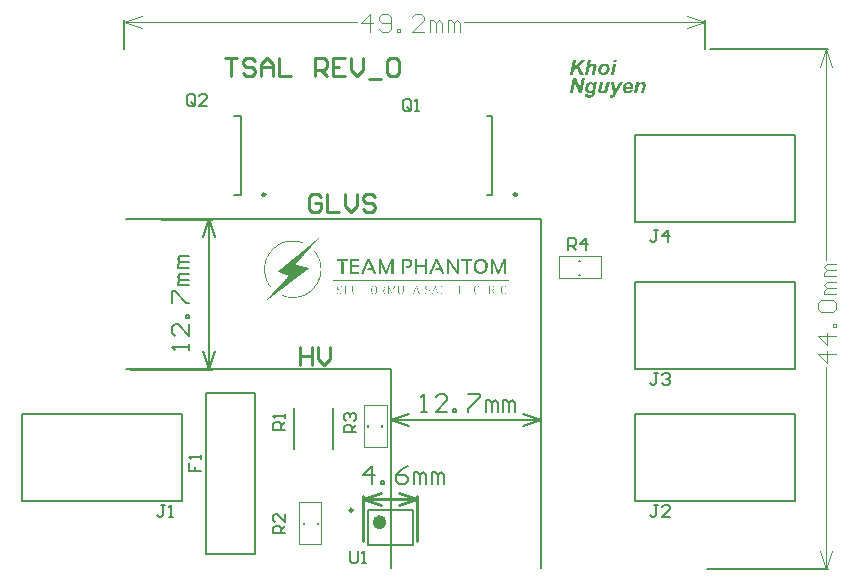
<source format=gto>
G04 Layer_Color=65535*
%FSLAX25Y25*%
%MOIN*%
G70*
G01*
G75*
%ADD25C,0.00984*%
%ADD26C,0.02362*%
%ADD27C,0.01000*%
%ADD28C,0.00787*%
%ADD29C,0.00394*%
%ADD30C,0.00591*%
%ADD31C,0.00600*%
G36*
X133721Y153233D02*
Y153190D01*
Y153148D01*
Y153105D01*
Y153063D01*
Y153020D01*
Y152978D01*
Y152936D01*
Y152893D01*
Y152851D01*
Y152808D01*
Y152766D01*
Y152723D01*
Y152681D01*
Y152638D01*
Y152596D01*
Y152554D01*
Y152511D01*
Y152469D01*
Y152426D01*
Y152384D01*
Y152341D01*
Y152299D01*
Y152257D01*
Y152214D01*
Y152172D01*
Y152129D01*
Y152087D01*
Y152044D01*
Y152002D01*
Y151959D01*
Y151917D01*
Y151875D01*
Y151832D01*
Y151790D01*
Y151747D01*
Y151705D01*
Y151662D01*
Y151620D01*
Y151577D01*
Y151535D01*
Y151493D01*
Y151450D01*
Y151408D01*
Y151365D01*
Y151323D01*
Y151280D01*
Y151238D01*
Y151196D01*
Y151153D01*
Y151111D01*
Y151068D01*
Y151026D01*
Y150983D01*
Y150941D01*
Y150898D01*
Y150856D01*
Y150814D01*
X133763D01*
Y150771D01*
X135164D01*
Y150729D01*
X133551D01*
Y150771D01*
Y150814D01*
Y150856D01*
Y150898D01*
Y150941D01*
Y150983D01*
Y151026D01*
Y151068D01*
Y151111D01*
Y151153D01*
Y151196D01*
Y151238D01*
Y151280D01*
Y151323D01*
Y151365D01*
Y151408D01*
Y151450D01*
Y151493D01*
Y151535D01*
Y151577D01*
Y151620D01*
Y151662D01*
Y151705D01*
Y151747D01*
Y151790D01*
Y151832D01*
Y151875D01*
Y151917D01*
Y151959D01*
Y152002D01*
Y152044D01*
Y152087D01*
Y152129D01*
Y152172D01*
Y152214D01*
Y152257D01*
Y152299D01*
Y152341D01*
Y152384D01*
Y152426D01*
Y152469D01*
Y152511D01*
Y152554D01*
Y152596D01*
Y152638D01*
Y152681D01*
Y152723D01*
Y152766D01*
Y152808D01*
Y152851D01*
Y152893D01*
Y152936D01*
Y152978D01*
Y153020D01*
Y153063D01*
Y153105D01*
Y153148D01*
Y153190D01*
Y153233D01*
Y153275D01*
X133721D01*
Y153233D01*
D02*
G37*
G36*
X136862D02*
Y153190D01*
Y153148D01*
Y153105D01*
X136946D01*
Y153063D01*
Y153020D01*
Y152978D01*
Y152936D01*
Y152893D01*
Y152851D01*
X137031D01*
Y152808D01*
Y152766D01*
Y152723D01*
Y152681D01*
Y152638D01*
Y152596D01*
Y152554D01*
X137116D01*
Y152511D01*
Y152469D01*
Y152426D01*
Y152384D01*
Y152341D01*
Y152299D01*
X137201D01*
Y152257D01*
Y152214D01*
Y152172D01*
Y152129D01*
Y152087D01*
Y152044D01*
X137286D01*
Y152002D01*
Y151959D01*
Y151917D01*
Y151875D01*
X137371D01*
Y151832D01*
X137413D01*
Y151790D01*
X137371D01*
Y151747D01*
Y151705D01*
Y151662D01*
Y151620D01*
Y151577D01*
X137498D01*
Y151535D01*
Y151493D01*
X137456D01*
Y151450D01*
Y151408D01*
Y151365D01*
Y151323D01*
X137583D01*
Y151280D01*
Y151238D01*
X137540D01*
Y151196D01*
Y151153D01*
X137668D01*
Y151111D01*
Y151068D01*
Y151026D01*
Y150983D01*
Y150941D01*
Y150898D01*
Y150856D01*
X137753D01*
Y150814D01*
Y150771D01*
Y150729D01*
X137583D01*
Y150771D01*
Y150814D01*
Y150856D01*
Y150898D01*
X137498D01*
Y150941D01*
Y150983D01*
Y151026D01*
Y151068D01*
Y151111D01*
Y151153D01*
X137413D01*
Y151196D01*
X137371D01*
Y151238D01*
X137286D01*
Y151280D01*
Y151323D01*
X136055D01*
Y151280D01*
Y151238D01*
Y151196D01*
Y151153D01*
X135970D01*
Y151111D01*
Y151068D01*
Y151026D01*
Y150983D01*
Y150941D01*
Y150898D01*
X135885D01*
Y150856D01*
X135843D01*
Y150814D01*
X135885D01*
Y150771D01*
Y150729D01*
X135673D01*
Y150771D01*
X135716D01*
Y150814D01*
Y150856D01*
X135801D01*
Y150898D01*
Y150941D01*
Y150983D01*
Y151026D01*
Y151068D01*
Y151111D01*
Y151153D01*
X135885D01*
Y151196D01*
Y151238D01*
Y151280D01*
Y151323D01*
X135970D01*
Y151365D01*
Y151408D01*
Y151450D01*
Y151493D01*
Y151535D01*
Y151577D01*
X136055D01*
Y151620D01*
Y151662D01*
Y151705D01*
Y151747D01*
Y151790D01*
Y151832D01*
Y151875D01*
X136140D01*
Y151917D01*
Y151959D01*
Y152002D01*
Y152044D01*
Y152087D01*
Y152129D01*
X136225D01*
Y152172D01*
Y152214D01*
Y152257D01*
Y152299D01*
X136310D01*
Y152341D01*
Y152384D01*
Y152426D01*
Y152469D01*
Y152511D01*
Y152554D01*
X136395D01*
Y152596D01*
X136437D01*
Y152638D01*
Y152681D01*
Y152723D01*
Y152766D01*
X136395D01*
Y152808D01*
Y152851D01*
X136522D01*
Y152893D01*
Y152936D01*
Y152978D01*
X136479D01*
Y153020D01*
X136607D01*
Y153063D01*
Y153105D01*
Y153148D01*
Y153190D01*
Y153233D01*
Y153275D01*
X136862D01*
Y153233D01*
D02*
G37*
G36*
X143100D02*
Y153190D01*
Y153148D01*
Y153105D01*
Y153063D01*
Y153020D01*
X143185D01*
Y152978D01*
Y152936D01*
Y152893D01*
Y152851D01*
Y152808D01*
Y152766D01*
X143270D01*
Y152723D01*
Y152681D01*
Y152638D01*
Y152596D01*
Y152554D01*
X143397D01*
Y152511D01*
X143355D01*
Y152469D01*
Y152426D01*
Y152384D01*
Y152341D01*
Y152299D01*
X143482D01*
Y152257D01*
Y152214D01*
X143440D01*
Y152172D01*
Y152129D01*
Y152087D01*
Y152044D01*
X143567D01*
Y152002D01*
Y151959D01*
Y151917D01*
Y151875D01*
Y151832D01*
Y151790D01*
Y151747D01*
X143652D01*
Y151705D01*
Y151662D01*
Y151620D01*
Y151577D01*
X143737D01*
Y151535D01*
Y151493D01*
Y151450D01*
Y151408D01*
Y151365D01*
Y151323D01*
X143822D01*
Y151280D01*
Y151238D01*
Y151196D01*
Y151153D01*
Y151111D01*
Y151068D01*
X143906D01*
Y151026D01*
Y150983D01*
Y150941D01*
Y150898D01*
Y150856D01*
Y150814D01*
X143949D01*
Y150771D01*
X144034D01*
Y150729D01*
X143822D01*
Y150771D01*
Y150814D01*
Y150856D01*
Y150898D01*
X143737D01*
Y150941D01*
Y150983D01*
Y151026D01*
Y151068D01*
Y151111D01*
Y151153D01*
X143652D01*
Y151196D01*
X143609D01*
Y151238D01*
X143567D01*
Y151280D01*
X143525D01*
Y151323D01*
X142294D01*
Y151280D01*
Y151238D01*
Y151196D01*
Y151153D01*
X142209D01*
Y151111D01*
Y151068D01*
Y151026D01*
Y150983D01*
X142124D01*
Y150941D01*
Y150898D01*
Y150856D01*
Y150814D01*
Y150771D01*
Y150729D01*
X141954D01*
Y150771D01*
Y150814D01*
Y150856D01*
X142039D01*
Y150898D01*
Y150941D01*
Y150983D01*
Y151026D01*
Y151068D01*
Y151111D01*
Y151153D01*
X142124D01*
Y151196D01*
Y151238D01*
Y151280D01*
Y151323D01*
Y151365D01*
Y151408D01*
X142209D01*
Y151450D01*
Y151493D01*
Y151535D01*
Y151577D01*
X142294D01*
Y151620D01*
X142336D01*
Y151662D01*
Y151705D01*
Y151747D01*
X142294D01*
Y151790D01*
Y151832D01*
X142336D01*
Y151875D01*
X142421D01*
Y151917D01*
Y151959D01*
Y152002D01*
Y152044D01*
X142379D01*
Y152087D01*
Y152129D01*
X142506D01*
Y152172D01*
Y152214D01*
Y152257D01*
Y152299D01*
Y152341D01*
X142464D01*
Y152384D01*
X142591D01*
Y152426D01*
Y152469D01*
Y152511D01*
Y152554D01*
X142676D01*
Y152596D01*
Y152638D01*
Y152681D01*
Y152723D01*
Y152766D01*
Y152808D01*
Y152851D01*
X142761D01*
Y152893D01*
Y152936D01*
Y152978D01*
Y153020D01*
Y153063D01*
Y153105D01*
X142845D01*
Y153148D01*
Y153190D01*
Y153233D01*
Y153275D01*
X143100D01*
Y153233D01*
D02*
G37*
G36*
X114538D02*
X113180D01*
Y153190D01*
X113095D01*
Y153148D01*
Y153105D01*
Y153063D01*
Y153020D01*
Y152978D01*
Y152936D01*
Y152893D01*
Y152851D01*
Y152808D01*
Y152766D01*
Y152723D01*
Y152681D01*
Y152638D01*
Y152596D01*
Y152554D01*
Y152511D01*
Y152469D01*
Y152426D01*
Y152384D01*
Y152341D01*
Y152299D01*
Y152257D01*
Y152214D01*
Y152172D01*
Y152129D01*
Y152087D01*
Y152044D01*
X114368D01*
Y152002D01*
Y151959D01*
X114283D01*
Y151917D01*
X114241D01*
Y151875D01*
X113095D01*
Y151832D01*
Y151790D01*
Y151747D01*
Y151705D01*
Y151662D01*
Y151620D01*
Y151577D01*
Y151535D01*
Y151493D01*
Y151450D01*
Y151408D01*
Y151365D01*
Y151323D01*
Y151280D01*
Y151238D01*
Y151196D01*
Y151153D01*
Y151111D01*
Y151068D01*
Y151026D01*
Y150983D01*
Y150941D01*
Y150898D01*
Y150856D01*
Y150814D01*
Y150771D01*
Y150729D01*
X112925D01*
Y150771D01*
Y150814D01*
Y150856D01*
Y150898D01*
Y150941D01*
Y150983D01*
Y151026D01*
Y151068D01*
Y151111D01*
Y151153D01*
Y151196D01*
Y151238D01*
Y151280D01*
Y151323D01*
Y151365D01*
Y151408D01*
Y151450D01*
Y151493D01*
Y151535D01*
Y151577D01*
Y151620D01*
Y151662D01*
Y151705D01*
Y151747D01*
Y151790D01*
Y151832D01*
Y151875D01*
Y151917D01*
Y151959D01*
Y152002D01*
Y152044D01*
Y152087D01*
Y152129D01*
Y152172D01*
Y152214D01*
Y152257D01*
Y152299D01*
Y152341D01*
Y152384D01*
Y152426D01*
Y152469D01*
Y152511D01*
Y152554D01*
Y152596D01*
Y152638D01*
Y152681D01*
Y152723D01*
Y152766D01*
Y152808D01*
Y152851D01*
Y152893D01*
Y152936D01*
Y152978D01*
Y153020D01*
Y153063D01*
Y153105D01*
Y153148D01*
Y153190D01*
Y153233D01*
Y153275D01*
X114538D01*
Y153233D01*
D02*
G37*
G36*
X121074D02*
X119716D01*
Y153190D01*
X119588D01*
Y153148D01*
Y153105D01*
Y153063D01*
Y153020D01*
Y152978D01*
Y152936D01*
Y152893D01*
Y152851D01*
Y152808D01*
Y152766D01*
Y152723D01*
Y152681D01*
Y152638D01*
Y152596D01*
Y152554D01*
Y152511D01*
Y152469D01*
Y152426D01*
Y152384D01*
Y152341D01*
Y152299D01*
Y152257D01*
Y152214D01*
Y152172D01*
Y152129D01*
Y152087D01*
Y152044D01*
X120777D01*
Y152002D01*
Y151959D01*
Y151917D01*
Y151875D01*
X119588D01*
Y151832D01*
Y151790D01*
Y151747D01*
Y151705D01*
Y151662D01*
Y151620D01*
Y151577D01*
Y151535D01*
Y151493D01*
Y151450D01*
Y151408D01*
Y151365D01*
Y151323D01*
Y151280D01*
Y151238D01*
Y151196D01*
Y151153D01*
Y151111D01*
Y151068D01*
Y151026D01*
Y150983D01*
Y150941D01*
Y150898D01*
Y150856D01*
Y150814D01*
Y150771D01*
X119631D01*
Y150729D01*
X119419D01*
Y150771D01*
X119461D01*
Y150814D01*
Y150856D01*
Y150898D01*
Y150941D01*
Y150983D01*
Y151026D01*
Y151068D01*
Y151111D01*
Y151153D01*
Y151196D01*
Y151238D01*
Y151280D01*
Y151323D01*
Y151365D01*
Y151408D01*
Y151450D01*
Y151493D01*
Y151535D01*
Y151577D01*
Y151620D01*
Y151662D01*
Y151705D01*
Y151747D01*
Y151790D01*
Y151832D01*
Y151875D01*
Y151917D01*
Y151959D01*
Y152002D01*
Y152044D01*
Y152087D01*
Y152129D01*
Y152172D01*
Y152214D01*
Y152257D01*
Y152299D01*
Y152341D01*
Y152384D01*
Y152426D01*
Y152469D01*
Y152511D01*
Y152554D01*
Y152596D01*
Y152638D01*
Y152681D01*
Y152723D01*
Y152766D01*
Y152808D01*
Y152851D01*
Y152893D01*
Y152936D01*
Y152978D01*
Y153020D01*
Y153063D01*
Y153105D01*
Y153148D01*
Y153190D01*
Y153233D01*
X119419D01*
Y153275D01*
X121074D01*
Y153233D01*
D02*
G37*
G36*
X125870D02*
X125912D01*
Y153190D01*
X126039D01*
Y153148D01*
X126082D01*
Y153105D01*
X126124D01*
Y153063D01*
X126167D01*
Y153020D01*
X126209D01*
Y152978D01*
Y152936D01*
Y152893D01*
Y152851D01*
X126294D01*
Y152808D01*
Y152766D01*
Y152723D01*
Y152681D01*
Y152638D01*
Y152596D01*
Y152554D01*
Y152511D01*
Y152469D01*
X126336D01*
Y152426D01*
X126209D01*
Y152384D01*
Y152341D01*
Y152299D01*
Y152257D01*
Y152214D01*
X126167D01*
Y152172D01*
X126124D01*
Y152129D01*
X126082D01*
Y152087D01*
X126039D01*
Y152044D01*
X125870D01*
Y152002D01*
Y151959D01*
X125785D01*
Y151917D01*
Y151875D01*
Y151832D01*
Y151790D01*
Y151747D01*
Y151705D01*
Y151662D01*
Y151620D01*
Y151577D01*
X125870D01*
Y151535D01*
Y151493D01*
Y151450D01*
Y151408D01*
X125954D01*
Y151365D01*
Y151323D01*
Y151280D01*
Y151238D01*
X126039D01*
Y151196D01*
Y151153D01*
Y151111D01*
Y151068D01*
X126124D01*
Y151026D01*
Y150983D01*
Y150941D01*
Y150898D01*
Y150856D01*
X126209D01*
Y150814D01*
Y150771D01*
X126251D01*
Y150729D01*
X126039D01*
Y150771D01*
Y150814D01*
Y150856D01*
Y150898D01*
X125954D01*
Y150941D01*
Y150983D01*
Y151026D01*
Y151068D01*
X125870D01*
Y151111D01*
Y151153D01*
Y151196D01*
Y151238D01*
X125785D01*
Y151280D01*
Y151323D01*
Y151365D01*
Y151408D01*
X125742D01*
Y151450D01*
X125700D01*
Y151493D01*
Y151535D01*
Y151577D01*
Y151620D01*
X125615D01*
Y151662D01*
Y151705D01*
Y151747D01*
Y151790D01*
X125487D01*
Y151832D01*
Y151875D01*
X125403D01*
Y151917D01*
Y151959D01*
X124809D01*
Y151917D01*
Y151875D01*
X124681D01*
Y151832D01*
Y151790D01*
Y151747D01*
Y151705D01*
Y151662D01*
Y151620D01*
Y151577D01*
Y151535D01*
Y151493D01*
Y151450D01*
Y151408D01*
Y151365D01*
Y151323D01*
Y151280D01*
Y151238D01*
Y151196D01*
Y151153D01*
Y151111D01*
Y151068D01*
Y151026D01*
Y150983D01*
Y150941D01*
Y150898D01*
Y150856D01*
Y150814D01*
Y150771D01*
X124724D01*
Y150729D01*
X124511D01*
Y150771D01*
X124554D01*
Y150814D01*
Y150856D01*
Y150898D01*
Y150941D01*
Y150983D01*
Y151026D01*
Y151068D01*
Y151111D01*
Y151153D01*
Y151196D01*
Y151238D01*
Y151280D01*
Y151323D01*
Y151365D01*
Y151408D01*
Y151450D01*
Y151493D01*
Y151535D01*
Y151577D01*
Y151620D01*
Y151662D01*
Y151705D01*
Y151747D01*
Y151790D01*
Y151832D01*
Y151875D01*
Y151917D01*
Y151959D01*
Y152002D01*
Y152044D01*
Y152087D01*
Y152129D01*
Y152172D01*
Y152214D01*
Y152257D01*
Y152299D01*
Y152341D01*
Y152384D01*
Y152426D01*
Y152469D01*
Y152511D01*
Y152554D01*
Y152596D01*
Y152638D01*
Y152681D01*
Y152723D01*
Y152766D01*
Y152808D01*
Y152851D01*
Y152893D01*
Y152936D01*
Y152978D01*
Y153020D01*
Y153063D01*
Y153105D01*
Y153148D01*
Y153190D01*
Y153233D01*
X124511D01*
Y153275D01*
X125870D01*
Y153233D01*
D02*
G37*
G36*
X146411D02*
X145180D01*
Y153190D01*
X145095D01*
Y153148D01*
X145010D01*
Y153105D01*
X144967D01*
Y153063D01*
Y153020D01*
Y152978D01*
Y152936D01*
Y152893D01*
Y152851D01*
Y152808D01*
Y152766D01*
Y152723D01*
Y152681D01*
Y152638D01*
Y152596D01*
Y152554D01*
Y152511D01*
Y152469D01*
Y152426D01*
Y152384D01*
Y152341D01*
Y152299D01*
Y152257D01*
Y152214D01*
Y152172D01*
Y152129D01*
X146241D01*
Y152087D01*
Y152044D01*
Y152002D01*
Y151959D01*
X145095D01*
Y151917D01*
Y151875D01*
X144967D01*
Y151832D01*
Y151790D01*
Y151747D01*
Y151705D01*
Y151662D01*
Y151620D01*
Y151577D01*
Y151535D01*
Y151493D01*
Y151450D01*
Y151408D01*
Y151365D01*
Y151323D01*
Y151280D01*
Y151238D01*
Y151196D01*
Y151153D01*
Y151111D01*
Y151068D01*
Y151026D01*
Y150983D01*
Y150941D01*
Y150898D01*
Y150856D01*
X145095D01*
Y150814D01*
X145137D01*
Y150771D01*
X146411D01*
Y150729D01*
X144798D01*
Y150771D01*
Y150814D01*
Y150856D01*
Y150898D01*
Y150941D01*
Y150983D01*
Y151026D01*
Y151068D01*
Y151111D01*
Y151153D01*
Y151196D01*
Y151238D01*
Y151280D01*
Y151323D01*
Y151365D01*
Y151408D01*
Y151450D01*
Y151493D01*
Y151535D01*
Y151577D01*
Y151620D01*
Y151662D01*
Y151705D01*
Y151747D01*
Y151790D01*
Y151832D01*
Y151875D01*
Y151917D01*
Y151959D01*
Y152002D01*
Y152044D01*
Y152087D01*
Y152129D01*
Y152172D01*
Y152214D01*
Y152257D01*
Y152299D01*
Y152341D01*
Y152384D01*
Y152426D01*
Y152469D01*
Y152511D01*
Y152554D01*
Y152596D01*
Y152638D01*
Y152681D01*
Y152723D01*
Y152766D01*
Y152808D01*
Y152851D01*
Y152893D01*
Y152936D01*
Y152978D01*
Y153020D01*
Y153063D01*
Y153105D01*
Y153148D01*
Y153190D01*
Y153233D01*
Y153275D01*
X146411D01*
Y153233D01*
D02*
G37*
G36*
X160204D02*
X159440D01*
Y153190D01*
X159355D01*
Y153148D01*
Y153105D01*
Y153063D01*
Y153020D01*
Y152978D01*
Y152936D01*
Y152893D01*
Y152851D01*
Y152808D01*
Y152766D01*
Y152723D01*
Y152681D01*
Y152638D01*
Y152596D01*
Y152554D01*
Y152511D01*
Y152469D01*
Y152426D01*
Y152384D01*
Y152341D01*
Y152299D01*
Y152257D01*
Y152214D01*
Y152172D01*
Y152129D01*
Y152087D01*
Y152044D01*
Y152002D01*
Y151959D01*
Y151917D01*
Y151875D01*
Y151832D01*
Y151790D01*
Y151747D01*
Y151705D01*
Y151662D01*
Y151620D01*
Y151577D01*
Y151535D01*
Y151493D01*
Y151450D01*
Y151408D01*
Y151365D01*
Y151323D01*
Y151280D01*
Y151238D01*
Y151196D01*
Y151153D01*
Y151111D01*
Y151068D01*
Y151026D01*
Y150983D01*
Y150941D01*
Y150898D01*
Y150856D01*
Y150814D01*
Y150771D01*
Y150729D01*
X159185D01*
Y150771D01*
Y150814D01*
Y150856D01*
Y150898D01*
Y150941D01*
Y150983D01*
Y151026D01*
Y151068D01*
Y151111D01*
Y151153D01*
Y151196D01*
Y151238D01*
Y151280D01*
Y151323D01*
Y151365D01*
Y151408D01*
Y151450D01*
Y151493D01*
Y151535D01*
Y151577D01*
Y151620D01*
Y151662D01*
Y151705D01*
Y151747D01*
Y151790D01*
Y151832D01*
Y151875D01*
Y151917D01*
Y151959D01*
Y152002D01*
Y152044D01*
Y152087D01*
Y152129D01*
Y152172D01*
Y152214D01*
Y152257D01*
Y152299D01*
Y152341D01*
Y152384D01*
Y152426D01*
Y152469D01*
Y152511D01*
Y152554D01*
Y152596D01*
Y152638D01*
Y152681D01*
Y152723D01*
Y152766D01*
Y152808D01*
Y152851D01*
Y152893D01*
Y152936D01*
Y152978D01*
Y153020D01*
Y153063D01*
Y153105D01*
Y153148D01*
Y153190D01*
X159100D01*
Y153233D01*
X158379D01*
Y153275D01*
X160204D01*
Y153233D01*
D02*
G37*
G36*
X162410D02*
Y153190D01*
X162580D01*
Y153148D01*
X162623D01*
Y153105D01*
X162665D01*
Y153063D01*
Y153020D01*
Y152978D01*
Y152936D01*
X162750D01*
Y152893D01*
Y152851D01*
Y152808D01*
Y152766D01*
Y152723D01*
Y152681D01*
Y152638D01*
Y152596D01*
Y152554D01*
Y152511D01*
Y152469D01*
Y152426D01*
Y152384D01*
Y152341D01*
X162665D01*
Y152299D01*
Y152257D01*
Y152214D01*
Y152172D01*
Y152129D01*
X162580D01*
Y152087D01*
Y152044D01*
X162410D01*
Y152002D01*
Y151959D01*
X162198D01*
Y151917D01*
Y151875D01*
Y151832D01*
Y151790D01*
Y151747D01*
Y151705D01*
X162241D01*
Y151662D01*
X162326D01*
Y151620D01*
Y151577D01*
Y151535D01*
Y151493D01*
X162410D01*
Y151450D01*
Y151408D01*
Y151365D01*
Y151323D01*
X162495D01*
Y151280D01*
Y151238D01*
Y151196D01*
Y151153D01*
X162580D01*
Y151111D01*
Y151068D01*
Y151026D01*
Y150983D01*
X162623D01*
Y150941D01*
X162665D01*
Y150898D01*
Y150856D01*
Y150814D01*
X162707D01*
Y150771D01*
X162792D01*
Y150729D01*
X162580D01*
Y150771D01*
Y150814D01*
X162495D01*
Y150856D01*
Y150898D01*
Y150941D01*
Y150983D01*
X162410D01*
Y151026D01*
Y151068D01*
Y151111D01*
Y151153D01*
X162326D01*
Y151196D01*
Y151238D01*
Y151280D01*
Y151323D01*
X162241D01*
Y151365D01*
Y151408D01*
Y151450D01*
Y151493D01*
Y151535D01*
X162156D01*
Y151577D01*
Y151620D01*
Y151662D01*
Y151705D01*
X162028D01*
Y151747D01*
X162071D01*
Y151790D01*
Y151832D01*
Y151875D01*
X161944D01*
Y151917D01*
Y151959D01*
X161265D01*
Y151917D01*
Y151875D01*
X161137D01*
Y151832D01*
Y151790D01*
Y151747D01*
Y151705D01*
Y151662D01*
X161265D01*
Y151620D01*
X161222D01*
Y151577D01*
Y151535D01*
Y151493D01*
Y151450D01*
Y151408D01*
Y151365D01*
Y151323D01*
Y151280D01*
Y151238D01*
Y151196D01*
Y151153D01*
Y151111D01*
Y151068D01*
Y151026D01*
Y150983D01*
Y150941D01*
Y150898D01*
Y150856D01*
Y150814D01*
Y150771D01*
X161265D01*
Y150729D01*
X160968D01*
Y150771D01*
Y150814D01*
Y150856D01*
Y150898D01*
Y150941D01*
Y150983D01*
Y151026D01*
Y151068D01*
Y151111D01*
Y151153D01*
Y151196D01*
Y151238D01*
Y151280D01*
Y151323D01*
Y151365D01*
Y151408D01*
Y151450D01*
Y151493D01*
Y151535D01*
Y151577D01*
Y151620D01*
Y151662D01*
Y151705D01*
Y151747D01*
Y151790D01*
Y151832D01*
Y151875D01*
Y151917D01*
Y151959D01*
Y152002D01*
Y152044D01*
Y152087D01*
Y152129D01*
Y152172D01*
Y152214D01*
Y152257D01*
Y152299D01*
Y152341D01*
Y152384D01*
Y152426D01*
Y152469D01*
Y152511D01*
Y152554D01*
Y152596D01*
Y152638D01*
Y152681D01*
Y152723D01*
Y152766D01*
Y152808D01*
Y152851D01*
Y152893D01*
Y152936D01*
Y152978D01*
Y153020D01*
Y153063D01*
Y153105D01*
Y153148D01*
Y153190D01*
Y153233D01*
Y153275D01*
X162410D01*
Y153233D01*
D02*
G37*
G36*
X163938D02*
Y153190D01*
X163896D01*
Y153148D01*
Y153105D01*
Y153063D01*
Y153020D01*
Y152978D01*
Y152936D01*
Y152893D01*
Y152851D01*
Y152808D01*
Y152766D01*
Y152723D01*
Y152681D01*
Y152638D01*
Y152596D01*
Y152554D01*
Y152511D01*
Y152469D01*
Y152426D01*
Y152384D01*
Y152341D01*
Y152299D01*
Y152257D01*
Y152214D01*
Y152172D01*
Y152129D01*
Y152087D01*
Y152044D01*
Y152002D01*
Y151959D01*
Y151917D01*
Y151875D01*
Y151832D01*
Y151790D01*
Y151747D01*
Y151705D01*
Y151662D01*
Y151620D01*
Y151577D01*
Y151535D01*
Y151493D01*
Y151450D01*
Y151408D01*
Y151365D01*
Y151323D01*
Y151280D01*
Y151238D01*
Y151196D01*
Y151153D01*
Y151111D01*
Y151068D01*
Y151026D01*
Y150983D01*
Y150941D01*
Y150898D01*
Y150856D01*
Y150814D01*
X163938D01*
Y150771D01*
Y150729D01*
X163726D01*
Y150771D01*
X163768D01*
Y150814D01*
Y150856D01*
Y150898D01*
Y150941D01*
Y150983D01*
Y151026D01*
Y151068D01*
Y151111D01*
Y151153D01*
Y151196D01*
Y151238D01*
Y151280D01*
Y151323D01*
Y151365D01*
Y151408D01*
Y151450D01*
Y151493D01*
Y151535D01*
Y151577D01*
Y151620D01*
Y151662D01*
Y151705D01*
Y151747D01*
Y151790D01*
Y151832D01*
Y151875D01*
Y151917D01*
Y151959D01*
Y152002D01*
Y152044D01*
Y152087D01*
Y152129D01*
Y152172D01*
Y152214D01*
Y152257D01*
Y152299D01*
Y152341D01*
Y152384D01*
Y152426D01*
Y152469D01*
Y152511D01*
Y152554D01*
Y152596D01*
Y152638D01*
Y152681D01*
Y152723D01*
Y152766D01*
Y152808D01*
Y152851D01*
Y152893D01*
Y152936D01*
Y152978D01*
Y153020D01*
Y153063D01*
Y153105D01*
Y153148D01*
Y153190D01*
Y153233D01*
X163726D01*
Y153275D01*
X163938D01*
Y153233D01*
D02*
G37*
G36*
X150188D02*
X148830D01*
Y153190D01*
X148745D01*
Y153148D01*
Y153105D01*
Y153063D01*
Y153020D01*
Y152978D01*
Y152936D01*
Y152893D01*
Y152851D01*
Y152808D01*
Y152766D01*
Y152723D01*
Y152681D01*
Y152638D01*
Y152596D01*
Y152554D01*
Y152511D01*
Y152469D01*
Y152426D01*
Y152384D01*
Y152341D01*
Y152299D01*
Y152257D01*
Y152214D01*
Y152172D01*
Y152129D01*
X149891D01*
Y152087D01*
X149933D01*
Y152044D01*
Y152002D01*
X149891D01*
Y151959D01*
X148745D01*
Y151917D01*
Y151875D01*
Y151832D01*
Y151790D01*
Y151747D01*
Y151705D01*
Y151662D01*
Y151620D01*
Y151577D01*
Y151535D01*
Y151493D01*
Y151450D01*
Y151408D01*
Y151365D01*
Y151323D01*
Y151280D01*
Y151238D01*
Y151196D01*
Y151153D01*
Y151111D01*
Y151068D01*
Y151026D01*
Y150983D01*
Y150941D01*
Y150898D01*
Y150856D01*
Y150814D01*
X148787D01*
Y150771D01*
X150188D01*
Y150729D01*
X148575D01*
Y150771D01*
Y150814D01*
Y150856D01*
Y150898D01*
Y150941D01*
Y150983D01*
Y151026D01*
Y151068D01*
Y151111D01*
Y151153D01*
Y151196D01*
Y151238D01*
Y151280D01*
Y151323D01*
Y151365D01*
Y151408D01*
Y151450D01*
Y151493D01*
Y151535D01*
Y151577D01*
Y151620D01*
Y151662D01*
Y151705D01*
Y151747D01*
Y151790D01*
Y151832D01*
Y151875D01*
Y151917D01*
Y151959D01*
Y152002D01*
Y152044D01*
Y152087D01*
Y152129D01*
Y152172D01*
Y152214D01*
Y152257D01*
Y152299D01*
Y152341D01*
Y152384D01*
Y152426D01*
Y152469D01*
Y152511D01*
Y152554D01*
Y152596D01*
Y152638D01*
Y152681D01*
Y152723D01*
Y152766D01*
Y152808D01*
Y152851D01*
Y152893D01*
Y152936D01*
Y152978D01*
Y153020D01*
Y153063D01*
Y153105D01*
Y153148D01*
Y153190D01*
Y153233D01*
Y153275D01*
X150188D01*
Y153233D01*
D02*
G37*
G36*
X151249D02*
Y153190D01*
Y153148D01*
Y153105D01*
Y153063D01*
Y153020D01*
Y152978D01*
Y152936D01*
Y152893D01*
Y152851D01*
Y152808D01*
Y152766D01*
Y152723D01*
Y152681D01*
Y152638D01*
Y152596D01*
Y152554D01*
Y152511D01*
Y152469D01*
Y152426D01*
Y152384D01*
Y152341D01*
Y152299D01*
Y152257D01*
Y152214D01*
Y152172D01*
Y152129D01*
Y152087D01*
Y152044D01*
Y152002D01*
Y151959D01*
Y151917D01*
Y151875D01*
Y151832D01*
Y151790D01*
Y151747D01*
Y151705D01*
Y151662D01*
Y151620D01*
Y151577D01*
Y151535D01*
Y151493D01*
Y151450D01*
Y151408D01*
Y151365D01*
Y151323D01*
Y151280D01*
Y151238D01*
Y151196D01*
Y151153D01*
Y151111D01*
Y151068D01*
Y151026D01*
Y150983D01*
Y150941D01*
Y150898D01*
Y150856D01*
X151333D01*
Y150814D01*
X151376D01*
Y150771D01*
X152692D01*
Y150729D01*
X151079D01*
Y150771D01*
Y150814D01*
Y150856D01*
Y150898D01*
Y150941D01*
Y150983D01*
Y151026D01*
Y151068D01*
Y151111D01*
Y151153D01*
Y151196D01*
Y151238D01*
Y151280D01*
Y151323D01*
Y151365D01*
Y151408D01*
Y151450D01*
Y151493D01*
Y151535D01*
Y151577D01*
Y151620D01*
Y151662D01*
Y151705D01*
Y151747D01*
Y151790D01*
Y151832D01*
Y151875D01*
Y151917D01*
Y151959D01*
Y152002D01*
Y152044D01*
Y152087D01*
Y152129D01*
Y152172D01*
Y152214D01*
Y152257D01*
Y152299D01*
Y152341D01*
Y152384D01*
Y152426D01*
Y152469D01*
Y152511D01*
Y152554D01*
Y152596D01*
Y152638D01*
Y152681D01*
Y152723D01*
Y152766D01*
Y152808D01*
Y152851D01*
Y152893D01*
Y152936D01*
Y152978D01*
Y153020D01*
Y153063D01*
Y153105D01*
Y153148D01*
Y153190D01*
Y153233D01*
Y153275D01*
X151249D01*
Y153233D01*
D02*
G37*
G36*
X155111D02*
X153838D01*
Y153190D01*
X153710D01*
Y153148D01*
Y153105D01*
Y153063D01*
Y153020D01*
Y152978D01*
Y152936D01*
Y152893D01*
Y152851D01*
Y152808D01*
Y152766D01*
Y152723D01*
Y152681D01*
Y152638D01*
Y152596D01*
Y152554D01*
Y152511D01*
Y152469D01*
Y152426D01*
Y152384D01*
Y152341D01*
Y152299D01*
Y152257D01*
Y152214D01*
Y152172D01*
X153753D01*
Y152129D01*
X154899D01*
Y152087D01*
Y152044D01*
Y152002D01*
Y151959D01*
X153753D01*
Y151917D01*
X153710D01*
Y151875D01*
Y151832D01*
Y151790D01*
Y151747D01*
Y151705D01*
Y151662D01*
Y151620D01*
Y151577D01*
Y151535D01*
Y151493D01*
Y151450D01*
Y151408D01*
Y151365D01*
Y151323D01*
Y151280D01*
Y151238D01*
Y151196D01*
Y151153D01*
Y151111D01*
Y151068D01*
Y151026D01*
Y150983D01*
Y150941D01*
Y150898D01*
Y150856D01*
Y150814D01*
X153795D01*
Y150771D01*
X155196D01*
Y150729D01*
X153540D01*
Y150771D01*
X153583D01*
Y150814D01*
Y150856D01*
Y150898D01*
Y150941D01*
Y150983D01*
Y151026D01*
Y151068D01*
Y151111D01*
Y151153D01*
Y151196D01*
Y151238D01*
Y151280D01*
Y151323D01*
Y151365D01*
Y151408D01*
Y151450D01*
Y151493D01*
Y151535D01*
Y151577D01*
Y151620D01*
Y151662D01*
Y151705D01*
Y151747D01*
Y151790D01*
Y151832D01*
Y151875D01*
Y151917D01*
Y151959D01*
Y152002D01*
Y152044D01*
Y152087D01*
Y152129D01*
Y152172D01*
Y152214D01*
Y152257D01*
Y152299D01*
Y152341D01*
Y152384D01*
Y152426D01*
Y152469D01*
Y152511D01*
Y152554D01*
Y152596D01*
Y152638D01*
Y152681D01*
Y152723D01*
Y152766D01*
Y152808D01*
Y152851D01*
Y152893D01*
Y152936D01*
Y152978D01*
Y153020D01*
Y153063D01*
Y153105D01*
Y153148D01*
Y153190D01*
Y153233D01*
X153540D01*
Y153275D01*
X155111D01*
Y153233D01*
D02*
G37*
G36*
X122856Y153317D02*
Y153275D01*
X123111D01*
Y153233D01*
Y153190D01*
X123196D01*
Y153148D01*
Y153105D01*
X123281D01*
Y153063D01*
Y153020D01*
X123365D01*
Y152978D01*
Y152936D01*
X123450D01*
Y152893D01*
Y152851D01*
Y152808D01*
Y152766D01*
Y152723D01*
Y152681D01*
X123535D01*
Y152638D01*
Y152596D01*
Y152554D01*
Y152511D01*
Y152469D01*
Y152426D01*
Y152384D01*
Y152341D01*
Y152299D01*
Y152257D01*
Y152214D01*
Y152172D01*
Y152129D01*
Y152087D01*
Y152044D01*
Y152002D01*
Y151959D01*
Y151917D01*
Y151875D01*
Y151832D01*
Y151790D01*
Y151747D01*
Y151705D01*
Y151662D01*
Y151620D01*
Y151577D01*
Y151535D01*
Y151493D01*
Y151450D01*
Y151408D01*
Y151365D01*
Y151323D01*
X123450D01*
Y151280D01*
Y151238D01*
Y151196D01*
Y151153D01*
Y151111D01*
Y151068D01*
X123365D01*
Y151026D01*
Y150983D01*
X123281D01*
Y150941D01*
Y150898D01*
X123196D01*
Y150856D01*
Y150814D01*
X123026D01*
Y150771D01*
Y150729D01*
X122814D01*
Y150686D01*
X122771D01*
Y150644D01*
X122389D01*
Y150686D01*
X122347D01*
Y150729D01*
X122177D01*
Y150771D01*
Y150814D01*
X122007D01*
Y150856D01*
Y150898D01*
X121923D01*
Y150941D01*
Y150983D01*
X121838D01*
Y151026D01*
Y151068D01*
Y151111D01*
Y151153D01*
X121753D01*
Y151196D01*
Y151238D01*
Y151280D01*
Y151323D01*
Y151365D01*
Y151408D01*
X121710D01*
Y151450D01*
X121668D01*
Y151493D01*
Y151535D01*
Y151577D01*
Y151620D01*
Y151662D01*
Y151705D01*
Y151747D01*
Y151790D01*
Y151832D01*
Y151875D01*
Y151917D01*
Y151959D01*
Y152002D01*
Y152044D01*
Y152087D01*
Y152129D01*
Y152172D01*
Y152214D01*
Y152257D01*
Y152299D01*
Y152341D01*
Y152384D01*
Y152426D01*
Y152469D01*
Y152511D01*
Y152554D01*
X121753D01*
Y152596D01*
Y152638D01*
Y152681D01*
Y152723D01*
Y152766D01*
Y152808D01*
Y152851D01*
Y152893D01*
Y152936D01*
X121838D01*
Y152978D01*
Y153020D01*
X121923D01*
Y153063D01*
Y153105D01*
X122007D01*
Y153148D01*
Y153190D01*
X122092D01*
Y153233D01*
Y153275D01*
X122347D01*
Y153317D01*
X122389D01*
Y153360D01*
X122856D01*
Y153317D01*
D02*
G37*
G36*
X203278Y217263D02*
Y217255D01*
X203263Y217240D01*
X203247Y217217D01*
X203232Y217186D01*
X203178Y217094D01*
X203117Y216994D01*
X203048Y216879D01*
X202971Y216764D01*
X202902Y216656D01*
X202833Y216572D01*
X202825Y216564D01*
X202802Y216541D01*
X202771Y216503D01*
X202725Y216457D01*
X202671Y216410D01*
X202610Y216357D01*
X202533Y216303D01*
X202449Y216257D01*
X202441Y216249D01*
X202410Y216242D01*
X202364Y216218D01*
X202295Y216203D01*
X202218Y216180D01*
X202126Y216157D01*
X202026Y216149D01*
X201911Y216142D01*
X201857D01*
X201788Y216149D01*
X201704Y216157D01*
X201604Y216172D01*
X201481Y216188D01*
X201350Y216218D01*
X201212Y216257D01*
X201297Y216986D01*
X201304D01*
X201327Y216979D01*
X201358Y216971D01*
X201404Y216964D01*
X201458Y216948D01*
X201519Y216940D01*
X201642Y216933D01*
X201665D01*
X201688Y216940D01*
X201719D01*
X201804Y216971D01*
X201850Y216994D01*
X201903Y217017D01*
X201965Y217056D01*
X202026Y217102D01*
X202088Y217156D01*
X202149Y217225D01*
X202211Y217301D01*
X202272Y217394D01*
X202333Y217501D01*
X202387Y217624D01*
X201750Y221280D01*
X202733D01*
X202979Y219452D01*
Y219444D01*
X202986Y219421D01*
Y219383D01*
X202994Y219337D01*
X203002Y219283D01*
X203009Y219214D01*
X203025Y219068D01*
X203048Y218906D01*
X203063Y218745D01*
X203079Y218599D01*
X203086Y218530D01*
Y218484D01*
X203094Y218499D01*
X203109Y218530D01*
X203125Y218576D01*
X203140Y218622D01*
X203163Y218684D01*
X203194Y218753D01*
X203224Y218830D01*
X203301Y219006D01*
X203393Y219206D01*
X203493Y219421D01*
X203616Y219652D01*
X204492Y221280D01*
X205536D01*
X203278Y217263D01*
D02*
G37*
G36*
X191789Y217624D02*
X190829D01*
X189462Y221019D01*
X188755Y217624D01*
X187795D01*
X188840Y222670D01*
X189807D01*
X191174Y219290D01*
X191873Y222670D01*
X192841D01*
X191789Y217624D01*
D02*
G37*
G36*
X212287Y221364D02*
X212364Y221356D01*
X212471Y221341D01*
X212586Y221303D01*
X212702Y221257D01*
X212817Y221195D01*
X212924Y221103D01*
X212940Y221088D01*
X212970Y221057D01*
X213009Y220995D01*
X213063Y220919D01*
X213109Y220819D01*
X213155Y220704D01*
X213185Y220565D01*
X213193Y220412D01*
Y220404D01*
Y220373D01*
X213185Y220320D01*
X213178Y220251D01*
X213162Y220151D01*
X213139Y220020D01*
X213109Y219866D01*
X213093Y219782D01*
X213070Y219682D01*
X212625Y217624D01*
X211649D01*
X212095Y219690D01*
Y219698D01*
X212103Y219713D01*
Y219736D01*
X212110Y219767D01*
X212125Y219844D01*
X212141Y219936D01*
X212156Y220028D01*
X212179Y220120D01*
X212187Y220189D01*
X212195Y220220D01*
Y220243D01*
Y220251D01*
Y220274D01*
X212187Y220312D01*
X212179Y220350D01*
X212164Y220404D01*
X212149Y220450D01*
X212118Y220504D01*
X212079Y220550D01*
X212072Y220558D01*
X212056Y220565D01*
X212033Y220588D01*
X211995Y220612D01*
X211949Y220627D01*
X211895Y220650D01*
X211834Y220658D01*
X211757Y220665D01*
X211719D01*
X211672Y220658D01*
X211611Y220642D01*
X211542Y220619D01*
X211457Y220588D01*
X211365Y220542D01*
X211265Y220481D01*
X211250Y220473D01*
X211219Y220450D01*
X211173Y220404D01*
X211112Y220350D01*
X211043Y220281D01*
X210974Y220197D01*
X210897Y220105D01*
X210835Y219997D01*
X210828Y219989D01*
X210820Y219951D01*
X210797Y219897D01*
X210782Y219851D01*
X210766Y219805D01*
X210743Y219751D01*
X210728Y219690D01*
X210705Y219621D01*
X210682Y219536D01*
X210659Y219444D01*
X210636Y219352D01*
X210613Y219237D01*
X210582Y219122D01*
X210275Y217624D01*
X209299D01*
X210060Y221280D01*
X210989D01*
X210897Y220796D01*
X210904D01*
X210912Y220811D01*
X210958Y220850D01*
X211027Y220903D01*
X211112Y220965D01*
X211212Y221042D01*
X211327Y221111D01*
X211442Y221180D01*
X211557Y221234D01*
X211573Y221241D01*
X211611Y221257D01*
X211672Y221280D01*
X211757Y221303D01*
X211857Y221326D01*
X211964Y221349D01*
X212087Y221364D01*
X212210Y221372D01*
X212256D01*
X212287Y221364D01*
D02*
G37*
G36*
X194876D02*
X194961Y221349D01*
X195068Y221326D01*
X195176Y221287D01*
X195291Y221241D01*
X195406Y221172D01*
X195422Y221164D01*
X195452Y221134D01*
X195514Y221095D01*
X195575Y221034D01*
X195652Y220957D01*
X195729Y220865D01*
X195806Y220750D01*
X195875Y220627D01*
X196005Y221280D01*
X196919D01*
X196343Y218215D01*
Y218208D01*
X196335Y218185D01*
X196328Y218146D01*
X196320Y218100D01*
X196305Y218039D01*
X196289Y217970D01*
X196251Y217816D01*
X196213Y217647D01*
X196167Y217478D01*
X196128Y217317D01*
X196105Y217248D01*
X196082Y217186D01*
X196074Y217171D01*
X196067Y217132D01*
X196044Y217079D01*
X196013Y217010D01*
X195975Y216925D01*
X195928Y216841D01*
X195882Y216764D01*
X195829Y216687D01*
X195821Y216679D01*
X195806Y216656D01*
X195775Y216626D01*
X195736Y216580D01*
X195683Y216533D01*
X195621Y216480D01*
X195552Y216426D01*
X195475Y216380D01*
X195468Y216372D01*
X195437Y216357D01*
X195391Y216341D01*
X195337Y216311D01*
X195260Y216280D01*
X195176Y216257D01*
X195084Y216226D01*
X194976Y216203D01*
X194961D01*
X194922Y216196D01*
X194869Y216188D01*
X194792Y216172D01*
X194692Y216165D01*
X194584Y216149D01*
X194469Y216142D01*
X194270D01*
X194216Y216149D01*
X194154D01*
X194078Y216157D01*
X194001Y216165D01*
X193909Y216172D01*
X193717Y216211D01*
X193525Y216257D01*
X193340Y216318D01*
X193248Y216364D01*
X193171Y216410D01*
X193164D01*
X193156Y216426D01*
X193110Y216464D01*
X193048Y216526D01*
X192979Y216618D01*
X192903Y216741D01*
X192872Y216810D01*
X192841Y216894D01*
X192818Y216979D01*
X192795Y217079D01*
X192787Y217179D01*
X192780Y217294D01*
Y217301D01*
Y217332D01*
X192787Y217378D01*
X192795Y217432D01*
X193839Y217286D01*
Y217278D01*
Y217263D01*
Y217232D01*
X193847Y217194D01*
X193862Y217117D01*
X193870Y217079D01*
X193886Y217048D01*
X193893Y217033D01*
X193924Y217002D01*
X193978Y216956D01*
X194054Y216910D01*
X194062D01*
X194078Y216902D01*
X194101Y216894D01*
X194139Y216879D01*
X194185Y216871D01*
X194239Y216856D01*
X194300Y216848D01*
X194423D01*
X194485Y216856D01*
X194561Y216864D01*
X194646Y216879D01*
X194730Y216902D01*
X194823Y216933D01*
X194899Y216979D01*
X194907Y216986D01*
X194922Y216994D01*
X194953Y217017D01*
X194984Y217056D01*
X195022Y217094D01*
X195068Y217148D01*
X195107Y217209D01*
X195145Y217286D01*
Y217294D01*
X195153Y217317D01*
X195168Y217348D01*
X195183Y217409D01*
X195206Y217486D01*
X195229Y217586D01*
X195260Y217708D01*
X195291Y217862D01*
X195329Y218031D01*
X195322Y218023D01*
X195306Y218016D01*
X195276Y217993D01*
X195237Y217962D01*
X195191Y217931D01*
X195130Y217900D01*
X195061Y217862D01*
X194991Y217824D01*
X194823Y217739D01*
X194631Y217678D01*
X194431Y217624D01*
X194323Y217616D01*
X194216Y217609D01*
X194162D01*
X194124Y217616D01*
X194078Y217624D01*
X194031Y217632D01*
X193901Y217655D01*
X193763Y217701D01*
X193617Y217770D01*
X193540Y217808D01*
X193471Y217862D01*
X193402Y217916D01*
X193333Y217985D01*
Y217993D01*
X193317Y218000D01*
X193302Y218023D01*
X193279Y218054D01*
X193256Y218092D01*
X193225Y218146D01*
X193194Y218200D01*
X193164Y218269D01*
X193133Y218338D01*
X193102Y218423D01*
X193071Y218515D01*
X193048Y218615D01*
X193025Y218722D01*
X193010Y218837D01*
X193002Y218968D01*
X192995Y219098D01*
Y219106D01*
Y219129D01*
Y219160D01*
X193002Y219206D01*
Y219268D01*
X193010Y219329D01*
X193018Y219406D01*
X193025Y219490D01*
X193048Y219674D01*
X193095Y219866D01*
X193148Y220074D01*
X193225Y220281D01*
Y220289D01*
X193233Y220304D01*
X193248Y220335D01*
X193271Y220373D01*
X193294Y220412D01*
X193317Y220466D01*
X193394Y220588D01*
X193486Y220719D01*
X193601Y220850D01*
X193732Y220980D01*
X193878Y221095D01*
X193886D01*
X193901Y221111D01*
X193924Y221118D01*
X193955Y221141D01*
X194039Y221180D01*
X194147Y221234D01*
X194277Y221287D01*
X194423Y221326D01*
X194584Y221356D01*
X194746Y221372D01*
X194807D01*
X194876Y221364D01*
D02*
G37*
G36*
X207633D02*
X207694Y221356D01*
X207756Y221349D01*
X207909Y221318D01*
X208078Y221272D01*
X208255Y221195D01*
X208347Y221149D01*
X208431Y221088D01*
X208516Y221026D01*
X208593Y220949D01*
X208600Y220942D01*
X208608Y220934D01*
X208631Y220903D01*
X208654Y220873D01*
X208685Y220834D01*
X208716Y220780D01*
X208754Y220719D01*
X208792Y220650D01*
X208831Y220573D01*
X208869Y220481D01*
X208900Y220389D01*
X208931Y220289D01*
X208954Y220174D01*
X208977Y220051D01*
X208984Y219928D01*
X208992Y219790D01*
Y219782D01*
Y219774D01*
Y219728D01*
Y219659D01*
X208984Y219575D01*
X208977Y219475D01*
X208961Y219367D01*
X208923Y219145D01*
X206442D01*
Y219137D01*
Y219114D01*
X206435Y219083D01*
Y219052D01*
Y219045D01*
Y219037D01*
Y218991D01*
X206442Y218922D01*
X206458Y218837D01*
X206488Y218745D01*
X206519Y218645D01*
X206573Y218553D01*
X206642Y218461D01*
X206650Y218453D01*
X206680Y218430D01*
X206727Y218392D01*
X206788Y218354D01*
X206865Y218307D01*
X206949Y218277D01*
X207049Y218246D01*
X207157Y218238D01*
X207203D01*
X207241Y218246D01*
X207326Y218269D01*
X207441Y218300D01*
X207564Y218361D01*
X207625Y218400D01*
X207694Y218453D01*
X207756Y218507D01*
X207817Y218576D01*
X207878Y218653D01*
X207932Y218745D01*
X208815Y218599D01*
Y218592D01*
X208800Y218576D01*
X208792Y218546D01*
X208769Y218515D01*
X208739Y218469D01*
X208708Y218415D01*
X208631Y218300D01*
X208531Y218169D01*
X208408Y218031D01*
X208270Y217908D01*
X208117Y217793D01*
X208109D01*
X208094Y217785D01*
X208070Y217770D01*
X208040Y217755D01*
X208001Y217731D01*
X207955Y217708D01*
X207832Y217662D01*
X207694Y217616D01*
X207525Y217570D01*
X207349Y217540D01*
X207149Y217532D01*
X207080D01*
X207026Y217540D01*
X206965Y217547D01*
X206888Y217555D01*
X206811Y217570D01*
X206727Y217593D01*
X206535Y217647D01*
X206435Y217685D01*
X206335Y217724D01*
X206235Y217778D01*
X206135Y217839D01*
X206043Y217908D01*
X205951Y217993D01*
X205943Y218000D01*
X205928Y218016D01*
X205905Y218039D01*
X205882Y218077D01*
X205843Y218123D01*
X205805Y218185D01*
X205767Y218246D01*
X205720Y218323D01*
X205674Y218407D01*
X205636Y218499D01*
X205597Y218607D01*
X205559Y218714D01*
X205536Y218837D01*
X205513Y218960D01*
X205498Y219098D01*
X205490Y219237D01*
Y219245D01*
Y219268D01*
Y219314D01*
X205498Y219367D01*
X205505Y219429D01*
X205513Y219506D01*
X205528Y219590D01*
X205544Y219690D01*
X205590Y219897D01*
X205667Y220120D01*
X205713Y220235D01*
X205767Y220350D01*
X205836Y220466D01*
X205905Y220573D01*
X205912Y220581D01*
X205928Y220612D01*
X205966Y220650D01*
X206012Y220696D01*
X206066Y220757D01*
X206143Y220827D01*
X206227Y220896D01*
X206319Y220972D01*
X206427Y221049D01*
X206550Y221118D01*
X206680Y221187D01*
X206826Y221249D01*
X206988Y221295D01*
X207157Y221341D01*
X207333Y221364D01*
X207525Y221372D01*
X207587D01*
X207633Y221364D01*
D02*
G37*
G36*
X200275Y217624D02*
X199354D01*
X199453Y218092D01*
X199446Y218085D01*
X199431Y218069D01*
X199400Y218039D01*
X199354Y218008D01*
X199308Y217962D01*
X199246Y217916D01*
X199177Y217862D01*
X199093Y217816D01*
X199008Y217762D01*
X198916Y217708D01*
X198709Y217616D01*
X198601Y217586D01*
X198486Y217555D01*
X198363Y217540D01*
X198240Y217532D01*
X198202D01*
X198171Y217540D01*
X198094Y217547D01*
X198002Y217563D01*
X197902Y217593D01*
X197787Y217639D01*
X197687Y217701D01*
X197587Y217785D01*
X197580Y217801D01*
X197549Y217831D01*
X197518Y217893D01*
X197472Y217970D01*
X197434Y218069D01*
X197395Y218192D01*
X197365Y218331D01*
X197357Y218484D01*
Y218492D01*
Y218523D01*
X197365Y218576D01*
X197372Y218653D01*
X197388Y218753D01*
X197411Y218883D01*
X197426Y218960D01*
X197441Y219045D01*
X197457Y219137D01*
X197480Y219237D01*
X197941Y221280D01*
X198931D01*
X198447Y219106D01*
Y219098D01*
Y219091D01*
X198432Y219045D01*
X198417Y218976D01*
X198401Y218899D01*
X198386Y218814D01*
X198371Y218738D01*
X198363Y218668D01*
X198355Y218622D01*
Y218615D01*
Y218599D01*
X198363Y218569D01*
X198371Y218530D01*
X198401Y218438D01*
X198424Y218392D01*
X198463Y218346D01*
X198470Y218338D01*
X198486Y218331D01*
X198509Y218315D01*
X198540Y218292D01*
X198624Y218254D01*
X198670Y218246D01*
X198732Y218238D01*
X198778D01*
X198801Y218246D01*
X198878Y218261D01*
X198962Y218285D01*
X198970D01*
X198985Y218292D01*
X199008Y218307D01*
X199039Y218323D01*
X199108Y218369D01*
X199200Y218438D01*
X199208Y218446D01*
X199223Y218461D01*
X199246Y218477D01*
X199277Y218507D01*
X199346Y218584D01*
X199415Y218684D01*
X199423Y218691D01*
X199431Y218707D01*
X199453Y218738D01*
X199477Y218784D01*
X199507Y218830D01*
X199538Y218891D01*
X199569Y218960D01*
X199599Y219037D01*
Y219045D01*
X199607Y219068D01*
X199622Y219106D01*
X199638Y219160D01*
X199653Y219229D01*
X199676Y219314D01*
X199699Y219413D01*
X199722Y219529D01*
X200122Y221280D01*
X201097D01*
X200275Y217624D01*
D02*
G37*
G36*
X199538Y227511D02*
X199599Y227503D01*
X199684Y227496D01*
X199768Y227481D01*
X199861Y227465D01*
X200068Y227411D01*
X200175Y227373D01*
X200275Y227327D01*
X200383Y227273D01*
X200483Y227219D01*
X200575Y227143D01*
X200667Y227066D01*
X200675Y227058D01*
X200690Y227043D01*
X200705Y227020D01*
X200736Y226981D01*
X200775Y226943D01*
X200813Y226889D01*
X200851Y226820D01*
X200897Y226751D01*
X200936Y226666D01*
X200974Y226574D01*
X201013Y226482D01*
X201051Y226375D01*
X201082Y226259D01*
X201097Y226136D01*
X201112Y226006D01*
X201120Y225868D01*
Y225860D01*
Y225829D01*
Y225783D01*
X201112Y225722D01*
X201105Y225645D01*
X201089Y225553D01*
X201074Y225453D01*
X201051Y225338D01*
X201020Y225223D01*
X200982Y225100D01*
X200936Y224969D01*
X200882Y224839D01*
X200813Y224708D01*
X200736Y224577D01*
X200652Y224447D01*
X200552Y224324D01*
X200544Y224316D01*
X200529Y224293D01*
X200490Y224263D01*
X200452Y224224D01*
X200391Y224178D01*
X200321Y224117D01*
X200245Y224063D01*
X200152Y224001D01*
X200045Y223940D01*
X199930Y223886D01*
X199807Y223833D01*
X199669Y223779D01*
X199523Y223740D01*
X199369Y223710D01*
X199208Y223687D01*
X199031Y223679D01*
X198947D01*
X198901Y223687D01*
X198847D01*
X198724Y223702D01*
X198586Y223725D01*
X198432Y223763D01*
X198271Y223809D01*
X198117Y223879D01*
X198109D01*
X198102Y223886D01*
X198056Y223917D01*
X197979Y223963D01*
X197895Y224032D01*
X197795Y224109D01*
X197703Y224209D01*
X197610Y224332D01*
X197526Y224462D01*
Y224470D01*
X197518Y224478D01*
X197511Y224501D01*
X197495Y224531D01*
X197464Y224608D01*
X197434Y224708D01*
X197395Y224831D01*
X197365Y224969D01*
X197342Y225123D01*
X197334Y225284D01*
Y225299D01*
Y225330D01*
X197342Y225384D01*
Y225453D01*
X197349Y225537D01*
X197365Y225637D01*
X197380Y225752D01*
X197403Y225868D01*
X197434Y225998D01*
X197472Y226129D01*
X197518Y226267D01*
X197572Y226405D01*
X197641Y226536D01*
X197718Y226666D01*
X197802Y226797D01*
X197902Y226912D01*
X197910Y226920D01*
X197925Y226935D01*
X197964Y226966D01*
X198002Y227004D01*
X198063Y227050D01*
X198133Y227104D01*
X198209Y227158D01*
X198301Y227219D01*
X198401Y227273D01*
X198517Y227327D01*
X198639Y227381D01*
X198778Y227427D01*
X198916Y227465D01*
X199069Y227496D01*
X199231Y227511D01*
X199400Y227519D01*
X199477D01*
X199538Y227511D01*
D02*
G37*
G36*
X203332Y227918D02*
X202349D01*
X202533Y228817D01*
X203516D01*
X203332Y227918D01*
D02*
G37*
G36*
X103801Y168893D02*
Y168851D01*
Y168808D01*
Y168766D01*
X103716D01*
Y168723D01*
Y168681D01*
X103631D01*
Y168638D01*
Y168596D01*
X103546D01*
Y168553D01*
Y168511D01*
X103461D01*
Y168469D01*
Y168426D01*
X103376D01*
Y168384D01*
Y168341D01*
X103291D01*
Y168299D01*
Y168256D01*
X103164D01*
Y168214D01*
Y168172D01*
Y168129D01*
Y168087D01*
Y168044D01*
X103122D01*
Y168002D01*
X103079D01*
Y167959D01*
X102994D01*
Y167917D01*
Y167875D01*
X102909D01*
Y167832D01*
Y167790D01*
X102824D01*
Y167747D01*
Y167705D01*
X102740D01*
Y167662D01*
Y167620D01*
X102655D01*
Y167577D01*
Y167535D01*
X102570D01*
Y167492D01*
Y167450D01*
X102485D01*
Y167408D01*
Y167365D01*
X102443D01*
Y167323D01*
X102400D01*
Y167280D01*
X102358D01*
Y167238D01*
X102273D01*
Y167195D01*
Y167153D01*
Y167111D01*
Y167068D01*
X102230D01*
Y167026D01*
X102188D01*
Y166983D01*
X102103D01*
Y166941D01*
Y166898D01*
X102018D01*
Y166856D01*
Y166814D01*
X101933D01*
Y166771D01*
Y166729D01*
X101848D01*
Y166686D01*
Y166644D01*
X101763D01*
Y166601D01*
Y166559D01*
X101679D01*
Y166516D01*
X101636D01*
Y166474D01*
Y166431D01*
X101679D01*
Y166389D01*
X101636D01*
Y166347D01*
X101594D01*
Y166304D01*
X101551D01*
Y166262D01*
X101509D01*
Y166219D01*
X101466D01*
Y166177D01*
X101424D01*
Y166134D01*
X101382D01*
Y166092D01*
X101339D01*
Y166050D01*
X101297D01*
Y166007D01*
X101212D01*
Y165965D01*
Y165922D01*
X101127D01*
Y165880D01*
Y165837D01*
X101042D01*
Y165795D01*
Y165752D01*
X101000D01*
Y165710D01*
X100957D01*
Y165668D01*
X100915D01*
Y165625D01*
X100830D01*
Y165583D01*
Y165540D01*
X100872D01*
Y165498D01*
X100830D01*
Y165455D01*
X100787D01*
Y165413D01*
X100745D01*
Y165371D01*
X100703D01*
Y165328D01*
X100660D01*
Y165286D01*
X100618D01*
Y165243D01*
X100575D01*
Y165201D01*
X100533D01*
Y165158D01*
X100490D01*
Y165116D01*
X100448D01*
Y165073D01*
X100405D01*
Y165031D01*
X100363D01*
Y164989D01*
X100321D01*
Y164946D01*
X100278D01*
Y164904D01*
X100236D01*
Y164861D01*
X100193D01*
Y164819D01*
X100151D01*
Y164776D01*
Y164734D01*
X100023D01*
Y164691D01*
Y164649D01*
X100066D01*
Y164607D01*
Y164564D01*
X99981D01*
Y164522D01*
Y164479D01*
X99896D01*
Y164437D01*
Y164394D01*
X99811D01*
Y164352D01*
X99769D01*
Y164310D01*
X99726D01*
Y164267D01*
X99684D01*
Y164225D01*
X99642D01*
Y164182D01*
X99599D01*
Y164140D01*
X99557D01*
Y164097D01*
X99514D01*
Y164055D01*
X99472D01*
Y164012D01*
X99429D01*
Y163970D01*
Y163927D01*
X99344D01*
Y163885D01*
Y163843D01*
Y163800D01*
Y163758D01*
X99260D01*
Y163715D01*
Y163673D01*
X99175D01*
Y163630D01*
Y163588D01*
X99090D01*
Y163546D01*
Y163503D01*
X99005D01*
Y163461D01*
Y163418D01*
X98920D01*
Y163376D01*
Y163333D01*
X98835D01*
Y163291D01*
X98793D01*
Y163249D01*
X98750D01*
Y163206D01*
X98708D01*
Y163164D01*
Y163121D01*
X98623D01*
Y163079D01*
Y163036D01*
X98538D01*
Y162994D01*
Y162951D01*
Y162909D01*
Y162866D01*
X98453D01*
Y162824D01*
Y162782D01*
X98368D01*
Y162739D01*
Y162697D01*
X98283D01*
Y162654D01*
Y162612D01*
X98199D01*
Y162569D01*
Y162527D01*
X98114D01*
Y162485D01*
Y162442D01*
X98029D01*
Y162400D01*
Y162357D01*
X97944D01*
Y162315D01*
X97901D01*
Y162272D01*
Y162230D01*
X97817D01*
Y162188D01*
Y162145D01*
Y162103D01*
Y162060D01*
X97732D01*
Y162018D01*
Y161975D01*
X97647D01*
Y161933D01*
Y161890D01*
X97562D01*
Y161848D01*
Y161805D01*
X97477D01*
Y161763D01*
Y161721D01*
X97392D01*
Y161678D01*
Y161636D01*
X97307D01*
Y161593D01*
Y161551D01*
X97222D01*
Y161509D01*
Y161466D01*
X97180D01*
Y161424D01*
X97137D01*
Y161381D01*
X97095D01*
Y161339D01*
X97010D01*
Y161296D01*
Y161254D01*
Y161211D01*
Y161169D01*
X96925D01*
Y161126D01*
Y161084D01*
X96841D01*
Y161042D01*
Y160999D01*
X96756D01*
Y160957D01*
Y160914D01*
X96671D01*
Y160872D01*
Y160829D01*
X96586D01*
Y160787D01*
Y160745D01*
X96459D01*
Y160702D01*
Y160660D01*
Y160617D01*
Y160575D01*
Y160532D01*
X96586D01*
Y160490D01*
Y160448D01*
X96925D01*
Y160405D01*
Y160363D01*
X97265D01*
Y160320D01*
X97307D01*
Y160278D01*
X97647D01*
Y160235D01*
Y160193D01*
X97689D01*
Y160150D01*
X97901D01*
Y160108D01*
X97944D01*
Y160065D01*
X98283D01*
Y160023D01*
Y159981D01*
X98623D01*
Y159938D01*
X98665D01*
Y159896D01*
X99005D01*
Y159853D01*
Y159811D01*
X99344D01*
Y159768D01*
Y159726D01*
X99599D01*
Y159684D01*
X99642D01*
Y159641D01*
X99981D01*
Y159599D01*
Y159556D01*
X100321D01*
Y159514D01*
Y159471D01*
X100575D01*
Y159429D01*
X100618D01*
Y159386D01*
X100915D01*
Y159344D01*
X100957D01*
Y159302D01*
Y159259D01*
Y159217D01*
X100872D01*
Y159174D01*
Y159132D01*
X100787D01*
Y159089D01*
Y159047D01*
X100703D01*
Y159004D01*
Y158962D01*
X100660D01*
Y158920D01*
X100490D01*
Y158877D01*
Y158835D01*
X100405D01*
Y158792D01*
Y158750D01*
X100321D01*
Y158707D01*
Y158665D01*
X100151D01*
Y158623D01*
Y158580D01*
X100066D01*
Y158538D01*
Y158495D01*
X99981D01*
Y158453D01*
Y158410D01*
X99811D01*
Y158368D01*
Y158326D01*
X99726D01*
Y158283D01*
X99684D01*
Y158241D01*
X99642D01*
Y158198D01*
X99599D01*
Y158156D01*
X99514D01*
Y158113D01*
X99429D01*
Y158071D01*
Y158028D01*
X99344D01*
Y157986D01*
Y157943D01*
X99260D01*
Y157901D01*
Y157859D01*
X99090D01*
Y157816D01*
Y157774D01*
X99005D01*
Y157731D01*
X98962D01*
Y157689D01*
X98920D01*
Y157646D01*
X98878D01*
Y157604D01*
X98750D01*
Y157562D01*
X98708D01*
Y157519D01*
X98665D01*
Y157477D01*
X98623D01*
Y157434D01*
X98580D01*
Y157392D01*
X98538D01*
Y157349D01*
X98411D01*
Y157307D01*
X98368D01*
Y157264D01*
X98326D01*
Y157222D01*
X98283D01*
Y157180D01*
X98241D01*
Y157137D01*
X98199D01*
Y157095D01*
X98156D01*
Y157052D01*
X98029D01*
Y157010D01*
X97986D01*
Y156967D01*
X97944D01*
Y156925D01*
X97901D01*
Y156883D01*
X97817D01*
Y156840D01*
Y156798D01*
X97647D01*
Y156755D01*
Y156713D01*
X97562D01*
Y156670D01*
Y156628D01*
X97477D01*
Y156585D01*
Y156543D01*
X97307D01*
Y156500D01*
Y156458D01*
X97265D01*
Y156416D01*
X97222D01*
Y156373D01*
X97180D01*
Y156331D01*
X97137D01*
Y156288D01*
X97095D01*
Y156246D01*
X96925D01*
Y156203D01*
Y156161D01*
X96841D01*
Y156119D01*
Y156076D01*
X96756D01*
Y156034D01*
Y155991D01*
X96586D01*
Y155949D01*
Y155906D01*
X96501D01*
Y155864D01*
Y155822D01*
X96416D01*
Y155779D01*
Y155737D01*
X96246D01*
Y155694D01*
X96204D01*
Y155652D01*
Y155609D01*
X96119D01*
Y155567D01*
Y155524D01*
X96034D01*
Y155482D01*
Y155439D01*
X95864D01*
Y155397D01*
Y155355D01*
X95779D01*
Y155312D01*
Y155270D01*
X95695D01*
Y155227D01*
Y155185D01*
X95525D01*
Y155142D01*
X95482D01*
Y155100D01*
X95440D01*
Y155058D01*
X95398D01*
Y155015D01*
X95355D01*
Y154973D01*
X95313D01*
Y154930D01*
X95185D01*
Y154888D01*
X95143D01*
Y154845D01*
X95100D01*
Y154803D01*
X95058D01*
Y154761D01*
Y154718D01*
X94973D01*
Y154676D01*
Y154633D01*
X94888D01*
Y154591D01*
Y154548D01*
X94718D01*
Y154506D01*
X94676D01*
Y154463D01*
X94634D01*
Y154421D01*
X94591D01*
Y154378D01*
X94549D01*
Y154336D01*
X94506D01*
Y154294D01*
X94336D01*
Y154251D01*
Y154209D01*
X94252D01*
Y154166D01*
Y154124D01*
X94082D01*
Y154081D01*
Y154039D01*
X93997D01*
Y153997D01*
Y153954D01*
X93954D01*
Y153912D01*
X93912D01*
Y153869D01*
X93870D01*
Y153827D01*
X93827D01*
Y153784D01*
X93785D01*
Y153742D01*
X93615D01*
Y153700D01*
Y153657D01*
X93530D01*
Y153615D01*
Y153572D01*
X93445D01*
Y153530D01*
Y153487D01*
X93275D01*
Y153445D01*
Y153402D01*
X93191D01*
Y153360D01*
Y153317D01*
X93106D01*
Y153275D01*
Y153233D01*
X92936D01*
Y153190D01*
Y153148D01*
X92893D01*
Y153105D01*
X92809D01*
Y153063D01*
Y153020D01*
X92724D01*
Y152978D01*
Y152936D01*
X92554D01*
Y152893D01*
Y152851D01*
X92469D01*
Y152808D01*
Y152766D01*
X92384D01*
Y152723D01*
Y152681D01*
X92215D01*
Y152638D01*
Y152596D01*
X92130D01*
Y152554D01*
Y152511D01*
X92045D01*
Y152469D01*
X92002D01*
Y152426D01*
X91875D01*
Y152384D01*
X91833D01*
Y152341D01*
X91790D01*
Y152299D01*
X91748D01*
Y152257D01*
Y152214D01*
X91663D01*
Y152172D01*
Y152129D01*
X91493D01*
Y152087D01*
Y152044D01*
X91408D01*
Y152002D01*
X91366D01*
Y151959D01*
X91323D01*
Y151917D01*
X91281D01*
Y151875D01*
X91154D01*
Y151832D01*
X91111D01*
Y151790D01*
X91069D01*
Y151747D01*
X91026D01*
Y151705D01*
X90941D01*
Y151662D01*
Y151620D01*
X90772D01*
Y151577D01*
Y151535D01*
X90729D01*
Y151493D01*
X90687D01*
Y151450D01*
X90644D01*
Y151408D01*
X90602D01*
Y151365D01*
X90559D01*
Y151323D01*
X90432D01*
Y151280D01*
X90390D01*
Y151238D01*
X90347D01*
Y151196D01*
X90305D01*
Y151153D01*
X90220D01*
Y151111D01*
Y151068D01*
X90050D01*
Y151026D01*
Y150983D01*
X89965D01*
Y150941D01*
Y150898D01*
X89880D01*
Y150856D01*
Y150814D01*
X89710D01*
Y150771D01*
Y150729D01*
X89626D01*
Y150686D01*
Y150644D01*
X89583D01*
Y150601D01*
X89541D01*
Y150559D01*
X89498D01*
Y150516D01*
X89329D01*
Y150474D01*
Y150432D01*
X89244D01*
Y150389D01*
Y150347D01*
X89159D01*
Y150304D01*
Y150262D01*
X88989D01*
Y150219D01*
Y150177D01*
X88904D01*
Y150135D01*
Y150092D01*
X88819D01*
Y150050D01*
Y150007D01*
X88649D01*
Y149965D01*
X88607D01*
Y149922D01*
X88565D01*
Y149880D01*
X88522D01*
Y149837D01*
X88480D01*
Y149795D01*
X88437D01*
Y149753D01*
Y149710D01*
X88268D01*
Y149668D01*
Y149625D01*
X88183D01*
Y149583D01*
Y149540D01*
X88098D01*
Y149498D01*
Y149455D01*
X87928D01*
Y149413D01*
X87886D01*
Y149371D01*
X87843D01*
Y149328D01*
X87801D01*
Y149286D01*
X87758D01*
Y149243D01*
X87716D01*
Y149201D01*
X87546D01*
Y149158D01*
Y149116D01*
X87461D01*
Y149074D01*
Y149031D01*
X87419D01*
Y148989D01*
X87376D01*
Y148946D01*
X87249D01*
Y148904D01*
X87207D01*
Y148861D01*
X87164D01*
Y148819D01*
X87122D01*
Y148776D01*
X87079D01*
Y148734D01*
X87037D01*
Y148692D01*
X86994D01*
Y148649D01*
X86825D01*
Y148607D01*
Y148564D01*
X86740D01*
Y148522D01*
Y148479D01*
X86655D01*
Y148437D01*
Y148395D01*
X86485D01*
Y148352D01*
Y148310D01*
X86400D01*
Y148267D01*
Y148225D01*
X86358D01*
Y148182D01*
X86315D01*
Y148140D01*
X86273D01*
Y148097D01*
X86230D01*
Y148055D01*
X86188D01*
Y148012D01*
X86103D01*
Y148055D01*
Y148097D01*
X86188D01*
Y148140D01*
Y148182D01*
X86273D01*
Y148225D01*
Y148267D01*
X86358D01*
Y148310D01*
Y148352D01*
X86400D01*
Y148395D01*
X86443D01*
Y148437D01*
X86485D01*
Y148479D01*
X86528D01*
Y148522D01*
X86570D01*
Y148564D01*
X86655D01*
Y148607D01*
Y148649D01*
X86740D01*
Y148692D01*
Y148734D01*
X86825D01*
Y148776D01*
Y148819D01*
X86910D01*
Y148861D01*
Y148904D01*
X86994D01*
Y148946D01*
Y148989D01*
X87079D01*
Y149031D01*
Y149074D01*
X87164D01*
Y149116D01*
Y149158D01*
X87249D01*
Y149201D01*
Y149243D01*
X87376D01*
Y149286D01*
Y149328D01*
Y149371D01*
Y149413D01*
Y149455D01*
X87419D01*
Y149498D01*
X87461D01*
Y149540D01*
X87546D01*
Y149583D01*
Y149625D01*
X87631D01*
Y149668D01*
Y149710D01*
X87716D01*
Y149753D01*
Y149795D01*
X87801D01*
Y149837D01*
Y149880D01*
X87886D01*
Y149922D01*
Y149965D01*
X87971D01*
Y150007D01*
Y150050D01*
X88055D01*
Y150092D01*
Y150135D01*
X88098D01*
Y150177D01*
X88140D01*
Y150219D01*
X88183D01*
Y150262D01*
X88225D01*
Y150304D01*
X88268D01*
Y150347D01*
X88352D01*
Y150389D01*
Y150432D01*
X88437D01*
Y150474D01*
Y150516D01*
Y150559D01*
Y150601D01*
X88522D01*
Y150644D01*
Y150686D01*
X88607D01*
Y150729D01*
Y150771D01*
X88692D01*
Y150814D01*
Y150856D01*
X88777D01*
Y150898D01*
Y150941D01*
X88819D01*
Y150983D01*
X88862D01*
Y151026D01*
X88904D01*
Y151068D01*
X88947D01*
Y151111D01*
X88989D01*
Y151153D01*
X89031D01*
Y151196D01*
X89074D01*
Y151238D01*
X89116D01*
Y151280D01*
X89159D01*
Y151323D01*
X89244D01*
Y151365D01*
Y151408D01*
X89329D01*
Y151450D01*
Y151493D01*
X89413D01*
Y151535D01*
Y151577D01*
X89498D01*
Y151620D01*
Y151662D01*
X89583D01*
Y151705D01*
Y151747D01*
X89668D01*
Y151790D01*
X89710D01*
Y151832D01*
Y151875D01*
X89668D01*
Y151917D01*
X89710D01*
Y151959D01*
X89753D01*
Y152002D01*
X89795D01*
Y152044D01*
X89838D01*
Y152087D01*
X89880D01*
Y152129D01*
X89923D01*
Y152172D01*
X89965D01*
Y152214D01*
X90008D01*
Y152257D01*
X90050D01*
Y152299D01*
X90092D01*
Y152341D01*
X90135D01*
Y152384D01*
X90220D01*
Y152426D01*
Y152469D01*
X90305D01*
Y152511D01*
Y152554D01*
X90347D01*
Y152596D01*
X90390D01*
Y152638D01*
X90432D01*
Y152681D01*
X90474D01*
Y152723D01*
X90517D01*
Y152766D01*
X90559D01*
Y152808D01*
X90602D01*
Y152851D01*
X90644D01*
Y152893D01*
X90687D01*
Y152936D01*
X90729D01*
Y152978D01*
X90772D01*
Y153020D01*
X90814D01*
Y153063D01*
X90856D01*
Y153105D01*
X90941D01*
Y153148D01*
Y153190D01*
Y153233D01*
Y153275D01*
X90984D01*
Y153317D01*
X91026D01*
Y153360D01*
X91069D01*
Y153402D01*
X91111D01*
Y153445D01*
X91154D01*
Y153487D01*
X91196D01*
Y153530D01*
Y153572D01*
X91281D01*
Y153615D01*
Y153657D01*
X91366D01*
Y153700D01*
Y153742D01*
X91451D01*
Y153784D01*
X91493D01*
Y153827D01*
X91536D01*
Y153869D01*
X91578D01*
Y153912D01*
X91620D01*
Y153954D01*
X91663D01*
Y153997D01*
X91705D01*
Y154039D01*
X91748D01*
Y154081D01*
X91790D01*
Y154124D01*
X91833D01*
Y154166D01*
X91875D01*
Y154209D01*
X91917D01*
Y154251D01*
X91960D01*
Y154294D01*
X92002D01*
Y154336D01*
Y154378D01*
X92087D01*
Y154421D01*
Y154463D01*
X92215D01*
Y154506D01*
Y154548D01*
X92172D01*
Y154591D01*
Y154633D01*
X92257D01*
Y154676D01*
Y154718D01*
X92342D01*
Y154761D01*
Y154803D01*
X92427D01*
Y154845D01*
X92469D01*
Y154888D01*
X92512D01*
Y154930D01*
X92554D01*
Y154973D01*
X92597D01*
Y155015D01*
X92639D01*
Y155058D01*
X92681D01*
Y155100D01*
X92724D01*
Y155142D01*
Y155185D01*
X92809D01*
Y155227D01*
Y155270D01*
X92893D01*
Y155312D01*
Y155355D01*
X92978D01*
Y155397D01*
Y155439D01*
X93063D01*
Y155482D01*
Y155524D01*
X93148D01*
Y155567D01*
Y155609D01*
X93233D01*
Y155652D01*
Y155694D01*
X93318D01*
Y155737D01*
X93360D01*
Y155779D01*
X93403D01*
Y155822D01*
X93445D01*
Y155864D01*
X93530D01*
Y155906D01*
Y155949D01*
Y155991D01*
Y156034D01*
Y156076D01*
X93615D01*
Y156119D01*
Y156161D01*
X93700D01*
Y156203D01*
Y156246D01*
X93785D01*
Y156288D01*
Y156331D01*
X93870D01*
Y156373D01*
Y156416D01*
X93954D01*
Y156458D01*
Y156500D01*
X94082D01*
Y156543D01*
Y156585D01*
Y156628D01*
Y156670D01*
Y156713D01*
Y156755D01*
Y156798D01*
Y156840D01*
Y156883D01*
X93785D01*
Y156925D01*
Y156967D01*
X93530D01*
Y157010D01*
Y157052D01*
X93275D01*
Y157095D01*
X93233D01*
Y157137D01*
X93106D01*
Y157180D01*
X93063D01*
Y157222D01*
X92809D01*
Y157264D01*
Y157307D01*
X92766D01*
Y157349D01*
X92427D01*
Y157392D01*
Y157434D01*
X92172D01*
Y157477D01*
Y157519D01*
X91917D01*
Y157562D01*
Y157604D01*
X91748D01*
Y157646D01*
X91705D01*
Y157689D01*
X91451D01*
Y157731D01*
Y157774D01*
X91196D01*
Y157816D01*
Y157859D01*
X90941D01*
Y157901D01*
Y157943D01*
X90687D01*
Y157986D01*
X90644D01*
Y158028D01*
X90390D01*
Y158071D01*
Y158113D01*
X90474D01*
Y158156D01*
Y158198D01*
X90559D01*
Y158241D01*
Y158283D01*
X90729D01*
Y158326D01*
Y158368D01*
X90814D01*
Y158410D01*
X90856D01*
Y158453D01*
X90899D01*
Y158495D01*
X90941D01*
Y158538D01*
Y158580D01*
X91026D01*
Y158623D01*
Y158665D01*
X91111D01*
Y158707D01*
Y158750D01*
X91281D01*
Y158792D01*
Y158835D01*
X91366D01*
Y158877D01*
Y158920D01*
X91451D01*
Y158962D01*
Y159004D01*
X91536D01*
Y159047D01*
Y159089D01*
X91705D01*
Y159132D01*
X91748D01*
Y159174D01*
X91790D01*
Y159217D01*
X91833D01*
Y159259D01*
X91875D01*
Y159302D01*
X91917D01*
Y159344D01*
Y159386D01*
X92002D01*
Y159429D01*
Y159471D01*
X92087D01*
Y159514D01*
Y159556D01*
X92257D01*
Y159599D01*
X92299D01*
Y159641D01*
X92342D01*
Y159684D01*
X92384D01*
Y159726D01*
X92427D01*
Y159768D01*
X92469D01*
Y159811D01*
X92512D01*
Y159853D01*
X92554D01*
Y159896D01*
X92681D01*
Y159938D01*
X92724D01*
Y159981D01*
X92809D01*
Y160023D01*
Y160065D01*
X92851D01*
Y160108D01*
X92893D01*
Y160150D01*
X92936D01*
Y160193D01*
X92978D01*
Y160235D01*
X93021D01*
Y160278D01*
X93063D01*
Y160320D01*
X93106D01*
Y160363D01*
X93233D01*
Y160405D01*
X93275D01*
Y160448D01*
X93318D01*
Y160490D01*
X93360D01*
Y160532D01*
X93403D01*
Y160575D01*
X93445D01*
Y160617D01*
X93530D01*
Y160660D01*
Y160702D01*
X93700D01*
Y160745D01*
Y160787D01*
X93785D01*
Y160829D01*
Y160872D01*
X93870D01*
Y160914D01*
Y160957D01*
X93912D01*
Y160999D01*
X93954D01*
Y161042D01*
X93997D01*
Y161084D01*
X94124D01*
Y161126D01*
X94167D01*
Y161169D01*
X94209D01*
Y161211D01*
X94252D01*
Y161254D01*
X94336D01*
Y161296D01*
Y161339D01*
X94421D01*
Y161381D01*
Y161424D01*
X94506D01*
Y161466D01*
Y161509D01*
X94676D01*
Y161551D01*
Y161593D01*
X94761D01*
Y161636D01*
Y161678D01*
X94846D01*
Y161721D01*
Y161763D01*
X94931D01*
Y161805D01*
Y161848D01*
X94973D01*
Y161890D01*
X95143D01*
Y161933D01*
Y161975D01*
X95228D01*
Y162018D01*
Y162060D01*
X95313D01*
Y162103D01*
Y162145D01*
X95398D01*
Y162188D01*
Y162230D01*
X95567D01*
Y162272D01*
Y162315D01*
X95652D01*
Y162357D01*
Y162400D01*
X95737D01*
Y162442D01*
Y162485D01*
X95822D01*
Y162527D01*
Y162569D01*
X95907D01*
Y162612D01*
X95949D01*
Y162654D01*
X96077D01*
Y162697D01*
X96119D01*
Y162739D01*
Y162782D01*
X96204D01*
Y162824D01*
Y162866D01*
X96289D01*
Y162909D01*
Y162951D01*
X96374D01*
Y162994D01*
Y163036D01*
X96543D01*
Y163079D01*
Y163121D01*
X96628D01*
Y163164D01*
Y163206D01*
X96713D01*
Y163249D01*
X96756D01*
Y163291D01*
X96798D01*
Y163333D01*
X96841D01*
Y163376D01*
X96883D01*
Y163418D01*
X96925D01*
Y163461D01*
X97053D01*
Y163503D01*
X97095D01*
Y163546D01*
Y163588D01*
X97180D01*
Y163630D01*
Y163673D01*
X97265D01*
Y163715D01*
Y163758D01*
X97350D01*
Y163800D01*
Y163843D01*
X97519D01*
Y163885D01*
X97562D01*
Y163927D01*
X97604D01*
Y163970D01*
X97647D01*
Y164012D01*
X97689D01*
Y164055D01*
X97732D01*
Y164097D01*
X97774D01*
Y164140D01*
X97817D01*
Y164182D01*
X97986D01*
Y164225D01*
Y164267D01*
X98029D01*
Y164310D01*
X98071D01*
Y164352D01*
X98114D01*
Y164394D01*
X98156D01*
Y164437D01*
X98199D01*
Y164479D01*
X98241D01*
Y164522D01*
X98283D01*
Y164564D01*
X98326D01*
Y164607D01*
X98368D01*
Y164649D01*
X98496D01*
Y164691D01*
X98538D01*
Y164734D01*
X98623D01*
Y164776D01*
Y164819D01*
X98708D01*
Y164861D01*
Y164904D01*
X98793D01*
Y164946D01*
Y164989D01*
X98962D01*
Y165031D01*
Y165073D01*
X99047D01*
Y165116D01*
Y165158D01*
X99090D01*
Y165201D01*
X99132D01*
Y165243D01*
X99175D01*
Y165286D01*
X99217D01*
Y165328D01*
X99260D01*
Y165371D01*
X99302D01*
Y165413D01*
X99344D01*
Y165455D01*
X99514D01*
Y165498D01*
Y165540D01*
X99599D01*
Y165583D01*
Y165625D01*
X99684D01*
Y165668D01*
Y165710D01*
X99769D01*
Y165752D01*
Y165795D01*
X99939D01*
Y165837D01*
Y165880D01*
X100023D01*
Y165922D01*
Y165965D01*
X100108D01*
Y166007D01*
Y166050D01*
X100151D01*
Y166092D01*
X100236D01*
Y166134D01*
Y166177D01*
X100321D01*
Y166219D01*
Y166262D01*
X100490D01*
Y166304D01*
Y166347D01*
X100575D01*
Y166389D01*
Y166431D01*
X100660D01*
Y166474D01*
Y166516D01*
X100745D01*
Y166559D01*
Y166601D01*
X100915D01*
Y166644D01*
Y166686D01*
X101000D01*
Y166729D01*
X101042D01*
Y166771D01*
X101084D01*
Y166814D01*
X101127D01*
Y166856D01*
Y166898D01*
X101212D01*
Y166941D01*
Y166983D01*
X101297D01*
Y167026D01*
Y167068D01*
X101466D01*
Y167111D01*
Y167153D01*
X101551D01*
Y167195D01*
Y167238D01*
X101636D01*
Y167280D01*
Y167323D01*
X101721D01*
Y167365D01*
Y167408D01*
X101891D01*
Y167450D01*
X101933D01*
Y167492D01*
X101976D01*
Y167535D01*
X102018D01*
Y167577D01*
X102061D01*
Y167620D01*
X102103D01*
Y167662D01*
X102146D01*
Y167705D01*
X102188D01*
Y167747D01*
Y167790D01*
X102358D01*
Y167832D01*
Y167875D01*
X102443D01*
Y167917D01*
X102485D01*
Y167959D01*
X102527D01*
Y168002D01*
X102570D01*
Y168044D01*
X102612D01*
Y168087D01*
X102655D01*
Y168129D01*
X102697D01*
Y168172D01*
X102740D01*
Y168214D01*
X102909D01*
Y168256D01*
Y168299D01*
X102994D01*
Y168341D01*
Y168384D01*
X103037D01*
Y168426D01*
X103079D01*
Y168469D01*
X103122D01*
Y168511D01*
X103164D01*
Y168553D01*
X103207D01*
Y168596D01*
X103334D01*
Y168638D01*
X103376D01*
Y168681D01*
X103419D01*
Y168723D01*
X103461D01*
Y168766D01*
X103504D01*
Y168808D01*
X103546D01*
Y168851D01*
X103588D01*
Y168893D01*
X103631D01*
Y168936D01*
X103801D01*
Y168893D01*
D02*
G37*
G36*
X102740Y165116D02*
X102782D01*
Y165073D01*
X102824D01*
Y165031D01*
Y164989D01*
X102909D01*
Y164946D01*
X102952D01*
Y164904D01*
X102994D01*
Y164861D01*
X103037D01*
Y164819D01*
X103079D01*
Y164776D01*
Y164734D01*
Y164691D01*
Y164649D01*
X103164D01*
Y164607D01*
X103207D01*
Y164564D01*
X103249D01*
Y164522D01*
X103291D01*
Y164479D01*
X103334D01*
Y164437D01*
X103376D01*
Y164394D01*
X103334D01*
Y164352D01*
Y164310D01*
X103376D01*
Y164267D01*
X103461D01*
Y164225D01*
Y164182D01*
X103546D01*
Y164140D01*
Y164097D01*
X103504D01*
Y164055D01*
X103546D01*
Y164012D01*
X103631D01*
Y163970D01*
Y163927D01*
Y163885D01*
Y163843D01*
X103716D01*
Y163800D01*
Y163758D01*
X103801D01*
Y163715D01*
Y163673D01*
Y163630D01*
Y163588D01*
X103885D01*
Y163546D01*
Y163503D01*
Y163461D01*
Y163418D01*
Y163376D01*
X103970D01*
Y163333D01*
Y163291D01*
Y163249D01*
Y163206D01*
X104055D01*
Y163164D01*
Y163121D01*
Y163079D01*
Y163036D01*
X104140D01*
Y162994D01*
Y162951D01*
Y162909D01*
Y162866D01*
X104225D01*
Y162824D01*
X104268D01*
Y162782D01*
X104225D01*
Y162739D01*
Y162697D01*
X104268D01*
Y162654D01*
X104352D01*
Y162612D01*
Y162569D01*
X104310D01*
Y162527D01*
X104352D01*
Y162485D01*
X104437D01*
Y162442D01*
Y162400D01*
Y162357D01*
Y162315D01*
Y162272D01*
Y162230D01*
X104522D01*
Y162188D01*
Y162145D01*
Y162103D01*
Y162060D01*
Y162018D01*
Y161975D01*
X104607D01*
Y161933D01*
Y161890D01*
Y161848D01*
Y161805D01*
Y161763D01*
Y161721D01*
Y161678D01*
X104692D01*
Y161636D01*
Y161593D01*
Y161551D01*
Y161509D01*
Y161466D01*
Y161424D01*
X104777D01*
Y161381D01*
Y161339D01*
Y161296D01*
Y161254D01*
Y161211D01*
Y161169D01*
Y161126D01*
Y161084D01*
X104862D01*
Y161042D01*
Y160999D01*
Y160957D01*
Y160914D01*
Y160872D01*
Y160829D01*
Y160787D01*
Y160745D01*
Y160702D01*
Y160660D01*
Y160617D01*
X104946D01*
Y160575D01*
Y160532D01*
Y160490D01*
Y160448D01*
Y160405D01*
Y160363D01*
Y160320D01*
Y160278D01*
Y160235D01*
Y160193D01*
Y160150D01*
Y160108D01*
Y160065D01*
Y160023D01*
Y159981D01*
X105074D01*
Y159938D01*
X105031D01*
Y159896D01*
Y159853D01*
Y159811D01*
Y159768D01*
Y159726D01*
Y159684D01*
Y159641D01*
Y159599D01*
Y159556D01*
Y159514D01*
Y159471D01*
Y159429D01*
Y159386D01*
Y159344D01*
Y159302D01*
Y159259D01*
Y159217D01*
Y159174D01*
Y159132D01*
Y159089D01*
Y159047D01*
Y159004D01*
Y158962D01*
Y158920D01*
Y158877D01*
Y158835D01*
Y158792D01*
Y158750D01*
Y158707D01*
Y158665D01*
Y158623D01*
Y158580D01*
Y158538D01*
Y158495D01*
Y158453D01*
Y158410D01*
Y158368D01*
Y158326D01*
Y158283D01*
Y158241D01*
Y158198D01*
Y158156D01*
Y158113D01*
Y158071D01*
Y158028D01*
Y157986D01*
Y157943D01*
Y157901D01*
Y157859D01*
X104946D01*
Y157816D01*
Y157774D01*
Y157731D01*
Y157689D01*
Y157646D01*
Y157604D01*
Y157562D01*
Y157519D01*
Y157477D01*
Y157434D01*
Y157392D01*
Y157349D01*
Y157307D01*
Y157264D01*
Y157222D01*
X104862D01*
Y157180D01*
Y157137D01*
Y157095D01*
Y157052D01*
Y157010D01*
Y156967D01*
Y156925D01*
Y156883D01*
Y156840D01*
Y156798D01*
X104777D01*
Y156755D01*
Y156713D01*
Y156670D01*
Y156628D01*
Y156585D01*
Y156543D01*
Y156500D01*
Y156458D01*
Y156416D01*
X104692D01*
Y156373D01*
Y156331D01*
Y156288D01*
Y156246D01*
Y156203D01*
Y156161D01*
X104607D01*
Y156119D01*
Y156076D01*
Y156034D01*
Y155991D01*
Y155949D01*
Y155906D01*
X104522D01*
Y155864D01*
Y155822D01*
Y155779D01*
Y155737D01*
Y155694D01*
Y155652D01*
X104437D01*
Y155609D01*
Y155567D01*
Y155524D01*
Y155482D01*
Y155439D01*
Y155397D01*
Y155355D01*
X104310D01*
Y155312D01*
Y155270D01*
X104352D01*
Y155227D01*
Y155185D01*
X104225D01*
Y155142D01*
Y155100D01*
Y155058D01*
X104268D01*
Y155015D01*
X104140D01*
Y154973D01*
Y154930D01*
Y154888D01*
Y154845D01*
X104098D01*
Y154803D01*
X104055D01*
Y154761D01*
Y154718D01*
Y154676D01*
Y154633D01*
X103970D01*
Y154591D01*
Y154548D01*
Y154506D01*
Y154463D01*
X103885D01*
Y154421D01*
Y154378D01*
Y154336D01*
Y154294D01*
X103801D01*
Y154251D01*
Y154209D01*
Y154166D01*
Y154124D01*
X103716D01*
Y154081D01*
Y154039D01*
Y153997D01*
Y153954D01*
Y153912D01*
X103631D01*
Y153869D01*
Y153827D01*
X103546D01*
Y153784D01*
Y153742D01*
Y153700D01*
Y153657D01*
X103461D01*
Y153615D01*
Y153572D01*
X103334D01*
Y153530D01*
Y153487D01*
Y153445D01*
X103376D01*
Y153402D01*
X103291D01*
Y153360D01*
Y153317D01*
X103207D01*
Y153275D01*
Y153233D01*
X103079D01*
Y153190D01*
Y153148D01*
Y153105D01*
Y153063D01*
Y153020D01*
X102994D01*
Y152978D01*
Y152936D01*
X102909D01*
Y152893D01*
Y152851D01*
X102824D01*
Y152808D01*
Y152766D01*
X102740D01*
Y152723D01*
Y152681D01*
X102612D01*
Y152638D01*
Y152596D01*
X102655D01*
Y152554D01*
Y152511D01*
X102570D01*
Y152469D01*
Y152426D01*
X102485D01*
Y152384D01*
Y152341D01*
X102400D01*
Y152299D01*
Y152257D01*
X102358D01*
Y152214D01*
X102315D01*
Y152172D01*
X102273D01*
Y152129D01*
X102230D01*
Y152087D01*
X102188D01*
Y152044D01*
X102103D01*
Y152002D01*
Y151959D01*
X102018D01*
Y151917D01*
Y151875D01*
X101933D01*
Y151832D01*
Y151790D01*
X101763D01*
Y151747D01*
Y151705D01*
X101679D01*
Y151662D01*
Y151620D01*
X101594D01*
Y151577D01*
Y151535D01*
X101509D01*
Y151493D01*
Y151450D01*
X101466D01*
Y151408D01*
X101424D01*
Y151365D01*
X101382D01*
Y151323D01*
X101212D01*
Y151280D01*
Y151238D01*
X101127D01*
Y151196D01*
Y151153D01*
X101042D01*
Y151111D01*
Y151068D01*
X100872D01*
Y151026D01*
Y150983D01*
X100787D01*
Y150941D01*
Y150898D01*
X100618D01*
Y150856D01*
X100575D01*
Y150814D01*
X100448D01*
Y150771D01*
X100405D01*
Y150729D01*
X100363D01*
Y150686D01*
X100321D01*
Y150644D01*
X100193D01*
Y150601D01*
X100151D01*
Y150559D01*
Y150516D01*
X99981D01*
Y150474D01*
X99939D01*
Y150432D01*
X99811D01*
Y150389D01*
X99769D01*
Y150347D01*
X99599D01*
Y150304D01*
Y150262D01*
X99429D01*
Y150219D01*
Y150177D01*
X99260D01*
Y150135D01*
Y150092D01*
X99005D01*
Y150050D01*
Y150007D01*
X98750D01*
Y149965D01*
X98708D01*
Y149922D01*
X98580D01*
Y149880D01*
X98538D01*
Y149837D01*
X98199D01*
Y149795D01*
Y149753D01*
X98156D01*
Y149710D01*
X97901D01*
Y149668D01*
Y149625D01*
X97562D01*
Y149583D01*
Y149540D01*
X97010D01*
Y149498D01*
Y149455D01*
X96331D01*
Y149413D01*
X96289D01*
Y149371D01*
X94676D01*
Y149413D01*
Y149455D01*
X93954D01*
Y149498D01*
Y149540D01*
X93530D01*
Y149583D01*
Y149625D01*
X93106D01*
Y149668D01*
X93063D01*
Y149710D01*
X92809D01*
Y149753D01*
Y149795D01*
X92766D01*
Y149837D01*
X92554D01*
Y149880D01*
X92512D01*
Y149922D01*
X92257D01*
Y149965D01*
Y150007D01*
X92002D01*
Y150050D01*
Y150092D01*
X91917D01*
Y150135D01*
Y150177D01*
Y150219D01*
Y150262D01*
X92002D01*
Y150304D01*
Y150347D01*
X92172D01*
Y150304D01*
X92215D01*
Y150262D01*
X92469D01*
Y150219D01*
Y150177D01*
X92724D01*
Y150135D01*
Y150092D01*
X92766D01*
Y150050D01*
X93021D01*
Y150007D01*
Y149965D01*
X93275D01*
Y149922D01*
Y149880D01*
X93700D01*
Y149837D01*
X93742D01*
Y149795D01*
X94252D01*
Y149753D01*
Y149710D01*
X96713D01*
Y149753D01*
X96756D01*
Y149795D01*
X97265D01*
Y149837D01*
Y149880D01*
X97689D01*
Y149922D01*
X97732D01*
Y149965D01*
X98071D01*
Y150007D01*
Y150050D01*
X98326D01*
Y150092D01*
Y150135D01*
X98368D01*
Y150177D01*
X98623D01*
Y150219D01*
Y150262D01*
X98878D01*
Y150304D01*
Y150347D01*
X99047D01*
Y150389D01*
Y150432D01*
X99302D01*
Y150474D01*
X99344D01*
Y150516D01*
X99514D01*
Y150559D01*
Y150601D01*
X99684D01*
Y150644D01*
Y150686D01*
X99854D01*
Y150729D01*
Y150771D01*
X100023D01*
Y150814D01*
Y150856D01*
X100108D01*
Y150898D01*
Y150941D01*
X100236D01*
Y150983D01*
X100321D01*
Y151026D01*
Y151068D01*
X100490D01*
Y151111D01*
Y151153D01*
X100575D01*
Y151196D01*
Y151238D01*
X100745D01*
Y151280D01*
Y151323D01*
X100830D01*
Y151365D01*
Y151408D01*
X101000D01*
Y151450D01*
X101042D01*
Y151493D01*
X101084D01*
Y151535D01*
X101127D01*
Y151577D01*
X101169D01*
Y151620D01*
X101212D01*
Y151662D01*
X101254D01*
Y151705D01*
X101297D01*
Y151747D01*
X101424D01*
Y151790D01*
X101466D01*
Y151832D01*
X101509D01*
Y151875D01*
X101551D01*
Y151917D01*
X101594D01*
Y151959D01*
X101636D01*
Y152002D01*
X101679D01*
Y152044D01*
X101721D01*
Y152087D01*
X101763D01*
Y152129D01*
X101806D01*
Y152172D01*
X101848D01*
Y152214D01*
X101891D01*
Y152257D01*
X101933D01*
Y152299D01*
X101976D01*
Y152341D01*
X102018D01*
Y152384D01*
X102103D01*
Y152426D01*
Y152469D01*
X102146D01*
Y152511D01*
X102188D01*
Y152554D01*
X102230D01*
Y152596D01*
X102273D01*
Y152638D01*
X102315D01*
Y152681D01*
X102358D01*
Y152723D01*
X102400D01*
Y152766D01*
X102443D01*
Y152808D01*
X102485D01*
Y152851D01*
X102527D01*
Y152893D01*
X102570D01*
Y152936D01*
X102655D01*
Y152978D01*
Y153020D01*
Y153063D01*
Y153105D01*
X102697D01*
Y153148D01*
X102740D01*
Y153190D01*
X102782D01*
Y153233D01*
X102824D01*
Y153275D01*
X102867D01*
Y153317D01*
X102909D01*
Y153360D01*
X102994D01*
Y153402D01*
Y153445D01*
Y153487D01*
Y153530D01*
Y153572D01*
X103079D01*
Y153615D01*
Y153657D01*
X103207D01*
Y153700D01*
Y153742D01*
X103164D01*
Y153784D01*
Y153827D01*
X103249D01*
Y153869D01*
Y153912D01*
X103376D01*
Y153954D01*
Y153997D01*
Y154039D01*
Y154081D01*
X103419D01*
Y154124D01*
Y154166D01*
X103546D01*
Y154209D01*
Y154251D01*
Y154294D01*
Y154336D01*
Y154378D01*
X103631D01*
Y154421D01*
Y154463D01*
Y154506D01*
Y154548D01*
X103716D01*
Y154591D01*
Y154633D01*
Y154676D01*
Y154718D01*
X103801D01*
Y154761D01*
Y154803D01*
Y154845D01*
Y154888D01*
X103885D01*
Y154930D01*
Y154973D01*
Y155015D01*
Y155058D01*
X103970D01*
Y155100D01*
Y155142D01*
Y155185D01*
Y155227D01*
Y155270D01*
X104098D01*
Y155312D01*
Y155355D01*
Y155397D01*
Y155439D01*
X104055D01*
Y155482D01*
Y155524D01*
X104183D01*
Y155567D01*
Y155609D01*
Y155652D01*
X104140D01*
Y155694D01*
X104268D01*
Y155737D01*
Y155779D01*
Y155822D01*
Y155864D01*
Y155906D01*
Y155949D01*
X104310D01*
Y155991D01*
X104352D01*
Y156034D01*
Y156076D01*
Y156119D01*
Y156161D01*
Y156203D01*
Y156246D01*
X104437D01*
Y156288D01*
Y156331D01*
Y156373D01*
Y156416D01*
Y156458D01*
Y156500D01*
Y156543D01*
Y156585D01*
X104522D01*
Y156628D01*
Y156670D01*
Y156713D01*
Y156755D01*
Y156798D01*
Y156840D01*
Y156883D01*
Y156925D01*
Y156967D01*
X104607D01*
Y157010D01*
Y157052D01*
Y157095D01*
Y157137D01*
Y157180D01*
Y157222D01*
Y157264D01*
Y157307D01*
Y157349D01*
Y157392D01*
Y157434D01*
Y157477D01*
X104692D01*
Y157519D01*
Y157562D01*
Y157604D01*
Y157646D01*
Y157689D01*
Y157731D01*
Y157774D01*
Y157816D01*
Y157859D01*
Y157901D01*
Y157943D01*
Y157986D01*
Y158028D01*
Y158071D01*
Y158113D01*
Y158156D01*
Y158198D01*
Y158241D01*
Y158283D01*
Y158326D01*
Y158368D01*
X104777D01*
Y158410D01*
Y158453D01*
Y158495D01*
Y158538D01*
Y158580D01*
Y158623D01*
Y158665D01*
Y158707D01*
Y158750D01*
Y158792D01*
Y158835D01*
Y158877D01*
Y158920D01*
Y158962D01*
Y159004D01*
Y159047D01*
Y159089D01*
Y159132D01*
Y159174D01*
Y159217D01*
Y159259D01*
Y159302D01*
Y159344D01*
Y159386D01*
Y159429D01*
Y159471D01*
X104692D01*
Y159514D01*
Y159556D01*
Y159599D01*
Y159641D01*
Y159684D01*
Y159726D01*
Y159768D01*
Y159811D01*
Y159853D01*
Y159896D01*
Y159938D01*
Y159981D01*
Y160023D01*
Y160065D01*
Y160108D01*
Y160150D01*
Y160193D01*
Y160235D01*
Y160278D01*
Y160320D01*
Y160363D01*
X104607D01*
Y160405D01*
Y160448D01*
Y160490D01*
Y160532D01*
Y160575D01*
Y160617D01*
Y160660D01*
Y160702D01*
Y160745D01*
Y160787D01*
Y160829D01*
Y160872D01*
Y160914D01*
X104522D01*
Y160957D01*
Y160999D01*
Y161042D01*
Y161084D01*
Y161126D01*
Y161169D01*
Y161211D01*
Y161254D01*
X104437D01*
Y161296D01*
Y161339D01*
Y161381D01*
Y161424D01*
Y161466D01*
Y161509D01*
Y161551D01*
X104352D01*
Y161593D01*
Y161636D01*
Y161678D01*
Y161721D01*
Y161763D01*
Y161805D01*
Y161848D01*
Y161890D01*
X104268D01*
Y161933D01*
Y161975D01*
Y162018D01*
Y162060D01*
Y162103D01*
Y162145D01*
X104183D01*
Y162188D01*
X104140D01*
Y162230D01*
X104183D01*
Y162272D01*
Y162315D01*
X104140D01*
Y162357D01*
X104055D01*
Y162400D01*
X104098D01*
Y162442D01*
Y162485D01*
Y162527D01*
Y162569D01*
Y162612D01*
X103970D01*
Y162654D01*
Y162697D01*
Y162739D01*
Y162782D01*
X103885D01*
Y162824D01*
Y162866D01*
Y162909D01*
Y162951D01*
X103801D01*
Y162994D01*
Y163036D01*
Y163079D01*
Y163121D01*
X103716D01*
Y163164D01*
Y163206D01*
Y163249D01*
Y163291D01*
Y163333D01*
X103631D01*
Y163376D01*
Y163418D01*
Y163461D01*
Y163503D01*
X103546D01*
Y163546D01*
Y163588D01*
Y163630D01*
Y163673D01*
X103461D01*
Y163715D01*
X103419D01*
Y163758D01*
X103376D01*
Y163800D01*
Y163843D01*
Y163885D01*
Y163927D01*
X103291D01*
Y163970D01*
X103249D01*
Y164012D01*
X103207D01*
Y164055D01*
X103164D01*
Y164097D01*
Y164140D01*
X103207D01*
Y164182D01*
X103164D01*
Y164225D01*
X103079D01*
Y164267D01*
Y164310D01*
X102994D01*
Y164352D01*
Y164394D01*
Y164437D01*
Y164479D01*
X102909D01*
Y164522D01*
Y164564D01*
X102824D01*
Y164607D01*
Y164649D01*
X102740D01*
Y164691D01*
Y164734D01*
Y164776D01*
Y164819D01*
X102697D01*
Y164861D01*
X102612D01*
Y164904D01*
X102570D01*
Y164946D01*
X102527D01*
Y164989D01*
X102612D01*
Y165031D01*
Y165073D01*
X102697D01*
Y165116D01*
Y165158D01*
X102740D01*
Y165116D01*
D02*
G37*
G36*
X194554Y227012D02*
X194561D01*
X194569Y227027D01*
X194615Y227058D01*
X194677Y227104D01*
X194761Y227158D01*
X194853Y227227D01*
X194961Y227289D01*
X195076Y227350D01*
X195183Y227396D01*
X195199Y227404D01*
X195237Y227419D01*
X195291Y227434D01*
X195368Y227457D01*
X195468Y227481D01*
X195567Y227503D01*
X195683Y227511D01*
X195806Y227519D01*
X195882D01*
X195959Y227503D01*
X196067Y227488D01*
X196174Y227457D01*
X196297Y227411D01*
X196412Y227342D01*
X196512Y227258D01*
X196520Y227242D01*
X196551Y227212D01*
X196597Y227150D01*
X196643Y227073D01*
X196689Y226981D01*
X196735Y226866D01*
X196765Y226728D01*
X196773Y226582D01*
Y226574D01*
Y226543D01*
X196765Y226490D01*
X196758Y226413D01*
X196750Y226321D01*
X196735Y226198D01*
X196704Y226060D01*
X196673Y225898D01*
X196213Y223771D01*
X195237D01*
X195706Y225944D01*
Y225952D01*
Y225960D01*
X195713Y225998D01*
X195729Y226060D01*
X195744Y226136D01*
X195752Y226213D01*
X195767Y226282D01*
X195775Y226351D01*
X195782Y226398D01*
Y226405D01*
Y226428D01*
X195775Y226459D01*
X195767Y226505D01*
X195752Y226551D01*
X195736Y226605D01*
X195706Y226651D01*
X195667Y226697D01*
X195660Y226705D01*
X195644Y226712D01*
X195621Y226735D01*
X195583Y226759D01*
X195537Y226774D01*
X195483Y226797D01*
X195422Y226805D01*
X195352Y226812D01*
X195306D01*
X195260Y226805D01*
X195199Y226789D01*
X195122Y226766D01*
X195045Y226735D01*
X194953Y226697D01*
X194869Y226636D01*
X194853Y226628D01*
X194815Y226597D01*
X194761Y226543D01*
X194700Y226482D01*
X194623Y226398D01*
X194546Y226305D01*
X194469Y226198D01*
X194408Y226075D01*
Y226067D01*
X194392Y226037D01*
X194377Y225983D01*
X194362Y225944D01*
X194346Y225898D01*
X194331Y225845D01*
X194316Y225783D01*
X194293Y225714D01*
X194277Y225637D01*
X194254Y225545D01*
X194231Y225445D01*
X194200Y225338D01*
X194177Y225215D01*
X193878Y223771D01*
X192903D01*
X193947Y228817D01*
X194930D01*
X194554Y227012D01*
D02*
G37*
G36*
X202464Y223771D02*
X201489D01*
X202249Y227427D01*
X203224D01*
X202464Y223771D01*
D02*
G37*
G36*
X190898Y226835D02*
X192557Y223771D01*
X191382D01*
X190138Y226175D01*
X189147Y225299D01*
X188824Y223771D01*
X187795D01*
X188840Y228817D01*
X189877D01*
X189431Y226659D01*
X191766Y228817D01*
X193156D01*
X190898Y226835D01*
D02*
G37*
G36*
X117127Y153233D02*
Y153190D01*
X117084D01*
Y153148D01*
Y153105D01*
Y153063D01*
Y153020D01*
Y152978D01*
Y152936D01*
Y152893D01*
Y152851D01*
Y152808D01*
Y152766D01*
Y152723D01*
Y152681D01*
Y152638D01*
Y152596D01*
Y152554D01*
Y152511D01*
Y152469D01*
Y152426D01*
Y152384D01*
Y152341D01*
Y152299D01*
Y152257D01*
Y152214D01*
Y152172D01*
Y152129D01*
Y152087D01*
Y152044D01*
Y152002D01*
Y151959D01*
Y151917D01*
Y151875D01*
Y151832D01*
Y151790D01*
Y151747D01*
Y151705D01*
Y151662D01*
Y151620D01*
Y151577D01*
Y151535D01*
Y151493D01*
Y151450D01*
Y151408D01*
Y151365D01*
Y151323D01*
X117127D01*
Y151280D01*
Y151238D01*
X116999D01*
Y151196D01*
Y151153D01*
X117042D01*
Y151111D01*
Y151068D01*
X116915D01*
Y151026D01*
Y150983D01*
Y150941D01*
Y150898D01*
X116787D01*
Y150856D01*
X116745D01*
Y150814D01*
X116702D01*
Y150771D01*
X116660D01*
Y150729D01*
X116448D01*
Y150686D01*
X116405D01*
Y150644D01*
X116023D01*
Y150686D01*
X115981D01*
Y150729D01*
X115769D01*
Y150771D01*
Y150814D01*
X115684D01*
Y150856D01*
X115641D01*
Y150898D01*
X115599D01*
Y150941D01*
X115557D01*
Y150983D01*
X115514D01*
Y151026D01*
X115472D01*
Y151068D01*
X115429D01*
Y151111D01*
Y151153D01*
Y151196D01*
Y151238D01*
X115344D01*
Y151280D01*
Y151323D01*
Y151365D01*
Y151408D01*
Y151450D01*
Y151493D01*
Y151535D01*
Y151577D01*
Y151620D01*
Y151662D01*
Y151705D01*
Y151747D01*
Y151790D01*
Y151832D01*
Y151875D01*
Y151917D01*
Y151959D01*
Y152002D01*
Y152044D01*
Y152087D01*
Y152129D01*
Y152172D01*
Y152214D01*
Y152257D01*
Y152299D01*
Y152341D01*
Y152384D01*
Y152426D01*
Y152469D01*
Y152511D01*
Y152554D01*
Y152596D01*
Y152638D01*
Y152681D01*
Y152723D01*
Y152766D01*
Y152808D01*
Y152851D01*
Y152893D01*
Y152936D01*
Y152978D01*
Y153020D01*
Y153063D01*
Y153105D01*
Y153148D01*
Y153190D01*
Y153233D01*
Y153275D01*
X115514D01*
Y153233D01*
Y153190D01*
Y153148D01*
Y153105D01*
Y153063D01*
Y153020D01*
Y152978D01*
Y152936D01*
Y152893D01*
Y152851D01*
Y152808D01*
Y152766D01*
Y152723D01*
Y152681D01*
Y152638D01*
Y152596D01*
Y152554D01*
Y152511D01*
Y152469D01*
Y152426D01*
Y152384D01*
Y152341D01*
Y152299D01*
Y152257D01*
Y152214D01*
Y152172D01*
Y152129D01*
Y152087D01*
Y152044D01*
Y152002D01*
Y151959D01*
Y151917D01*
Y151875D01*
Y151832D01*
Y151790D01*
Y151747D01*
Y151705D01*
Y151662D01*
Y151620D01*
Y151577D01*
Y151535D01*
Y151493D01*
Y151450D01*
Y151408D01*
Y151365D01*
Y151323D01*
Y151280D01*
Y151238D01*
X115599D01*
Y151196D01*
Y151153D01*
Y151111D01*
Y151068D01*
X115684D01*
Y151026D01*
Y150983D01*
X115769D01*
Y150941D01*
Y150898D01*
X115811D01*
Y150856D01*
X115981D01*
Y150814D01*
Y150771D01*
X116448D01*
Y150814D01*
X116490D01*
Y150856D01*
X116618D01*
Y150898D01*
X116660D01*
Y150941D01*
X116702D01*
Y150983D01*
X116745D01*
Y151026D01*
Y151068D01*
X116830D01*
Y151111D01*
Y151153D01*
X116957D01*
Y151196D01*
Y151238D01*
Y151280D01*
Y151323D01*
Y151365D01*
Y151408D01*
Y151450D01*
Y151493D01*
Y151535D01*
Y151577D01*
Y151620D01*
Y151662D01*
Y151705D01*
Y151747D01*
Y151790D01*
Y151832D01*
Y151875D01*
Y151917D01*
Y151959D01*
Y152002D01*
Y152044D01*
Y152087D01*
Y152129D01*
Y152172D01*
Y152214D01*
Y152257D01*
Y152299D01*
Y152341D01*
Y152384D01*
Y152426D01*
Y152469D01*
Y152511D01*
Y152554D01*
Y152596D01*
Y152638D01*
Y152681D01*
Y152723D01*
Y152766D01*
Y152808D01*
Y152851D01*
Y152893D01*
Y152936D01*
Y152978D01*
Y153020D01*
Y153063D01*
Y153105D01*
Y153148D01*
Y153190D01*
Y153233D01*
X116915D01*
Y153275D01*
X117127D01*
Y153233D01*
D02*
G37*
G36*
X143991Y162188D02*
Y162145D01*
Y162103D01*
Y162060D01*
Y162018D01*
Y161975D01*
X144076D01*
Y161933D01*
Y161890D01*
Y161848D01*
Y161805D01*
Y161763D01*
X144161D01*
Y161721D01*
Y161678D01*
Y161636D01*
Y161593D01*
X144289D01*
Y161551D01*
X144246D01*
Y161509D01*
Y161466D01*
Y161424D01*
Y161381D01*
Y161339D01*
X144373D01*
Y161296D01*
Y161254D01*
X144331D01*
Y161211D01*
Y161169D01*
X144458D01*
Y161126D01*
Y161084D01*
Y161042D01*
Y160999D01*
Y160957D01*
X144543D01*
Y160914D01*
Y160872D01*
Y160829D01*
Y160787D01*
Y160745D01*
Y160702D01*
X144628D01*
Y160660D01*
Y160617D01*
Y160575D01*
Y160532D01*
X144713D01*
Y160490D01*
Y160448D01*
Y160405D01*
Y160363D01*
X144798D01*
Y160320D01*
Y160278D01*
Y160235D01*
Y160193D01*
X144840D01*
Y160150D01*
X144883D01*
Y160108D01*
Y160065D01*
Y160023D01*
Y159981D01*
Y159938D01*
Y159896D01*
X144967D01*
Y159853D01*
Y159811D01*
Y159768D01*
Y159726D01*
X145095D01*
Y159684D01*
X145052D01*
Y159641D01*
Y159599D01*
Y159556D01*
X145180D01*
Y159514D01*
Y159471D01*
X145137D01*
Y159429D01*
Y159386D01*
Y159344D01*
Y159302D01*
X145180D01*
Y159259D01*
X145265D01*
Y159217D01*
Y159174D01*
Y159132D01*
Y159089D01*
X145350D01*
Y159047D01*
Y159004D01*
Y158962D01*
Y158920D01*
X145434D01*
Y158877D01*
Y158835D01*
Y158792D01*
Y158750D01*
Y158707D01*
Y158665D01*
X145519D01*
Y158623D01*
Y158580D01*
Y158538D01*
Y158495D01*
Y158453D01*
X145604D01*
Y158410D01*
Y158368D01*
Y158326D01*
Y158283D01*
X145689D01*
Y158241D01*
Y158198D01*
Y158156D01*
Y158113D01*
X145774D01*
Y158071D01*
Y158028D01*
Y157986D01*
Y157943D01*
Y157901D01*
Y157859D01*
X145859D01*
Y157816D01*
Y157774D01*
Y157731D01*
Y157689D01*
X145901D01*
Y157646D01*
X145986D01*
Y157604D01*
Y157562D01*
Y157519D01*
X145137D01*
Y157562D01*
Y157604D01*
X145095D01*
Y157646D01*
Y157689D01*
Y157731D01*
Y157774D01*
Y157816D01*
Y157859D01*
X145010D01*
Y157901D01*
X144967D01*
Y157943D01*
X145010D01*
Y157986D01*
Y158028D01*
X144925D01*
Y158071D01*
X144883D01*
Y158113D01*
X144925D01*
Y158156D01*
Y158198D01*
X144883D01*
Y158241D01*
X144798D01*
Y158283D01*
Y158326D01*
Y158368D01*
Y158410D01*
Y158453D01*
Y158495D01*
X144713D01*
Y158538D01*
Y158580D01*
Y158623D01*
Y158665D01*
X144628D01*
Y158707D01*
Y158750D01*
X144543D01*
Y158792D01*
Y158835D01*
X143015D01*
Y158877D01*
Y158920D01*
X143100D01*
Y158962D01*
Y159004D01*
Y159047D01*
Y159089D01*
X143185D01*
Y159132D01*
X143228D01*
Y159174D01*
Y159217D01*
Y159259D01*
Y159302D01*
X143185D01*
Y159344D01*
X143228D01*
Y159386D01*
X143270D01*
Y159429D01*
X143312D01*
Y159471D01*
X144289D01*
Y159514D01*
Y159556D01*
Y159599D01*
Y159641D01*
Y159684D01*
Y159726D01*
X144204D01*
Y159768D01*
X144161D01*
Y159811D01*
X144204D01*
Y159853D01*
Y159896D01*
Y159938D01*
Y159981D01*
Y160023D01*
X144076D01*
Y160065D01*
X144119D01*
Y160108D01*
Y160150D01*
Y160193D01*
X143991D01*
Y160235D01*
Y160278D01*
X144034D01*
Y160320D01*
X143991D01*
Y160363D01*
X143906D01*
Y160405D01*
Y160448D01*
Y160490D01*
Y160532D01*
Y160575D01*
Y160617D01*
X143864D01*
Y160660D01*
X143822D01*
Y160702D01*
Y160745D01*
Y160787D01*
Y160829D01*
X143737D01*
Y160872D01*
Y160914D01*
Y160957D01*
Y160999D01*
X143652D01*
Y161042D01*
Y161084D01*
Y161126D01*
Y161169D01*
Y161211D01*
Y161254D01*
X143567D01*
Y161296D01*
Y161339D01*
X143397D01*
Y161296D01*
X143355D01*
Y161254D01*
X143270D01*
Y161211D01*
Y161169D01*
Y161126D01*
Y161084D01*
Y161042D01*
Y160999D01*
X143185D01*
Y160957D01*
Y160914D01*
Y160872D01*
Y160829D01*
X143100D01*
Y160787D01*
Y160745D01*
Y160702D01*
Y160660D01*
X143058D01*
Y160617D01*
X143015D01*
Y160575D01*
Y160532D01*
Y160490D01*
Y160448D01*
Y160405D01*
Y160363D01*
X142930D01*
Y160320D01*
Y160278D01*
Y160235D01*
Y160193D01*
X142845D01*
Y160150D01*
Y160108D01*
Y160065D01*
Y160023D01*
Y159981D01*
Y159938D01*
X142761D01*
Y159896D01*
Y159853D01*
Y159811D01*
Y159768D01*
Y159726D01*
X142633D01*
Y159684D01*
Y159641D01*
Y159599D01*
Y159556D01*
X142676D01*
Y159514D01*
Y159471D01*
X142548D01*
Y159429D01*
Y159386D01*
X142591D01*
Y159344D01*
Y159302D01*
X142464D01*
Y159259D01*
Y159217D01*
Y159174D01*
Y159132D01*
Y159089D01*
X142506D01*
Y159047D01*
X142379D01*
Y159004D01*
Y158962D01*
Y158920D01*
Y158877D01*
Y158835D01*
X142294D01*
Y158792D01*
Y158750D01*
Y158707D01*
Y158665D01*
Y158623D01*
Y158580D01*
X142209D01*
Y158538D01*
Y158495D01*
Y158453D01*
Y158410D01*
X142124D01*
Y158368D01*
Y158326D01*
Y158283D01*
Y158241D01*
X142039D01*
Y158198D01*
Y158156D01*
Y158113D01*
Y158071D01*
Y158028D01*
Y157986D01*
Y157943D01*
X141954D01*
Y157901D01*
Y157859D01*
Y157816D01*
Y157774D01*
Y157731D01*
Y157689D01*
X141869D01*
Y157646D01*
Y157604D01*
Y157562D01*
Y157519D01*
X141021D01*
Y157562D01*
X141063D01*
Y157604D01*
Y157646D01*
X141105D01*
Y157689D01*
X141148D01*
Y157731D01*
Y157774D01*
Y157816D01*
Y157859D01*
X141233D01*
Y157901D01*
Y157943D01*
Y157986D01*
Y158028D01*
Y158071D01*
Y158113D01*
X141318D01*
Y158156D01*
Y158198D01*
Y158241D01*
Y158283D01*
X141403D01*
Y158326D01*
Y158368D01*
Y158410D01*
Y158453D01*
Y158495D01*
Y158538D01*
Y158580D01*
X141530D01*
Y158623D01*
Y158665D01*
X141487D01*
Y158707D01*
Y158750D01*
X141615D01*
Y158792D01*
Y158835D01*
Y158877D01*
X141572D01*
Y158920D01*
X141700D01*
Y158962D01*
Y159004D01*
Y159047D01*
Y159089D01*
Y159132D01*
Y159174D01*
X141785D01*
Y159217D01*
Y159259D01*
Y159302D01*
Y159344D01*
Y159386D01*
X141869D01*
Y159429D01*
Y159471D01*
Y159514D01*
Y159556D01*
X141954D01*
Y159599D01*
Y159641D01*
Y159684D01*
Y159726D01*
Y159768D01*
Y159811D01*
X142039D01*
Y159853D01*
Y159896D01*
Y159938D01*
Y159981D01*
X142124D01*
Y160023D01*
Y160065D01*
Y160108D01*
Y160150D01*
X142209D01*
Y160193D01*
Y160235D01*
Y160278D01*
Y160320D01*
Y160363D01*
Y160405D01*
Y160448D01*
X142294D01*
Y160490D01*
X142336D01*
Y160532D01*
X142294D01*
Y160575D01*
Y160617D01*
X142421D01*
Y160660D01*
Y160702D01*
Y160745D01*
X142379D01*
Y160787D01*
X142506D01*
Y160829D01*
Y160872D01*
Y160914D01*
Y160957D01*
Y160999D01*
X142464D01*
Y161042D01*
X142506D01*
Y161084D01*
X142591D01*
Y161126D01*
Y161169D01*
Y161211D01*
Y161254D01*
X142676D01*
Y161296D01*
Y161339D01*
Y161381D01*
Y161424D01*
X142761D01*
Y161466D01*
Y161509D01*
Y161551D01*
Y161593D01*
Y161636D01*
Y161678D01*
X142845D01*
Y161721D01*
Y161763D01*
Y161805D01*
Y161848D01*
Y161890D01*
X142930D01*
Y161933D01*
Y161975D01*
Y162018D01*
Y162060D01*
Y162103D01*
Y162145D01*
X143015D01*
Y162188D01*
Y162230D01*
X143991D01*
Y162188D01*
D02*
G37*
G36*
X155365D02*
Y162145D01*
X155323D01*
Y162103D01*
Y162060D01*
Y162018D01*
Y161975D01*
Y161933D01*
Y161890D01*
Y161848D01*
Y161805D01*
Y161763D01*
Y161721D01*
Y161678D01*
X155365D01*
Y161636D01*
X153922D01*
Y161593D01*
Y161551D01*
Y161509D01*
Y161466D01*
Y161424D01*
Y161381D01*
Y161339D01*
Y161296D01*
Y161254D01*
Y161211D01*
Y161169D01*
Y161126D01*
Y161084D01*
Y161042D01*
Y160999D01*
Y160957D01*
Y160914D01*
Y160872D01*
Y160829D01*
Y160787D01*
Y160745D01*
Y160702D01*
Y160660D01*
Y160617D01*
Y160575D01*
Y160532D01*
Y160490D01*
Y160448D01*
Y160405D01*
Y160363D01*
Y160320D01*
Y160278D01*
Y160235D01*
Y160193D01*
Y160150D01*
Y160108D01*
Y160065D01*
Y160023D01*
Y159981D01*
Y159938D01*
Y159896D01*
Y159853D01*
Y159811D01*
Y159768D01*
Y159726D01*
Y159684D01*
Y159641D01*
Y159599D01*
Y159556D01*
Y159514D01*
Y159471D01*
Y159429D01*
Y159386D01*
Y159344D01*
Y159302D01*
Y159259D01*
Y159217D01*
Y159174D01*
Y159132D01*
Y159089D01*
Y159047D01*
Y159004D01*
Y158962D01*
Y158920D01*
Y158877D01*
Y158835D01*
Y158792D01*
Y158750D01*
Y158707D01*
Y158665D01*
Y158623D01*
Y158580D01*
Y158538D01*
Y158495D01*
Y158453D01*
Y158410D01*
Y158368D01*
Y158326D01*
Y158283D01*
Y158241D01*
Y158198D01*
Y158156D01*
Y158113D01*
Y158071D01*
Y158028D01*
Y157986D01*
Y157943D01*
Y157901D01*
Y157859D01*
Y157816D01*
Y157774D01*
Y157731D01*
Y157689D01*
Y157646D01*
Y157604D01*
Y157562D01*
Y157519D01*
X153116D01*
Y157562D01*
Y157604D01*
Y157646D01*
Y157689D01*
Y157731D01*
Y157774D01*
Y157816D01*
Y157859D01*
Y157901D01*
Y157943D01*
Y157986D01*
Y158028D01*
Y158071D01*
Y158113D01*
Y158156D01*
Y158198D01*
Y158241D01*
Y158283D01*
Y158326D01*
Y158368D01*
Y158410D01*
Y158453D01*
Y158495D01*
Y158538D01*
Y158580D01*
Y158623D01*
Y158665D01*
Y158707D01*
Y158750D01*
Y158792D01*
Y158835D01*
Y158877D01*
Y158920D01*
Y158962D01*
Y159004D01*
Y159047D01*
Y159089D01*
Y159132D01*
Y159174D01*
Y159217D01*
Y159259D01*
Y159302D01*
Y159344D01*
Y159386D01*
Y159429D01*
Y159471D01*
Y159514D01*
Y159556D01*
Y159599D01*
Y159641D01*
Y159684D01*
Y159726D01*
Y159768D01*
Y159811D01*
Y159853D01*
Y159896D01*
Y159938D01*
Y159981D01*
Y160023D01*
Y160065D01*
Y160108D01*
Y160150D01*
Y160193D01*
Y160235D01*
Y160278D01*
Y160320D01*
Y160363D01*
Y160405D01*
Y160448D01*
Y160490D01*
Y160532D01*
Y160575D01*
Y160617D01*
Y160660D01*
Y160702D01*
Y160745D01*
Y160787D01*
Y160829D01*
Y160872D01*
Y160914D01*
Y160957D01*
Y160999D01*
Y161042D01*
Y161084D01*
Y161126D01*
Y161169D01*
Y161211D01*
Y161254D01*
Y161296D01*
Y161339D01*
Y161381D01*
Y161424D01*
Y161466D01*
Y161509D01*
Y161551D01*
X153031D01*
Y161593D01*
X152989D01*
Y161636D01*
X151673D01*
Y161678D01*
Y161721D01*
X151716D01*
Y161763D01*
Y161805D01*
Y161848D01*
Y161890D01*
Y161933D01*
Y161975D01*
Y162018D01*
Y162060D01*
Y162103D01*
Y162145D01*
X151673D01*
Y162188D01*
Y162230D01*
X155365D01*
Y162188D01*
D02*
G37*
G36*
X129095D02*
Y162145D01*
Y162103D01*
Y162060D01*
Y162018D01*
Y161975D01*
Y161933D01*
Y161890D01*
Y161848D01*
Y161805D01*
Y161763D01*
Y161721D01*
Y161678D01*
Y161636D01*
Y161593D01*
Y161551D01*
Y161509D01*
Y161466D01*
Y161424D01*
Y161381D01*
Y161339D01*
Y161296D01*
Y161254D01*
Y161211D01*
Y161169D01*
Y161126D01*
Y161084D01*
Y161042D01*
Y160999D01*
Y160957D01*
Y160914D01*
Y160872D01*
Y160829D01*
Y160787D01*
Y160745D01*
Y160702D01*
Y160660D01*
Y160617D01*
Y160575D01*
Y160532D01*
Y160490D01*
Y160448D01*
Y160405D01*
Y160363D01*
Y160320D01*
Y160278D01*
Y160235D01*
Y160193D01*
Y160150D01*
Y160108D01*
Y160065D01*
Y160023D01*
Y159981D01*
Y159938D01*
Y159896D01*
Y159853D01*
Y159811D01*
Y159768D01*
Y159726D01*
Y159684D01*
Y159641D01*
Y159599D01*
Y159556D01*
Y159514D01*
Y159471D01*
Y159429D01*
Y159386D01*
Y159344D01*
Y159302D01*
Y159259D01*
Y159217D01*
Y159174D01*
Y159132D01*
Y159089D01*
Y159047D01*
Y159004D01*
Y158962D01*
Y158920D01*
Y158877D01*
Y158835D01*
Y158792D01*
Y158750D01*
Y158707D01*
Y158665D01*
Y158623D01*
Y158580D01*
Y158538D01*
Y158495D01*
Y158453D01*
Y158410D01*
Y158368D01*
Y158326D01*
Y158283D01*
Y158241D01*
Y158198D01*
Y158156D01*
Y158113D01*
Y158071D01*
Y158028D01*
Y157986D01*
Y157943D01*
Y157901D01*
Y157859D01*
Y157816D01*
Y157774D01*
Y157731D01*
Y157689D01*
Y157646D01*
Y157604D01*
Y157562D01*
Y157519D01*
X128374D01*
Y157562D01*
Y157604D01*
Y157646D01*
Y157689D01*
Y157731D01*
Y157774D01*
Y157816D01*
Y157859D01*
Y157901D01*
Y157943D01*
Y157986D01*
Y158028D01*
Y158071D01*
Y158113D01*
Y158156D01*
Y158198D01*
Y158241D01*
Y158283D01*
Y158326D01*
Y158368D01*
Y158410D01*
Y158453D01*
Y158495D01*
Y158538D01*
Y158580D01*
Y158623D01*
Y158665D01*
Y158707D01*
Y158750D01*
Y158792D01*
Y158835D01*
Y158877D01*
Y158920D01*
Y158962D01*
Y159004D01*
Y159047D01*
Y159089D01*
Y159132D01*
Y159174D01*
Y159217D01*
Y159259D01*
Y159302D01*
Y159344D01*
Y159386D01*
Y159429D01*
Y159471D01*
Y159514D01*
Y159556D01*
Y159599D01*
Y159641D01*
Y159684D01*
Y159726D01*
Y159768D01*
Y159811D01*
Y159853D01*
Y159896D01*
Y159938D01*
Y159981D01*
Y160023D01*
Y160065D01*
Y160108D01*
Y160150D01*
Y160193D01*
Y160235D01*
Y160278D01*
Y160320D01*
Y160363D01*
Y160405D01*
Y160448D01*
Y160490D01*
Y160532D01*
Y160575D01*
Y160617D01*
Y160660D01*
Y160702D01*
Y160745D01*
X128204D01*
Y160702D01*
X128161D01*
Y160660D01*
Y160617D01*
X128204D01*
Y160575D01*
X128161D01*
Y160532D01*
X128076D01*
Y160490D01*
Y160448D01*
X128119D01*
Y160405D01*
Y160363D01*
X127991D01*
Y160320D01*
Y160278D01*
Y160235D01*
Y160193D01*
Y160150D01*
X128034D01*
Y160108D01*
X127907D01*
Y160065D01*
Y160023D01*
Y159981D01*
Y159938D01*
Y159896D01*
Y159853D01*
X127864D01*
Y159811D01*
X127822D01*
Y159768D01*
Y159726D01*
Y159684D01*
Y159641D01*
X127737D01*
Y159599D01*
Y159556D01*
Y159514D01*
Y159471D01*
Y159429D01*
Y159386D01*
X127652D01*
Y159344D01*
Y159302D01*
Y159259D01*
Y159217D01*
X127567D01*
Y159174D01*
Y159132D01*
Y159089D01*
Y159047D01*
Y159004D01*
Y158962D01*
Y158920D01*
X127482D01*
Y158877D01*
Y158835D01*
Y158792D01*
Y158750D01*
X127397D01*
Y158707D01*
Y158665D01*
Y158623D01*
Y158580D01*
Y158538D01*
Y158495D01*
X127270D01*
Y158453D01*
Y158410D01*
Y158368D01*
Y158326D01*
Y158283D01*
X127312D01*
Y158241D01*
X127228D01*
Y158198D01*
X127185D01*
Y158156D01*
Y158113D01*
X127228D01*
Y158071D01*
X127185D01*
Y158028D01*
X127100D01*
Y157986D01*
Y157943D01*
Y157901D01*
Y157859D01*
Y157816D01*
Y157774D01*
X127015D01*
Y157731D01*
Y157689D01*
Y157646D01*
Y157604D01*
X126973D01*
Y157562D01*
X126930D01*
Y157519D01*
X126209D01*
Y157562D01*
X126251D01*
Y157604D01*
Y157646D01*
Y157689D01*
X126124D01*
Y157731D01*
Y157774D01*
X126167D01*
Y157816D01*
Y157859D01*
Y157901D01*
Y157943D01*
X126039D01*
Y157986D01*
Y158028D01*
Y158071D01*
Y158113D01*
X125997D01*
Y158156D01*
X125954D01*
Y158198D01*
Y158241D01*
Y158283D01*
Y158326D01*
Y158368D01*
Y158410D01*
X125870D01*
Y158453D01*
Y158495D01*
Y158538D01*
Y158580D01*
X125785D01*
Y158623D01*
Y158665D01*
Y158707D01*
Y158750D01*
Y158792D01*
Y158835D01*
X125700D01*
Y158877D01*
Y158920D01*
Y158962D01*
Y159004D01*
Y159047D01*
X125615D01*
Y159089D01*
Y159132D01*
Y159174D01*
Y159217D01*
Y159259D01*
Y159302D01*
X125530D01*
Y159344D01*
Y159386D01*
Y159429D01*
Y159471D01*
X125403D01*
Y159514D01*
Y159556D01*
X125445D01*
Y159599D01*
Y159641D01*
Y159684D01*
Y159726D01*
X125360D01*
Y159768D01*
X125318D01*
Y159811D01*
X125360D01*
Y159853D01*
Y159896D01*
X125318D01*
Y159938D01*
X125233D01*
Y159981D01*
Y160023D01*
Y160065D01*
Y160108D01*
Y160150D01*
Y160193D01*
X125148D01*
Y160235D01*
Y160278D01*
Y160320D01*
Y160363D01*
X125063D01*
Y160405D01*
Y160448D01*
Y160490D01*
Y160532D01*
Y160575D01*
Y160617D01*
X125021D01*
Y160660D01*
X124978D01*
Y160702D01*
X124936D01*
Y160745D01*
X124809D01*
Y160702D01*
X124766D01*
Y160660D01*
Y160617D01*
Y160575D01*
Y160532D01*
Y160490D01*
Y160448D01*
Y160405D01*
Y160363D01*
Y160320D01*
Y160278D01*
Y160235D01*
Y160193D01*
Y160150D01*
Y160108D01*
Y160065D01*
Y160023D01*
Y159981D01*
Y159938D01*
Y159896D01*
Y159853D01*
Y159811D01*
Y159768D01*
Y159726D01*
Y159684D01*
Y159641D01*
Y159599D01*
Y159556D01*
Y159514D01*
Y159471D01*
Y159429D01*
Y159386D01*
Y159344D01*
Y159302D01*
Y159259D01*
Y159217D01*
Y159174D01*
Y159132D01*
Y159089D01*
Y159047D01*
Y159004D01*
Y158962D01*
Y158920D01*
Y158877D01*
Y158835D01*
Y158792D01*
Y158750D01*
Y158707D01*
Y158665D01*
Y158623D01*
Y158580D01*
Y158538D01*
Y158495D01*
Y158453D01*
Y158410D01*
Y158368D01*
Y158326D01*
Y158283D01*
Y158241D01*
Y158198D01*
Y158156D01*
Y158113D01*
Y158071D01*
Y158028D01*
Y157986D01*
Y157943D01*
Y157901D01*
Y157859D01*
Y157816D01*
Y157774D01*
Y157731D01*
Y157689D01*
Y157646D01*
Y157604D01*
X124809D01*
Y157562D01*
Y157519D01*
X124087D01*
Y157562D01*
Y157604D01*
Y157646D01*
Y157689D01*
Y157731D01*
Y157774D01*
Y157816D01*
Y157859D01*
Y157901D01*
Y157943D01*
Y157986D01*
Y158028D01*
Y158071D01*
Y158113D01*
Y158156D01*
Y158198D01*
Y158241D01*
Y158283D01*
Y158326D01*
Y158368D01*
Y158410D01*
Y158453D01*
Y158495D01*
Y158538D01*
Y158580D01*
Y158623D01*
Y158665D01*
Y158707D01*
Y158750D01*
Y158792D01*
Y158835D01*
Y158877D01*
Y158920D01*
Y158962D01*
Y159004D01*
Y159047D01*
Y159089D01*
Y159132D01*
Y159174D01*
Y159217D01*
Y159259D01*
Y159302D01*
Y159344D01*
Y159386D01*
Y159429D01*
Y159471D01*
Y159514D01*
Y159556D01*
Y159599D01*
Y159641D01*
Y159684D01*
Y159726D01*
Y159768D01*
Y159811D01*
Y159853D01*
Y159896D01*
Y159938D01*
Y159981D01*
Y160023D01*
Y160065D01*
Y160108D01*
Y160150D01*
Y160193D01*
Y160235D01*
Y160278D01*
Y160320D01*
Y160363D01*
Y160405D01*
Y160448D01*
Y160490D01*
Y160532D01*
Y160575D01*
Y160617D01*
Y160660D01*
Y160702D01*
Y160745D01*
Y160787D01*
Y160829D01*
Y160872D01*
Y160914D01*
Y160957D01*
Y160999D01*
Y161042D01*
Y161084D01*
Y161126D01*
Y161169D01*
Y161211D01*
Y161254D01*
Y161296D01*
Y161339D01*
Y161381D01*
Y161424D01*
Y161466D01*
Y161509D01*
Y161551D01*
Y161593D01*
Y161636D01*
Y161678D01*
Y161721D01*
Y161763D01*
Y161805D01*
Y161848D01*
Y161890D01*
Y161933D01*
Y161975D01*
Y162018D01*
Y162060D01*
Y162103D01*
Y162145D01*
Y162188D01*
Y162230D01*
X124978D01*
Y162188D01*
Y162145D01*
Y162103D01*
Y162060D01*
X125063D01*
Y162018D01*
Y161975D01*
Y161933D01*
Y161890D01*
X125148D01*
Y161848D01*
Y161805D01*
Y161763D01*
Y161721D01*
Y161678D01*
Y161636D01*
Y161593D01*
X125233D01*
Y161551D01*
Y161509D01*
Y161466D01*
Y161424D01*
X125318D01*
Y161381D01*
Y161339D01*
Y161296D01*
Y161254D01*
X125403D01*
Y161211D01*
Y161169D01*
Y161126D01*
Y161084D01*
X125487D01*
Y161042D01*
X125530D01*
Y160999D01*
X125487D01*
Y160957D01*
Y160914D01*
Y160872D01*
Y160829D01*
Y160787D01*
X125615D01*
Y160745D01*
Y160702D01*
X125572D01*
Y160660D01*
Y160617D01*
X125700D01*
Y160575D01*
Y160532D01*
Y160490D01*
Y160448D01*
X125785D01*
Y160405D01*
Y160363D01*
Y160320D01*
Y160278D01*
X125870D01*
Y160235D01*
Y160193D01*
Y160150D01*
Y160108D01*
Y160065D01*
Y160023D01*
Y159981D01*
X125954D01*
Y159938D01*
Y159896D01*
Y159853D01*
Y159811D01*
X126039D01*
Y159768D01*
Y159726D01*
Y159684D01*
Y159641D01*
X126124D01*
Y159599D01*
Y159556D01*
Y159514D01*
Y159471D01*
X126209D01*
Y159429D01*
Y159386D01*
Y159344D01*
Y159302D01*
Y159259D01*
Y159217D01*
Y159174D01*
X126294D01*
Y159132D01*
Y159089D01*
Y159047D01*
Y159004D01*
X126421D01*
Y158962D01*
Y158920D01*
X126379D01*
Y158877D01*
Y158835D01*
X126506D01*
Y158792D01*
Y158750D01*
X126464D01*
Y158707D01*
Y158665D01*
X126761D01*
Y158707D01*
Y158750D01*
Y158792D01*
Y158835D01*
X126846D01*
Y158877D01*
Y158920D01*
Y158962D01*
Y159004D01*
X126930D01*
Y159047D01*
Y159089D01*
Y159132D01*
Y159174D01*
Y159217D01*
Y159259D01*
X127015D01*
Y159302D01*
X127058D01*
Y159344D01*
Y159386D01*
X127015D01*
Y159429D01*
X127058D01*
Y159471D01*
X127143D01*
Y159514D01*
Y159556D01*
X127100D01*
Y159599D01*
X127143D01*
Y159641D01*
X127228D01*
Y159684D01*
Y159726D01*
Y159768D01*
Y159811D01*
X127312D01*
Y159853D01*
Y159896D01*
Y159938D01*
Y159981D01*
Y160023D01*
Y160065D01*
X127397D01*
Y160108D01*
Y160150D01*
Y160193D01*
Y160235D01*
Y160278D01*
X127482D01*
Y160320D01*
Y160363D01*
Y160405D01*
Y160448D01*
X127567D01*
Y160490D01*
Y160532D01*
Y160575D01*
Y160617D01*
X127652D01*
Y160660D01*
Y160702D01*
Y160745D01*
Y160787D01*
Y160829D01*
Y160872D01*
X127737D01*
Y160914D01*
Y160957D01*
Y160999D01*
Y161042D01*
Y161084D01*
X127864D01*
Y161126D01*
X127822D01*
Y161169D01*
Y161211D01*
Y161254D01*
X127949D01*
Y161296D01*
Y161339D01*
Y161381D01*
Y161424D01*
Y161466D01*
X127907D01*
Y161509D01*
X128034D01*
Y161551D01*
Y161593D01*
Y161636D01*
X127991D01*
Y161678D01*
X128119D01*
Y161721D01*
Y161763D01*
Y161805D01*
Y161848D01*
Y161890D01*
X128204D01*
Y161933D01*
Y161975D01*
Y162018D01*
Y162060D01*
X128289D01*
Y162103D01*
Y162145D01*
Y162188D01*
Y162230D01*
X129095D01*
Y162188D01*
D02*
G37*
G36*
X113816D02*
Y162145D01*
Y162103D01*
Y162060D01*
Y162018D01*
Y161975D01*
Y161933D01*
Y161890D01*
Y161848D01*
Y161805D01*
Y161763D01*
Y161721D01*
Y161678D01*
Y161636D01*
X112501D01*
Y161593D01*
Y161551D01*
X112373D01*
Y161509D01*
Y161466D01*
Y161424D01*
Y161381D01*
Y161339D01*
X112458D01*
Y161296D01*
Y161254D01*
Y161211D01*
Y161169D01*
Y161126D01*
Y161084D01*
Y161042D01*
Y160999D01*
Y160957D01*
Y160914D01*
Y160872D01*
Y160829D01*
Y160787D01*
Y160745D01*
Y160702D01*
Y160660D01*
Y160617D01*
Y160575D01*
Y160532D01*
Y160490D01*
Y160448D01*
Y160405D01*
Y160363D01*
Y160320D01*
Y160278D01*
Y160235D01*
Y160193D01*
Y160150D01*
Y160108D01*
Y160065D01*
Y160023D01*
Y159981D01*
Y159938D01*
Y159896D01*
Y159853D01*
Y159811D01*
Y159768D01*
Y159726D01*
Y159684D01*
Y159641D01*
Y159599D01*
Y159556D01*
Y159514D01*
Y159471D01*
Y159429D01*
Y159386D01*
Y159344D01*
Y159302D01*
Y159259D01*
Y159217D01*
Y159174D01*
Y159132D01*
Y159089D01*
Y159047D01*
Y159004D01*
Y158962D01*
Y158920D01*
Y158877D01*
Y158835D01*
Y158792D01*
Y158750D01*
Y158707D01*
Y158665D01*
Y158623D01*
Y158580D01*
Y158538D01*
Y158495D01*
Y158453D01*
Y158410D01*
Y158368D01*
Y158326D01*
Y158283D01*
Y158241D01*
Y158198D01*
Y158156D01*
Y158113D01*
Y158071D01*
Y158028D01*
Y157986D01*
Y157943D01*
Y157901D01*
Y157859D01*
Y157816D01*
Y157774D01*
Y157731D01*
Y157689D01*
Y157646D01*
Y157604D01*
Y157562D01*
Y157519D01*
X111567D01*
Y157562D01*
Y157604D01*
Y157646D01*
Y157689D01*
Y157731D01*
Y157774D01*
Y157816D01*
Y157859D01*
Y157901D01*
Y157943D01*
Y157986D01*
Y158028D01*
Y158071D01*
Y158113D01*
Y158156D01*
Y158198D01*
Y158241D01*
Y158283D01*
Y158326D01*
Y158368D01*
Y158410D01*
Y158453D01*
Y158495D01*
Y158538D01*
Y158580D01*
Y158623D01*
Y158665D01*
Y158707D01*
Y158750D01*
Y158792D01*
Y158835D01*
Y158877D01*
Y158920D01*
Y158962D01*
Y159004D01*
Y159047D01*
Y159089D01*
Y159132D01*
Y159174D01*
Y159217D01*
Y159259D01*
Y159302D01*
Y159344D01*
Y159386D01*
Y159429D01*
Y159471D01*
Y159514D01*
Y159556D01*
Y159599D01*
Y159641D01*
Y159684D01*
Y159726D01*
Y159768D01*
Y159811D01*
Y159853D01*
Y159896D01*
Y159938D01*
Y159981D01*
Y160023D01*
Y160065D01*
Y160108D01*
Y160150D01*
Y160193D01*
Y160235D01*
Y160278D01*
Y160320D01*
Y160363D01*
Y160405D01*
Y160448D01*
Y160490D01*
Y160532D01*
Y160575D01*
Y160617D01*
Y160660D01*
Y160702D01*
Y160745D01*
Y160787D01*
Y160829D01*
Y160872D01*
Y160914D01*
Y160957D01*
Y160999D01*
Y161042D01*
Y161084D01*
Y161126D01*
Y161169D01*
Y161211D01*
Y161254D01*
Y161296D01*
Y161339D01*
Y161381D01*
Y161424D01*
Y161466D01*
Y161509D01*
Y161551D01*
Y161593D01*
Y161636D01*
X110251D01*
Y161678D01*
Y161721D01*
Y161763D01*
Y161805D01*
Y161848D01*
Y161890D01*
Y161933D01*
Y161975D01*
Y162018D01*
Y162060D01*
Y162103D01*
Y162145D01*
Y162188D01*
Y162230D01*
X113816D01*
Y162188D01*
D02*
G37*
G36*
X117721D02*
Y162145D01*
Y162103D01*
Y162060D01*
Y162018D01*
Y161975D01*
Y161933D01*
Y161890D01*
Y161848D01*
Y161805D01*
Y161763D01*
Y161721D01*
Y161678D01*
Y161636D01*
X115217D01*
Y161593D01*
Y161551D01*
Y161509D01*
Y161466D01*
Y161424D01*
Y161381D01*
Y161339D01*
Y161296D01*
Y161254D01*
Y161211D01*
Y161169D01*
Y161126D01*
Y161084D01*
Y161042D01*
Y160999D01*
Y160957D01*
Y160914D01*
Y160872D01*
Y160829D01*
Y160787D01*
Y160745D01*
Y160702D01*
Y160660D01*
Y160617D01*
Y160575D01*
Y160532D01*
Y160490D01*
Y160448D01*
Y160405D01*
Y160363D01*
Y160320D01*
Y160278D01*
X117551D01*
Y160235D01*
Y160193D01*
Y160150D01*
Y160108D01*
Y160065D01*
Y160023D01*
Y159981D01*
Y159938D01*
Y159896D01*
Y159853D01*
Y159811D01*
Y159768D01*
Y159726D01*
Y159684D01*
Y159641D01*
Y159599D01*
Y159556D01*
X115217D01*
Y159514D01*
Y159471D01*
Y159429D01*
Y159386D01*
Y159344D01*
Y159302D01*
Y159259D01*
Y159217D01*
Y159174D01*
Y159132D01*
Y159089D01*
Y159047D01*
Y159004D01*
Y158962D01*
Y158920D01*
Y158877D01*
Y158835D01*
Y158792D01*
Y158750D01*
Y158707D01*
Y158665D01*
Y158623D01*
Y158580D01*
Y158538D01*
Y158495D01*
Y158453D01*
Y158410D01*
Y158368D01*
Y158326D01*
Y158283D01*
Y158241D01*
Y158198D01*
Y158156D01*
Y158113D01*
X117721D01*
Y158071D01*
Y158028D01*
Y157986D01*
Y157943D01*
Y157901D01*
Y157859D01*
Y157816D01*
Y157774D01*
Y157731D01*
Y157689D01*
Y157646D01*
Y157604D01*
Y157562D01*
Y157519D01*
X114453D01*
Y157562D01*
Y157604D01*
Y157646D01*
Y157689D01*
Y157731D01*
Y157774D01*
Y157816D01*
Y157859D01*
Y157901D01*
Y157943D01*
Y157986D01*
Y158028D01*
Y158071D01*
Y158113D01*
Y158156D01*
Y158198D01*
Y158241D01*
Y158283D01*
Y158326D01*
Y158368D01*
Y158410D01*
Y158453D01*
Y158495D01*
Y158538D01*
Y158580D01*
Y158623D01*
Y158665D01*
Y158707D01*
Y158750D01*
Y158792D01*
Y158835D01*
Y158877D01*
Y158920D01*
Y158962D01*
Y159004D01*
Y159047D01*
Y159089D01*
Y159132D01*
Y159174D01*
Y159217D01*
Y159259D01*
Y159302D01*
Y159344D01*
Y159386D01*
Y159429D01*
Y159471D01*
Y159514D01*
Y159556D01*
Y159599D01*
Y159641D01*
Y159684D01*
Y159726D01*
Y159768D01*
Y159811D01*
Y159853D01*
Y159896D01*
Y159938D01*
Y159981D01*
Y160023D01*
Y160065D01*
Y160108D01*
Y160150D01*
Y160193D01*
Y160235D01*
Y160278D01*
Y160320D01*
Y160363D01*
Y160405D01*
Y160448D01*
Y160490D01*
Y160532D01*
Y160575D01*
Y160617D01*
Y160660D01*
Y160702D01*
Y160745D01*
Y160787D01*
Y160829D01*
Y160872D01*
Y160914D01*
Y160957D01*
Y160999D01*
Y161042D01*
Y161084D01*
Y161126D01*
Y161169D01*
Y161211D01*
Y161254D01*
Y161296D01*
Y161339D01*
Y161381D01*
Y161424D01*
Y161466D01*
Y161509D01*
Y161551D01*
Y161593D01*
Y161636D01*
Y161678D01*
Y161721D01*
Y161763D01*
Y161805D01*
Y161848D01*
Y161890D01*
Y161933D01*
Y161975D01*
Y162018D01*
Y162060D01*
Y162103D01*
Y162145D01*
Y162188D01*
Y162230D01*
X117721D01*
Y162188D01*
D02*
G37*
G36*
X121328D02*
Y162145D01*
X121286D01*
Y162103D01*
Y162060D01*
Y162018D01*
Y161975D01*
X121413D01*
Y161933D01*
Y161890D01*
Y161848D01*
X121371D01*
Y161805D01*
X121413D01*
Y161763D01*
X121498D01*
Y161721D01*
Y161678D01*
Y161636D01*
Y161593D01*
X121583D01*
Y161551D01*
Y161509D01*
Y161466D01*
Y161424D01*
Y161381D01*
Y161339D01*
X121668D01*
Y161296D01*
Y161254D01*
Y161211D01*
Y161169D01*
X121753D01*
Y161126D01*
Y161084D01*
Y161042D01*
Y160999D01*
Y160957D01*
X121838D01*
Y160914D01*
Y160872D01*
Y160829D01*
Y160787D01*
X121923D01*
Y160745D01*
Y160702D01*
Y160660D01*
Y160617D01*
Y160575D01*
Y160532D01*
X122007D01*
Y160490D01*
Y160448D01*
Y160405D01*
Y160363D01*
X122092D01*
Y160320D01*
X122135D01*
Y160278D01*
X122092D01*
Y160235D01*
Y160193D01*
X122135D01*
Y160150D01*
X122220D01*
Y160108D01*
X122177D01*
Y160065D01*
Y160023D01*
Y159981D01*
Y159938D01*
X122220D01*
Y159896D01*
X122304D01*
Y159853D01*
Y159811D01*
Y159768D01*
Y159726D01*
X122389D01*
Y159684D01*
Y159641D01*
Y159599D01*
Y159556D01*
X122474D01*
Y159514D01*
Y159471D01*
Y159429D01*
Y159386D01*
Y159344D01*
Y159302D01*
Y159259D01*
X122559D01*
Y159217D01*
Y159174D01*
Y159132D01*
Y159089D01*
X122644D01*
Y159047D01*
Y159004D01*
Y158962D01*
Y158920D01*
X122729D01*
Y158877D01*
Y158835D01*
Y158792D01*
Y158750D01*
Y158707D01*
Y158665D01*
X122814D01*
Y158623D01*
Y158580D01*
Y158538D01*
Y158495D01*
X122856D01*
Y158453D01*
X122941D01*
Y158410D01*
X122899D01*
Y158368D01*
Y158326D01*
Y158283D01*
X123026D01*
Y158241D01*
X122984D01*
Y158198D01*
Y158156D01*
Y158113D01*
X123111D01*
Y158071D01*
Y158028D01*
X123068D01*
Y157986D01*
Y157943D01*
Y157901D01*
Y157859D01*
X123196D01*
Y157816D01*
Y157774D01*
Y157731D01*
Y157689D01*
X123238D01*
Y157646D01*
X123281D01*
Y157604D01*
Y157562D01*
Y157519D01*
X122474D01*
Y157562D01*
X122432D01*
Y157604D01*
X122389D01*
Y157646D01*
Y157689D01*
Y157731D01*
Y157774D01*
Y157816D01*
Y157859D01*
X122304D01*
Y157901D01*
Y157943D01*
Y157986D01*
Y158028D01*
X122220D01*
Y158071D01*
Y158113D01*
Y158156D01*
Y158198D01*
Y158241D01*
X122135D01*
Y158283D01*
Y158326D01*
Y158368D01*
Y158410D01*
Y158453D01*
Y158495D01*
X122007D01*
Y158538D01*
X122050D01*
Y158580D01*
Y158623D01*
Y158665D01*
X121923D01*
Y158707D01*
Y158750D01*
X121838D01*
Y158792D01*
Y158835D01*
X120310D01*
Y158877D01*
Y158920D01*
X120395D01*
Y158962D01*
X120437D01*
Y159004D01*
Y159047D01*
Y159089D01*
X120522D01*
Y159132D01*
Y159174D01*
Y159217D01*
Y159259D01*
Y159302D01*
Y159344D01*
Y159386D01*
X120564D01*
Y159429D01*
X120607D01*
Y159471D01*
X121583D01*
Y159514D01*
Y159556D01*
Y159599D01*
Y159641D01*
Y159684D01*
Y159726D01*
X121498D01*
Y159768D01*
Y159811D01*
Y159853D01*
Y159896D01*
Y159938D01*
Y159981D01*
Y160023D01*
X121413D01*
Y160065D01*
Y160108D01*
Y160150D01*
Y160193D01*
X121328D01*
Y160235D01*
Y160278D01*
Y160320D01*
Y160363D01*
X121244D01*
Y160405D01*
Y160448D01*
Y160490D01*
Y160532D01*
Y160575D01*
Y160617D01*
X121201D01*
Y160660D01*
X121116D01*
Y160702D01*
X121159D01*
Y160745D01*
Y160787D01*
Y160829D01*
X121031D01*
Y160872D01*
Y160914D01*
X121074D01*
Y160957D01*
Y160999D01*
Y161042D01*
Y161084D01*
X120947D01*
Y161126D01*
Y161169D01*
Y161211D01*
Y161254D01*
X120861D01*
Y161296D01*
Y161339D01*
X120692D01*
Y161296D01*
Y161254D01*
X120607D01*
Y161211D01*
Y161169D01*
Y161126D01*
Y161084D01*
Y161042D01*
Y160999D01*
X120480D01*
Y160957D01*
Y160914D01*
X120522D01*
Y160872D01*
Y160829D01*
X120395D01*
Y160787D01*
Y160745D01*
Y160702D01*
X120437D01*
Y160660D01*
X120352D01*
Y160617D01*
X120310D01*
Y160575D01*
Y160532D01*
Y160490D01*
Y160448D01*
Y160405D01*
Y160363D01*
X120225D01*
Y160320D01*
Y160278D01*
Y160235D01*
Y160193D01*
X120140D01*
Y160150D01*
Y160108D01*
Y160065D01*
Y160023D01*
Y159981D01*
Y159938D01*
X120055D01*
Y159896D01*
Y159853D01*
Y159811D01*
Y159768D01*
Y159726D01*
X119970D01*
Y159684D01*
Y159641D01*
Y159599D01*
Y159556D01*
Y159514D01*
Y159471D01*
X119885D01*
Y159429D01*
Y159386D01*
Y159344D01*
Y159302D01*
X119801D01*
Y159259D01*
Y159217D01*
Y159174D01*
Y159132D01*
Y159089D01*
Y159047D01*
X119716D01*
Y159004D01*
X119673D01*
Y158962D01*
X119716D01*
Y158920D01*
Y158877D01*
Y158835D01*
X119588D01*
Y158792D01*
Y158750D01*
Y158707D01*
Y158665D01*
X119631D01*
Y158623D01*
Y158580D01*
X119503D01*
Y158538D01*
Y158495D01*
Y158453D01*
X119546D01*
Y158410D01*
X119419D01*
Y158368D01*
Y158326D01*
Y158283D01*
Y158241D01*
X119334D01*
Y158198D01*
Y158156D01*
Y158113D01*
Y158071D01*
Y158028D01*
Y157986D01*
Y157943D01*
X119249D01*
Y157901D01*
Y157859D01*
Y157816D01*
Y157774D01*
X119164D01*
Y157731D01*
Y157689D01*
Y157646D01*
Y157604D01*
Y157562D01*
Y157519D01*
X118358D01*
Y157562D01*
Y157604D01*
Y157646D01*
X118400D01*
Y157689D01*
X118442D01*
Y157731D01*
Y157774D01*
Y157816D01*
Y157859D01*
X118570D01*
Y157901D01*
Y157943D01*
Y157986D01*
Y158028D01*
X118527D01*
Y158071D01*
Y158113D01*
X118655D01*
Y158156D01*
Y158198D01*
Y158241D01*
X118612D01*
Y158283D01*
X118740D01*
Y158326D01*
Y158368D01*
Y158410D01*
Y158453D01*
Y158495D01*
Y158538D01*
Y158580D01*
X118824D01*
Y158623D01*
Y158665D01*
Y158707D01*
Y158750D01*
X118909D01*
Y158792D01*
Y158835D01*
Y158877D01*
Y158920D01*
X118994D01*
Y158962D01*
Y159004D01*
Y159047D01*
Y159089D01*
Y159132D01*
Y159174D01*
X119079D01*
Y159217D01*
Y159259D01*
Y159302D01*
Y159344D01*
Y159386D01*
X119164D01*
Y159429D01*
Y159471D01*
Y159514D01*
Y159556D01*
X119249D01*
Y159599D01*
Y159641D01*
Y159684D01*
Y159726D01*
Y159768D01*
Y159811D01*
X119376D01*
Y159853D01*
Y159896D01*
X119334D01*
Y159938D01*
Y159981D01*
X119461D01*
Y160023D01*
Y160065D01*
Y160108D01*
X119419D01*
Y160150D01*
X119503D01*
Y160193D01*
X119546D01*
Y160235D01*
Y160278D01*
Y160320D01*
Y160363D01*
Y160405D01*
Y160448D01*
X119631D01*
Y160490D01*
Y160532D01*
Y160575D01*
Y160617D01*
X119716D01*
Y160660D01*
Y160702D01*
Y160745D01*
Y160787D01*
Y160829D01*
Y160872D01*
X119801D01*
Y160914D01*
Y160957D01*
Y160999D01*
Y161042D01*
Y161084D01*
X119885D01*
Y161126D01*
Y161169D01*
Y161211D01*
Y161254D01*
X119970D01*
Y161296D01*
Y161339D01*
Y161381D01*
Y161424D01*
X120055D01*
Y161466D01*
Y161509D01*
Y161551D01*
Y161593D01*
Y161636D01*
Y161678D01*
X120140D01*
Y161721D01*
Y161763D01*
Y161805D01*
Y161848D01*
X120183D01*
Y161890D01*
X120267D01*
Y161933D01*
Y161975D01*
Y162018D01*
Y162060D01*
X120225D01*
Y162103D01*
Y162145D01*
X120310D01*
Y162188D01*
Y162230D01*
X121328D01*
Y162188D01*
D02*
G37*
G36*
X166612D02*
Y162145D01*
Y162103D01*
Y162060D01*
Y162018D01*
Y161975D01*
Y161933D01*
Y161890D01*
Y161848D01*
Y161805D01*
Y161763D01*
Y161721D01*
Y161678D01*
Y161636D01*
Y161593D01*
Y161551D01*
Y161509D01*
Y161466D01*
Y161424D01*
Y161381D01*
Y161339D01*
Y161296D01*
Y161254D01*
Y161211D01*
Y161169D01*
Y161126D01*
Y161084D01*
Y161042D01*
Y160999D01*
Y160957D01*
Y160914D01*
Y160872D01*
Y160829D01*
Y160787D01*
Y160745D01*
Y160702D01*
Y160660D01*
Y160617D01*
Y160575D01*
Y160532D01*
Y160490D01*
Y160448D01*
Y160405D01*
Y160363D01*
Y160320D01*
Y160278D01*
Y160235D01*
Y160193D01*
Y160150D01*
Y160108D01*
Y160065D01*
Y160023D01*
Y159981D01*
Y159938D01*
Y159896D01*
Y159853D01*
Y159811D01*
Y159768D01*
Y159726D01*
Y159684D01*
Y159641D01*
Y159599D01*
Y159556D01*
Y159514D01*
Y159471D01*
Y159429D01*
Y159386D01*
Y159344D01*
Y159302D01*
Y159259D01*
Y159217D01*
Y159174D01*
Y159132D01*
Y159089D01*
Y159047D01*
Y159004D01*
Y158962D01*
Y158920D01*
Y158877D01*
Y158835D01*
Y158792D01*
Y158750D01*
Y158707D01*
Y158665D01*
Y158623D01*
Y158580D01*
Y158538D01*
Y158495D01*
Y158453D01*
Y158410D01*
Y158368D01*
Y158326D01*
Y158283D01*
Y158241D01*
Y158198D01*
Y158156D01*
Y158113D01*
Y158071D01*
Y158028D01*
Y157986D01*
Y157943D01*
Y157901D01*
Y157859D01*
Y157816D01*
Y157774D01*
Y157731D01*
Y157689D01*
Y157646D01*
Y157604D01*
Y157562D01*
Y157519D01*
X165806D01*
Y157562D01*
Y157604D01*
Y157646D01*
Y157689D01*
Y157731D01*
Y157774D01*
Y157816D01*
Y157859D01*
Y157901D01*
Y157943D01*
Y157986D01*
Y158028D01*
Y158071D01*
Y158113D01*
Y158156D01*
Y158198D01*
Y158241D01*
Y158283D01*
Y158326D01*
Y158368D01*
Y158410D01*
Y158453D01*
Y158495D01*
Y158538D01*
Y158580D01*
Y158623D01*
Y158665D01*
Y158707D01*
Y158750D01*
Y158792D01*
Y158835D01*
Y158877D01*
Y158920D01*
Y158962D01*
Y159004D01*
Y159047D01*
Y159089D01*
Y159132D01*
Y159174D01*
Y159217D01*
Y159259D01*
Y159302D01*
Y159344D01*
Y159386D01*
Y159429D01*
Y159471D01*
Y159514D01*
Y159556D01*
Y159599D01*
Y159641D01*
Y159684D01*
Y159726D01*
Y159768D01*
Y159811D01*
Y159853D01*
Y159896D01*
Y159938D01*
Y159981D01*
Y160023D01*
Y160065D01*
Y160108D01*
Y160150D01*
Y160193D01*
Y160235D01*
Y160278D01*
Y160320D01*
Y160363D01*
Y160405D01*
Y160448D01*
Y160490D01*
Y160532D01*
Y160575D01*
Y160617D01*
Y160660D01*
Y160702D01*
Y160745D01*
X165636D01*
Y160702D01*
X165593D01*
Y160660D01*
Y160617D01*
X165636D01*
Y160575D01*
X165593D01*
Y160532D01*
X165508D01*
Y160490D01*
Y160448D01*
Y160405D01*
Y160363D01*
X165551D01*
Y160320D01*
Y160278D01*
X165424D01*
Y160235D01*
Y160193D01*
Y160150D01*
Y160108D01*
X165339D01*
Y160065D01*
Y160023D01*
Y159981D01*
Y159938D01*
Y159896D01*
Y159853D01*
X165296D01*
Y159811D01*
X165254D01*
Y159768D01*
Y159726D01*
Y159684D01*
Y159641D01*
X165169D01*
Y159599D01*
Y159556D01*
Y159514D01*
Y159471D01*
Y159429D01*
Y159386D01*
X165084D01*
Y159344D01*
Y159302D01*
Y159259D01*
Y159217D01*
X164999D01*
Y159174D01*
Y159132D01*
Y159089D01*
Y159047D01*
Y159004D01*
Y158962D01*
Y158920D01*
X164914D01*
Y158877D01*
Y158835D01*
Y158792D01*
Y158750D01*
X164830D01*
Y158707D01*
X164787D01*
Y158665D01*
Y158623D01*
Y158580D01*
X164830D01*
Y158538D01*
Y158495D01*
X164702D01*
Y158453D01*
Y158410D01*
Y158368D01*
Y158326D01*
Y158283D01*
X164745D01*
Y158241D01*
X164660D01*
Y158198D01*
X164617D01*
Y158156D01*
Y158113D01*
X164660D01*
Y158071D01*
X164617D01*
Y158028D01*
X164532D01*
Y157986D01*
Y157943D01*
Y157901D01*
Y157859D01*
Y157816D01*
Y157774D01*
X164447D01*
Y157731D01*
Y157689D01*
Y157646D01*
Y157604D01*
X164405D01*
Y157562D01*
X164363D01*
Y157519D01*
X163641D01*
Y157562D01*
Y157604D01*
X163684D01*
Y157646D01*
Y157689D01*
X163556D01*
Y157731D01*
Y157774D01*
X163599D01*
Y157816D01*
Y157859D01*
Y157901D01*
X163556D01*
Y157943D01*
X163471D01*
Y157986D01*
Y158028D01*
Y158071D01*
Y158113D01*
X163429D01*
Y158156D01*
X163386D01*
Y158198D01*
Y158241D01*
Y158283D01*
Y158326D01*
Y158368D01*
Y158410D01*
X163302D01*
Y158453D01*
Y158495D01*
Y158538D01*
Y158580D01*
X163217D01*
Y158623D01*
Y158665D01*
Y158707D01*
Y158750D01*
Y158792D01*
Y158835D01*
X163132D01*
Y158877D01*
Y158920D01*
Y158962D01*
Y159004D01*
Y159047D01*
X163047D01*
Y159089D01*
Y159132D01*
Y159174D01*
Y159217D01*
Y159259D01*
Y159302D01*
X162962D01*
Y159344D01*
Y159386D01*
Y159429D01*
Y159471D01*
X162835D01*
Y159514D01*
Y159556D01*
X162877D01*
Y159599D01*
Y159641D01*
Y159684D01*
Y159726D01*
X162792D01*
Y159768D01*
X162750D01*
Y159811D01*
X162792D01*
Y159853D01*
Y159896D01*
X162750D01*
Y159938D01*
X162665D01*
Y159981D01*
Y160023D01*
Y160065D01*
Y160108D01*
Y160150D01*
Y160193D01*
X162580D01*
Y160235D01*
Y160278D01*
Y160320D01*
Y160363D01*
X162495D01*
Y160405D01*
Y160448D01*
Y160490D01*
Y160532D01*
Y160575D01*
Y160617D01*
X162453D01*
Y160660D01*
X162410D01*
Y160702D01*
Y160745D01*
Y160787D01*
Y160829D01*
X162241D01*
Y160787D01*
X162198D01*
Y160745D01*
Y160702D01*
Y160660D01*
Y160617D01*
Y160575D01*
Y160532D01*
Y160490D01*
Y160448D01*
Y160405D01*
Y160363D01*
Y160320D01*
Y160278D01*
Y160235D01*
Y160193D01*
Y160150D01*
Y160108D01*
Y160065D01*
Y160023D01*
Y159981D01*
Y159938D01*
Y159896D01*
Y159853D01*
Y159811D01*
Y159768D01*
Y159726D01*
Y159684D01*
Y159641D01*
Y159599D01*
Y159556D01*
Y159514D01*
Y159471D01*
Y159429D01*
Y159386D01*
Y159344D01*
Y159302D01*
Y159259D01*
Y159217D01*
Y159174D01*
Y159132D01*
Y159089D01*
Y159047D01*
Y159004D01*
Y158962D01*
Y158920D01*
Y158877D01*
Y158835D01*
Y158792D01*
Y158750D01*
Y158707D01*
Y158665D01*
Y158623D01*
Y158580D01*
Y158538D01*
Y158495D01*
Y158453D01*
Y158410D01*
Y158368D01*
Y158326D01*
Y158283D01*
Y158241D01*
Y158198D01*
Y158156D01*
Y158113D01*
Y158071D01*
Y158028D01*
Y157986D01*
Y157943D01*
Y157901D01*
Y157859D01*
Y157816D01*
Y157774D01*
Y157731D01*
Y157689D01*
Y157646D01*
Y157604D01*
X162241D01*
Y157562D01*
Y157519D01*
X161519D01*
Y157562D01*
Y157604D01*
Y157646D01*
Y157689D01*
Y157731D01*
Y157774D01*
Y157816D01*
Y157859D01*
Y157901D01*
Y157943D01*
Y157986D01*
Y158028D01*
Y158071D01*
Y158113D01*
Y158156D01*
Y158198D01*
Y158241D01*
Y158283D01*
Y158326D01*
Y158368D01*
Y158410D01*
Y158453D01*
Y158495D01*
Y158538D01*
Y158580D01*
Y158623D01*
Y158665D01*
Y158707D01*
Y158750D01*
Y158792D01*
Y158835D01*
Y158877D01*
Y158920D01*
Y158962D01*
Y159004D01*
Y159047D01*
Y159089D01*
Y159132D01*
Y159174D01*
Y159217D01*
Y159259D01*
Y159302D01*
Y159344D01*
Y159386D01*
Y159429D01*
Y159471D01*
Y159514D01*
Y159556D01*
Y159599D01*
Y159641D01*
Y159684D01*
Y159726D01*
Y159768D01*
Y159811D01*
Y159853D01*
Y159896D01*
Y159938D01*
Y159981D01*
Y160023D01*
Y160065D01*
Y160108D01*
Y160150D01*
Y160193D01*
Y160235D01*
Y160278D01*
Y160320D01*
Y160363D01*
Y160405D01*
Y160448D01*
Y160490D01*
Y160532D01*
Y160575D01*
Y160617D01*
Y160660D01*
Y160702D01*
Y160745D01*
Y160787D01*
Y160829D01*
Y160872D01*
Y160914D01*
Y160957D01*
Y160999D01*
Y161042D01*
Y161084D01*
Y161126D01*
Y161169D01*
Y161211D01*
Y161254D01*
Y161296D01*
Y161339D01*
Y161381D01*
Y161424D01*
Y161466D01*
Y161509D01*
Y161551D01*
Y161593D01*
Y161636D01*
Y161678D01*
Y161721D01*
Y161763D01*
Y161805D01*
Y161848D01*
Y161890D01*
Y161933D01*
Y161975D01*
Y162018D01*
Y162060D01*
Y162103D01*
Y162145D01*
Y162188D01*
Y162230D01*
X162410D01*
Y162188D01*
Y162145D01*
Y162103D01*
Y162060D01*
X162495D01*
Y162018D01*
Y161975D01*
Y161933D01*
Y161890D01*
X162580D01*
Y161848D01*
Y161805D01*
Y161763D01*
Y161721D01*
Y161678D01*
X162665D01*
Y161636D01*
Y161593D01*
Y161551D01*
Y161509D01*
Y161466D01*
Y161424D01*
X162750D01*
Y161381D01*
Y161339D01*
Y161296D01*
Y161254D01*
X162835D01*
Y161211D01*
Y161169D01*
Y161126D01*
Y161084D01*
X162920D01*
Y161042D01*
X162962D01*
Y160999D01*
X162920D01*
Y160957D01*
Y160914D01*
Y160872D01*
Y160829D01*
Y160787D01*
X163047D01*
Y160745D01*
Y160702D01*
X163005D01*
Y160660D01*
Y160617D01*
X163132D01*
Y160575D01*
Y160532D01*
Y160490D01*
Y160448D01*
X163217D01*
Y160405D01*
Y160363D01*
Y160320D01*
Y160278D01*
X163302D01*
Y160235D01*
Y160193D01*
Y160150D01*
Y160108D01*
Y160065D01*
Y160023D01*
Y159981D01*
X163386D01*
Y159938D01*
Y159896D01*
Y159853D01*
Y159811D01*
X163471D01*
Y159768D01*
Y159726D01*
Y159684D01*
Y159641D01*
X163556D01*
Y159599D01*
Y159556D01*
Y159514D01*
Y159471D01*
X163641D01*
Y159429D01*
Y159386D01*
Y159344D01*
Y159302D01*
Y159259D01*
X163726D01*
Y159217D01*
Y159174D01*
Y159132D01*
Y159089D01*
Y159047D01*
Y159004D01*
X163853D01*
Y158962D01*
X163811D01*
Y158920D01*
Y158877D01*
Y158835D01*
X163938D01*
Y158792D01*
Y158750D01*
X163896D01*
Y158707D01*
Y158665D01*
X164193D01*
Y158707D01*
Y158750D01*
Y158792D01*
Y158835D01*
X164278D01*
Y158877D01*
Y158920D01*
Y158962D01*
Y159004D01*
X164363D01*
Y159047D01*
Y159089D01*
Y159132D01*
Y159174D01*
X164447D01*
Y159217D01*
X164490D01*
Y159259D01*
Y159302D01*
Y159344D01*
Y159386D01*
X164447D01*
Y159429D01*
Y159471D01*
X164575D01*
Y159514D01*
Y159556D01*
X164532D01*
Y159599D01*
X164575D01*
Y159641D01*
X164660D01*
Y159684D01*
Y159726D01*
Y159768D01*
Y159811D01*
X164745D01*
Y159853D01*
Y159896D01*
Y159938D01*
Y159981D01*
Y160023D01*
Y160065D01*
X164830D01*
Y160108D01*
Y160150D01*
Y160193D01*
Y160235D01*
Y160278D01*
X164914D01*
Y160320D01*
Y160363D01*
Y160405D01*
Y160448D01*
X164999D01*
Y160490D01*
Y160532D01*
Y160575D01*
Y160617D01*
X165084D01*
Y160660D01*
Y160702D01*
Y160745D01*
Y160787D01*
Y160829D01*
Y160872D01*
X165169D01*
Y160914D01*
Y160957D01*
Y160999D01*
Y161042D01*
Y161084D01*
X165254D01*
Y161126D01*
Y161169D01*
Y161211D01*
Y161254D01*
X165381D01*
Y161296D01*
Y161339D01*
X165339D01*
Y161381D01*
Y161424D01*
X165466D01*
Y161466D01*
Y161509D01*
Y161551D01*
Y161593D01*
Y161636D01*
X165424D01*
Y161678D01*
X165551D01*
Y161721D01*
Y161763D01*
Y161805D01*
Y161848D01*
Y161890D01*
X165636D01*
Y161933D01*
Y161975D01*
Y162018D01*
Y162060D01*
X165721D01*
Y162103D01*
Y162145D01*
Y162188D01*
Y162230D01*
X166612D01*
Y162188D01*
D02*
G37*
G36*
X96501Y168426D02*
Y168384D01*
X97010D01*
Y168341D01*
X97053D01*
Y168299D01*
X97477D01*
Y168256D01*
Y168214D01*
X97901D01*
Y168172D01*
X97944D01*
Y168129D01*
X98283D01*
Y168087D01*
Y168044D01*
X98538D01*
Y168002D01*
Y167959D01*
X98708D01*
Y167917D01*
Y167875D01*
X98878D01*
Y167832D01*
Y167790D01*
Y167747D01*
Y167705D01*
X98835D01*
Y167662D01*
X98793D01*
Y167620D01*
X98623D01*
Y167662D01*
X98580D01*
Y167705D01*
X98368D01*
Y167747D01*
X98326D01*
Y167790D01*
X98071D01*
Y167832D01*
Y167875D01*
X97732D01*
Y167917D01*
Y167959D01*
X97265D01*
Y168002D01*
Y168044D01*
X96756D01*
Y168087D01*
X96713D01*
Y168129D01*
X94252D01*
Y168087D01*
Y168044D01*
X93742D01*
Y168002D01*
X93700D01*
Y167959D01*
X93275D01*
Y167917D01*
Y167875D01*
X93021D01*
Y167832D01*
X92978D01*
Y167790D01*
X92639D01*
Y167747D01*
Y167705D01*
X92384D01*
Y167662D01*
Y167620D01*
X92215D01*
Y167577D01*
Y167535D01*
X91960D01*
Y167492D01*
X91917D01*
Y167450D01*
X91790D01*
Y167408D01*
X91748D01*
Y167365D01*
X91620D01*
Y167323D01*
X91578D01*
Y167280D01*
Y167238D01*
X91323D01*
Y167195D01*
X91281D01*
Y167153D01*
X91238D01*
Y167111D01*
X91196D01*
Y167068D01*
X91026D01*
Y167026D01*
Y166983D01*
X90856D01*
Y166941D01*
Y166898D01*
X90687D01*
Y166856D01*
Y166814D01*
X90602D01*
Y166771D01*
Y166729D01*
X90432D01*
Y166686D01*
Y166644D01*
X90347D01*
Y166601D01*
X90305D01*
Y166559D01*
X90177D01*
Y166516D01*
X90135D01*
Y166474D01*
Y166431D01*
X90050D01*
Y166389D01*
Y166347D01*
X89880D01*
Y166304D01*
Y166262D01*
X89795D01*
Y166219D01*
Y166177D01*
X89710D01*
Y166134D01*
Y166092D01*
X89626D01*
Y166050D01*
X89583D01*
Y166007D01*
X89541D01*
Y165965D01*
X89498D01*
Y165922D01*
X89371D01*
Y165880D01*
X89329D01*
Y165837D01*
X89286D01*
Y165795D01*
X89244D01*
Y165752D01*
X89201D01*
Y165710D01*
X89159D01*
Y165668D01*
Y165625D01*
X89074D01*
Y165583D01*
Y165540D01*
X88989D01*
Y165498D01*
Y165455D01*
X88904D01*
Y165413D01*
Y165371D01*
X88819D01*
Y165328D01*
X88777D01*
Y165286D01*
X88734D01*
Y165243D01*
X88692D01*
Y165201D01*
X88649D01*
Y165158D01*
X88607D01*
Y165116D01*
X88522D01*
Y165073D01*
Y165031D01*
Y164989D01*
Y164946D01*
X88480D01*
Y164904D01*
X88437D01*
Y164861D01*
X88395D01*
Y164819D01*
X88352D01*
Y164776D01*
Y164734D01*
X88268D01*
Y164691D01*
Y164649D01*
X88140D01*
Y164607D01*
Y164564D01*
X88183D01*
Y164522D01*
Y164479D01*
X88098D01*
Y164437D01*
Y164394D01*
X88013D01*
Y164352D01*
Y164310D01*
X87886D01*
Y164267D01*
Y164225D01*
Y164182D01*
Y164140D01*
X87843D01*
Y164097D01*
Y164055D01*
X87716D01*
Y164012D01*
Y163970D01*
Y163927D01*
Y163885D01*
Y163843D01*
X87631D01*
Y163800D01*
Y163758D01*
X87546D01*
Y163715D01*
Y163673D01*
Y163630D01*
Y163588D01*
X87461D01*
Y163546D01*
Y163503D01*
Y163461D01*
Y163418D01*
X87376D01*
Y163376D01*
X87334D01*
Y163333D01*
X87376D01*
Y163291D01*
Y163249D01*
X87291D01*
Y163206D01*
X87249D01*
Y163164D01*
Y163121D01*
X87291D01*
Y163079D01*
X87249D01*
Y163036D01*
X87164D01*
Y162994D01*
Y162951D01*
Y162909D01*
Y162866D01*
X87079D01*
Y162824D01*
Y162782D01*
Y162739D01*
Y162697D01*
X86994D01*
Y162654D01*
Y162612D01*
Y162569D01*
Y162527D01*
X86910D01*
Y162485D01*
Y162442D01*
Y162400D01*
Y162357D01*
Y162315D01*
Y162272D01*
Y162230D01*
X86825D01*
Y162188D01*
Y162145D01*
Y162103D01*
Y162060D01*
Y162018D01*
Y161975D01*
X86740D01*
Y161933D01*
Y161890D01*
Y161848D01*
Y161805D01*
X86655D01*
Y161763D01*
Y161721D01*
Y161678D01*
Y161636D01*
Y161593D01*
Y161551D01*
X86570D01*
Y161509D01*
Y161466D01*
Y161424D01*
Y161381D01*
Y161339D01*
Y161296D01*
Y161254D01*
Y161211D01*
Y161169D01*
Y161126D01*
Y161084D01*
X86443D01*
Y161042D01*
Y160999D01*
Y160957D01*
Y160914D01*
Y160872D01*
Y160829D01*
Y160787D01*
Y160745D01*
X86485D01*
Y160702D01*
Y160660D01*
X86400D01*
Y160617D01*
X86358D01*
Y160575D01*
Y160532D01*
Y160490D01*
Y160448D01*
Y160405D01*
Y160363D01*
Y160320D01*
Y160278D01*
Y160235D01*
X86400D01*
Y160193D01*
X86273D01*
Y160150D01*
Y160108D01*
Y160065D01*
Y160023D01*
Y159981D01*
Y159938D01*
Y159896D01*
Y159853D01*
Y159811D01*
Y159768D01*
Y159726D01*
Y159684D01*
Y159641D01*
Y159599D01*
Y159556D01*
Y159514D01*
Y159471D01*
Y159429D01*
Y159386D01*
Y159344D01*
Y159302D01*
Y159259D01*
Y159217D01*
Y159174D01*
Y159132D01*
Y159089D01*
Y159047D01*
Y159004D01*
Y158962D01*
Y158920D01*
Y158877D01*
Y158835D01*
Y158792D01*
Y158750D01*
Y158707D01*
Y158665D01*
Y158623D01*
Y158580D01*
Y158538D01*
Y158495D01*
Y158453D01*
Y158410D01*
Y158368D01*
Y158326D01*
Y158283D01*
Y158241D01*
Y158198D01*
Y158156D01*
Y158113D01*
Y158071D01*
Y158028D01*
Y157986D01*
Y157943D01*
Y157901D01*
Y157859D01*
Y157816D01*
Y157774D01*
X86358D01*
Y157731D01*
X86400D01*
Y157689D01*
X86358D01*
Y157646D01*
Y157604D01*
Y157562D01*
Y157519D01*
Y157477D01*
Y157434D01*
Y157392D01*
Y157349D01*
Y157307D01*
Y157264D01*
Y157222D01*
X86485D01*
Y157180D01*
Y157137D01*
X86443D01*
Y157095D01*
Y157052D01*
Y157010D01*
Y156967D01*
Y156925D01*
Y156883D01*
Y156840D01*
Y156798D01*
X86485D01*
Y156755D01*
X86570D01*
Y156713D01*
Y156670D01*
Y156628D01*
Y156585D01*
Y156543D01*
Y156500D01*
Y156458D01*
Y156416D01*
X86655D01*
Y156373D01*
Y156331D01*
Y156288D01*
Y156246D01*
Y156203D01*
Y156161D01*
Y156119D01*
Y156076D01*
X86740D01*
Y156034D01*
Y155991D01*
Y155949D01*
Y155906D01*
Y155864D01*
X86825D01*
Y155822D01*
Y155779D01*
Y155737D01*
Y155694D01*
Y155652D01*
Y155609D01*
X86910D01*
Y155567D01*
Y155524D01*
Y155482D01*
Y155439D01*
Y155397D01*
Y155355D01*
X86994D01*
Y155312D01*
Y155270D01*
Y155227D01*
Y155185D01*
X87037D01*
Y155142D01*
X87079D01*
Y155100D01*
Y155058D01*
Y155015D01*
Y154973D01*
X87207D01*
Y154930D01*
X87164D01*
Y154888D01*
Y154845D01*
Y154803D01*
X87291D01*
Y154761D01*
Y154718D01*
X87249D01*
Y154676D01*
Y154633D01*
X87376D01*
Y154591D01*
Y154548D01*
Y154506D01*
Y154463D01*
X87461D01*
Y154421D01*
Y154378D01*
Y154336D01*
Y154294D01*
Y154251D01*
X87546D01*
Y154209D01*
Y154166D01*
Y154124D01*
Y154081D01*
X87631D01*
Y154039D01*
X87673D01*
Y153997D01*
X87716D01*
Y153954D01*
Y153912D01*
Y153869D01*
Y153827D01*
X87801D01*
Y153784D01*
X87843D01*
Y153742D01*
X87886D01*
Y153700D01*
Y153657D01*
Y153615D01*
Y153572D01*
X87971D01*
Y153530D01*
X88013D01*
Y153487D01*
X88055D01*
Y153445D01*
X88098D01*
Y153402D01*
Y153360D01*
X88183D01*
Y153317D01*
Y153275D01*
X88140D01*
Y153233D01*
Y153190D01*
X88268D01*
Y153148D01*
Y153105D01*
X88352D01*
Y153063D01*
Y153020D01*
X88268D01*
Y152978D01*
Y152936D01*
X88183D01*
Y152893D01*
Y152851D01*
X88098D01*
Y152893D01*
Y152936D01*
Y152978D01*
Y153020D01*
X88013D01*
Y153063D01*
X87971D01*
Y153105D01*
X87928D01*
Y153148D01*
X87886D01*
Y153190D01*
Y153233D01*
X87801D01*
Y153275D01*
Y153317D01*
X87843D01*
Y153360D01*
X87801D01*
Y153402D01*
X87716D01*
Y153445D01*
Y153487D01*
X87631D01*
Y153530D01*
Y153572D01*
X87546D01*
Y153615D01*
Y153657D01*
Y153700D01*
Y153742D01*
X87461D01*
Y153784D01*
X87419D01*
Y153827D01*
X87376D01*
Y153869D01*
Y153912D01*
Y153954D01*
Y153997D01*
Y154039D01*
X87291D01*
Y154081D01*
Y154124D01*
Y154166D01*
Y154209D01*
X87207D01*
Y154251D01*
Y154294D01*
Y154336D01*
Y154378D01*
X87079D01*
Y154421D01*
Y154463D01*
X87122D01*
Y154506D01*
Y154548D01*
X86994D01*
Y154591D01*
Y154633D01*
X86910D01*
Y154676D01*
Y154718D01*
Y154761D01*
Y154803D01*
Y154845D01*
Y154888D01*
Y154930D01*
X86825D01*
Y154973D01*
Y155015D01*
Y155058D01*
Y155100D01*
X86740D01*
Y155142D01*
Y155185D01*
Y155227D01*
Y155270D01*
X86655D01*
Y155312D01*
Y155355D01*
Y155397D01*
Y155439D01*
Y155482D01*
Y155524D01*
X86570D01*
Y155567D01*
Y155609D01*
Y155652D01*
Y155694D01*
Y155737D01*
X86485D01*
Y155779D01*
Y155822D01*
Y155864D01*
Y155906D01*
Y155949D01*
Y155991D01*
X86400D01*
Y156034D01*
Y156076D01*
Y156119D01*
Y156161D01*
Y156203D01*
Y156246D01*
X86315D01*
Y156288D01*
X86273D01*
Y156331D01*
X86315D01*
Y156373D01*
Y156416D01*
Y156458D01*
Y156500D01*
Y156543D01*
Y156585D01*
Y156628D01*
X86188D01*
Y156670D01*
X86230D01*
Y156713D01*
Y156755D01*
Y156798D01*
Y156840D01*
Y156883D01*
Y156925D01*
Y156967D01*
X86103D01*
Y157010D01*
Y157052D01*
Y157095D01*
X86146D01*
Y157137D01*
Y157180D01*
Y157222D01*
Y157264D01*
Y157307D01*
Y157349D01*
Y157392D01*
Y157434D01*
X86103D01*
Y157477D01*
Y157519D01*
X86018D01*
Y157562D01*
Y157604D01*
Y157646D01*
Y157689D01*
Y157731D01*
Y157774D01*
Y157816D01*
Y157859D01*
Y157901D01*
Y157943D01*
Y157986D01*
Y158028D01*
X85891D01*
Y158071D01*
Y158113D01*
Y158156D01*
Y158198D01*
Y158241D01*
Y158283D01*
Y158326D01*
Y158368D01*
Y158410D01*
Y158453D01*
Y158495D01*
Y158538D01*
Y158580D01*
Y158623D01*
Y158665D01*
Y158707D01*
Y158750D01*
Y158792D01*
Y158835D01*
Y158877D01*
Y158920D01*
Y158962D01*
Y159004D01*
Y159047D01*
Y159089D01*
Y159132D01*
Y159174D01*
Y159217D01*
Y159259D01*
Y159302D01*
Y159344D01*
Y159386D01*
Y159429D01*
Y159471D01*
Y159514D01*
Y159556D01*
Y159599D01*
Y159641D01*
Y159684D01*
Y159726D01*
Y159768D01*
Y159811D01*
X86018D01*
Y159853D01*
Y159896D01*
Y159938D01*
Y159981D01*
Y160023D01*
Y160065D01*
Y160108D01*
Y160150D01*
Y160193D01*
Y160235D01*
Y160278D01*
Y160320D01*
Y160363D01*
X86103D01*
Y160405D01*
X86146D01*
Y160448D01*
Y160490D01*
Y160532D01*
Y160575D01*
Y160617D01*
Y160660D01*
Y160702D01*
Y160745D01*
Y160787D01*
X86103D01*
Y160829D01*
Y160872D01*
X86188D01*
Y160914D01*
X86230D01*
Y160957D01*
Y160999D01*
Y161042D01*
Y161084D01*
Y161126D01*
Y161169D01*
X86188D01*
Y161211D01*
Y161254D01*
X86315D01*
Y161296D01*
Y161339D01*
Y161381D01*
Y161424D01*
Y161466D01*
Y161509D01*
Y161551D01*
X86273D01*
Y161593D01*
X86400D01*
Y161636D01*
Y161678D01*
Y161721D01*
Y161763D01*
Y161805D01*
Y161848D01*
Y161890D01*
X86485D01*
Y161933D01*
Y161975D01*
Y162018D01*
Y162060D01*
Y162103D01*
Y162145D01*
X86570D01*
Y162188D01*
Y162230D01*
Y162272D01*
Y162315D01*
X86655D01*
Y162357D01*
Y162400D01*
Y162442D01*
Y162485D01*
Y162527D01*
Y162569D01*
X86740D01*
Y162612D01*
Y162654D01*
Y162697D01*
Y162739D01*
Y162782D01*
X86825D01*
Y162824D01*
Y162866D01*
Y162909D01*
Y162951D01*
Y162994D01*
Y163036D01*
X86910D01*
Y163079D01*
Y163121D01*
Y163164D01*
Y163206D01*
X86994D01*
Y163249D01*
Y163291D01*
X87122D01*
Y163333D01*
Y163376D01*
Y163418D01*
X87079D01*
Y163461D01*
X87164D01*
Y163503D01*
X87207D01*
Y163546D01*
Y163588D01*
Y163630D01*
Y163673D01*
X87291D01*
Y163715D01*
Y163758D01*
Y163800D01*
Y163843D01*
X87334D01*
Y163885D01*
X87376D01*
Y163927D01*
X87461D01*
Y163970D01*
Y164012D01*
Y164055D01*
Y164097D01*
X87546D01*
Y164140D01*
Y164182D01*
Y164225D01*
Y164267D01*
X87589D01*
Y164310D01*
X87631D01*
Y164352D01*
Y164394D01*
X87716D01*
Y164437D01*
Y164479D01*
X87801D01*
Y164522D01*
Y164564D01*
Y164607D01*
Y164649D01*
X87886D01*
Y164691D01*
Y164734D01*
X87971D01*
Y164776D01*
Y164819D01*
X88098D01*
Y164861D01*
Y164904D01*
Y164946D01*
Y164989D01*
X88140D01*
Y165031D01*
Y165073D01*
X88225D01*
Y165116D01*
X88268D01*
Y165158D01*
X88310D01*
Y165201D01*
X88352D01*
Y165243D01*
Y165286D01*
X88437D01*
Y165328D01*
Y165371D01*
X88522D01*
Y165413D01*
Y165455D01*
X88607D01*
Y165498D01*
Y165540D01*
X88692D01*
Y165583D01*
Y165625D01*
X88777D01*
Y165668D01*
Y165710D01*
X88862D01*
Y165752D01*
Y165795D01*
X88947D01*
Y165837D01*
Y165880D01*
X89031D01*
Y165922D01*
Y165965D01*
X89116D01*
Y166007D01*
X89159D01*
Y166050D01*
Y166092D01*
X89244D01*
Y166134D01*
Y166177D01*
X89329D01*
Y166219D01*
Y166262D01*
X89413D01*
Y166304D01*
Y166347D01*
X89583D01*
Y166389D01*
Y166431D01*
X89668D01*
Y166474D01*
Y166516D01*
X89753D01*
Y166559D01*
Y166601D01*
X89838D01*
Y166644D01*
Y166686D01*
X90008D01*
Y166729D01*
X90050D01*
Y166771D01*
X90092D01*
Y166814D01*
X90135D01*
Y166856D01*
X90220D01*
Y166898D01*
X90305D01*
Y166941D01*
Y166983D01*
X90390D01*
Y167026D01*
Y167068D01*
X90559D01*
Y167111D01*
Y167153D01*
X90729D01*
Y167195D01*
X90772D01*
Y167238D01*
X90941D01*
Y167280D01*
Y167323D01*
X91026D01*
Y167365D01*
Y167408D01*
X91196D01*
Y167450D01*
Y167492D01*
X91366D01*
Y167535D01*
Y167577D01*
X91620D01*
Y167620D01*
Y167662D01*
X91790D01*
Y167705D01*
X91833D01*
Y167747D01*
Y167790D01*
X92002D01*
Y167832D01*
Y167875D01*
X92257D01*
Y167917D01*
X92299D01*
Y167959D01*
X92512D01*
Y168002D01*
X92554D01*
Y168044D01*
X92809D01*
Y168087D01*
Y168129D01*
X93063D01*
Y168172D01*
Y168214D01*
X93488D01*
Y168256D01*
X93530D01*
Y168299D01*
X93954D01*
Y168341D01*
Y168384D01*
X94591D01*
Y168426D01*
Y168469D01*
X96501D01*
Y168426D01*
D02*
G37*
G36*
X103885Y168978D02*
Y168936D01*
X103801D01*
Y168978D01*
Y169020D01*
X103885D01*
Y168978D01*
D02*
G37*
G36*
X104268Y169360D02*
Y169317D01*
X104183D01*
Y169275D01*
Y169233D01*
X104098D01*
Y169190D01*
Y169148D01*
X104013D01*
Y169105D01*
Y169063D01*
X103970D01*
Y169020D01*
X103885D01*
Y169063D01*
Y169105D01*
X103928D01*
Y169148D01*
X103970D01*
Y169190D01*
X104013D01*
Y169233D01*
X104055D01*
Y169275D01*
X104098D01*
Y169317D01*
X104140D01*
Y169360D01*
X104183D01*
Y169402D01*
X104268D01*
Y169360D01*
D02*
G37*
G36*
X151079Y162188D02*
Y162145D01*
X151037D01*
Y162103D01*
Y162060D01*
Y162018D01*
Y161975D01*
Y161933D01*
Y161890D01*
Y161848D01*
Y161805D01*
Y161763D01*
Y161721D01*
Y161678D01*
Y161636D01*
Y161593D01*
Y161551D01*
Y161509D01*
Y161466D01*
Y161424D01*
Y161381D01*
Y161339D01*
Y161296D01*
Y161254D01*
Y161211D01*
Y161169D01*
Y161126D01*
Y161084D01*
Y161042D01*
Y160999D01*
Y160957D01*
Y160914D01*
Y160872D01*
Y160829D01*
Y160787D01*
Y160745D01*
Y160702D01*
Y160660D01*
Y160617D01*
Y160575D01*
Y160532D01*
Y160490D01*
Y160448D01*
Y160405D01*
Y160363D01*
Y160320D01*
Y160278D01*
Y160235D01*
Y160193D01*
Y160150D01*
Y160108D01*
Y160065D01*
Y160023D01*
Y159981D01*
Y159938D01*
Y159896D01*
Y159853D01*
Y159811D01*
Y159768D01*
Y159726D01*
Y159684D01*
Y159641D01*
Y159599D01*
Y159556D01*
Y159514D01*
Y159471D01*
Y159429D01*
Y159386D01*
Y159344D01*
Y159302D01*
Y159259D01*
Y159217D01*
Y159174D01*
Y159132D01*
Y159089D01*
Y159047D01*
Y159004D01*
Y158962D01*
Y158920D01*
Y158877D01*
Y158835D01*
Y158792D01*
Y158750D01*
Y158707D01*
Y158665D01*
Y158623D01*
Y158580D01*
Y158538D01*
Y158495D01*
Y158453D01*
Y158410D01*
Y158368D01*
Y158326D01*
Y158283D01*
Y158241D01*
Y158198D01*
Y158156D01*
Y158113D01*
Y158071D01*
Y158028D01*
Y157986D01*
Y157943D01*
Y157901D01*
Y157859D01*
Y157816D01*
Y157774D01*
Y157731D01*
Y157689D01*
Y157646D01*
Y157604D01*
Y157562D01*
X151079D01*
Y157519D01*
X150145D01*
Y157562D01*
Y157604D01*
X150060D01*
Y157646D01*
X150103D01*
Y157689D01*
Y157731D01*
Y157774D01*
X149976D01*
Y157816D01*
Y157859D01*
X149891D01*
Y157901D01*
Y157943D01*
Y157986D01*
Y158028D01*
X149806D01*
Y158071D01*
Y158113D01*
X149721D01*
Y158156D01*
Y158198D01*
X149678D01*
Y158241D01*
X149636D01*
Y158283D01*
Y158326D01*
Y158368D01*
Y158410D01*
X149551D01*
Y158453D01*
X149509D01*
Y158495D01*
X149466D01*
Y158538D01*
Y158580D01*
Y158623D01*
Y158665D01*
X149381D01*
Y158707D01*
X149339D01*
Y158750D01*
X149296D01*
Y158792D01*
X149254D01*
Y158835D01*
X149212D01*
Y158877D01*
X149169D01*
Y158920D01*
X149212D01*
Y158962D01*
Y159004D01*
X149169D01*
Y159047D01*
X149084D01*
Y159089D01*
Y159132D01*
X148999D01*
Y159174D01*
Y159217D01*
Y159259D01*
Y159302D01*
X148915D01*
Y159344D01*
Y159386D01*
X148830D01*
Y159429D01*
Y159471D01*
X148745D01*
Y159514D01*
Y159556D01*
Y159599D01*
Y159641D01*
X148660D01*
Y159684D01*
X148617D01*
Y159726D01*
X148575D01*
Y159768D01*
Y159811D01*
Y159853D01*
Y159896D01*
Y159938D01*
X148448D01*
Y159981D01*
Y160023D01*
X148363D01*
Y160065D01*
Y160108D01*
X148278D01*
Y160150D01*
Y160193D01*
X148320D01*
Y160235D01*
Y160278D01*
X148193D01*
Y160320D01*
Y160363D01*
X148108D01*
Y160405D01*
Y160448D01*
Y160490D01*
Y160532D01*
X148023D01*
Y160575D01*
Y160617D01*
X147938D01*
Y160660D01*
Y160702D01*
Y160745D01*
Y160787D01*
Y160829D01*
X147853D01*
Y160872D01*
X147811D01*
Y160914D01*
X147769D01*
Y160957D01*
X147726D01*
Y160999D01*
X147471D01*
Y160957D01*
Y160914D01*
Y160872D01*
Y160829D01*
Y160787D01*
Y160745D01*
Y160702D01*
Y160660D01*
Y160617D01*
Y160575D01*
Y160532D01*
Y160490D01*
Y160448D01*
Y160405D01*
Y160363D01*
Y160320D01*
Y160278D01*
Y160235D01*
Y160193D01*
Y160150D01*
Y160108D01*
Y160065D01*
Y160023D01*
Y159981D01*
Y159938D01*
Y159896D01*
Y159853D01*
Y159811D01*
Y159768D01*
Y159726D01*
Y159684D01*
Y159641D01*
Y159599D01*
Y159556D01*
Y159514D01*
Y159471D01*
Y159429D01*
Y159386D01*
Y159344D01*
Y159302D01*
Y159259D01*
Y159217D01*
Y159174D01*
Y159132D01*
Y159089D01*
Y159047D01*
Y159004D01*
Y158962D01*
Y158920D01*
Y158877D01*
Y158835D01*
Y158792D01*
Y158750D01*
Y158707D01*
Y158665D01*
Y158623D01*
Y158580D01*
Y158538D01*
Y158495D01*
Y158453D01*
Y158410D01*
Y158368D01*
Y158326D01*
Y158283D01*
Y158241D01*
Y158198D01*
Y158156D01*
Y158113D01*
Y158071D01*
Y158028D01*
Y157986D01*
Y157943D01*
Y157901D01*
Y157859D01*
Y157816D01*
Y157774D01*
Y157731D01*
Y157689D01*
Y157646D01*
Y157604D01*
Y157562D01*
Y157519D01*
X146792D01*
Y157562D01*
Y157604D01*
Y157646D01*
Y157689D01*
Y157731D01*
Y157774D01*
Y157816D01*
Y157859D01*
Y157901D01*
Y157943D01*
Y157986D01*
Y158028D01*
Y158071D01*
Y158113D01*
Y158156D01*
Y158198D01*
Y158241D01*
Y158283D01*
Y158326D01*
Y158368D01*
Y158410D01*
Y158453D01*
Y158495D01*
Y158538D01*
Y158580D01*
Y158623D01*
Y158665D01*
Y158707D01*
Y158750D01*
Y158792D01*
Y158835D01*
Y158877D01*
Y158920D01*
Y158962D01*
Y159004D01*
Y159047D01*
Y159089D01*
Y159132D01*
Y159174D01*
Y159217D01*
Y159259D01*
Y159302D01*
Y159344D01*
Y159386D01*
Y159429D01*
Y159471D01*
Y159514D01*
Y159556D01*
Y159599D01*
Y159641D01*
Y159684D01*
Y159726D01*
Y159768D01*
Y159811D01*
Y159853D01*
Y159896D01*
Y159938D01*
Y159981D01*
Y160023D01*
Y160065D01*
Y160108D01*
Y160150D01*
Y160193D01*
Y160235D01*
Y160278D01*
Y160320D01*
Y160363D01*
Y160405D01*
Y160448D01*
Y160490D01*
Y160532D01*
Y160575D01*
Y160617D01*
Y160660D01*
Y160702D01*
Y160745D01*
Y160787D01*
Y160829D01*
Y160872D01*
Y160914D01*
Y160957D01*
Y160999D01*
Y161042D01*
Y161084D01*
Y161126D01*
Y161169D01*
Y161211D01*
Y161254D01*
Y161296D01*
Y161339D01*
Y161381D01*
Y161424D01*
Y161466D01*
Y161509D01*
Y161551D01*
Y161593D01*
Y161636D01*
Y161678D01*
Y161721D01*
Y161763D01*
Y161805D01*
Y161848D01*
Y161890D01*
Y161933D01*
Y161975D01*
Y162018D01*
Y162060D01*
Y162103D01*
Y162145D01*
Y162188D01*
Y162230D01*
X147684D01*
Y162188D01*
Y162145D01*
X147641D01*
Y162103D01*
Y162060D01*
X147769D01*
Y162018D01*
Y161975D01*
X147853D01*
Y161933D01*
Y161890D01*
X147938D01*
Y161848D01*
Y161805D01*
Y161763D01*
Y161721D01*
Y161678D01*
X148023D01*
Y161636D01*
X148066D01*
Y161593D01*
X148108D01*
Y161551D01*
Y161509D01*
Y161466D01*
Y161424D01*
X148193D01*
Y161381D01*
X148235D01*
Y161339D01*
X148278D01*
Y161296D01*
X148320D01*
Y161254D01*
X148363D01*
Y161211D01*
Y161169D01*
Y161126D01*
Y161084D01*
X148448D01*
Y161042D01*
X148490D01*
Y160999D01*
X148532D01*
Y160957D01*
X148575D01*
Y160914D01*
Y160872D01*
X148660D01*
Y160829D01*
Y160787D01*
X148617D01*
Y160745D01*
X148660D01*
Y160702D01*
X148745D01*
Y160660D01*
Y160617D01*
X148830D01*
Y160575D01*
Y160532D01*
Y160490D01*
Y160448D01*
X148915D01*
Y160405D01*
Y160363D01*
X148999D01*
Y160320D01*
X149042D01*
Y160278D01*
X149084D01*
Y160235D01*
Y160193D01*
Y160150D01*
Y160108D01*
Y160065D01*
X149212D01*
Y160023D01*
Y159981D01*
X149254D01*
Y159938D01*
Y159896D01*
Y159853D01*
Y159811D01*
X149381D01*
Y159768D01*
Y159726D01*
X149466D01*
Y159684D01*
Y159641D01*
X149551D01*
Y159599D01*
Y159556D01*
Y159514D01*
Y159471D01*
X149636D01*
Y159429D01*
Y159386D01*
X149721D01*
Y159344D01*
Y159302D01*
X149763D01*
Y159259D01*
X149806D01*
Y159217D01*
Y159174D01*
Y159132D01*
Y159089D01*
X149891D01*
Y159047D01*
X149933D01*
Y159004D01*
X149976D01*
Y158962D01*
Y158920D01*
Y158877D01*
Y158835D01*
X150273D01*
Y158877D01*
Y158920D01*
Y158962D01*
Y159004D01*
Y159047D01*
Y159089D01*
Y159132D01*
Y159174D01*
Y159217D01*
Y159259D01*
Y159302D01*
Y159344D01*
Y159386D01*
Y159429D01*
Y159471D01*
Y159514D01*
Y159556D01*
Y159599D01*
Y159641D01*
Y159684D01*
Y159726D01*
Y159768D01*
Y159811D01*
Y159853D01*
Y159896D01*
Y159938D01*
Y159981D01*
Y160023D01*
Y160065D01*
Y160108D01*
Y160150D01*
Y160193D01*
Y160235D01*
Y160278D01*
Y160320D01*
Y160363D01*
Y160405D01*
Y160448D01*
Y160490D01*
Y160532D01*
Y160575D01*
Y160617D01*
Y160660D01*
Y160702D01*
Y160745D01*
Y160787D01*
Y160829D01*
Y160872D01*
Y160914D01*
Y160957D01*
Y160999D01*
Y161042D01*
Y161084D01*
Y161126D01*
Y161169D01*
Y161211D01*
Y161254D01*
Y161296D01*
Y161339D01*
Y161381D01*
Y161424D01*
Y161466D01*
Y161509D01*
Y161551D01*
Y161593D01*
Y161636D01*
Y161678D01*
Y161721D01*
Y161763D01*
Y161805D01*
Y161848D01*
Y161890D01*
Y161933D01*
Y161975D01*
Y162018D01*
Y162060D01*
Y162103D01*
Y162145D01*
Y162188D01*
Y162230D01*
X151079D01*
Y162188D01*
D02*
G37*
G36*
X134527D02*
X134570D01*
Y162145D01*
X134824D01*
Y162103D01*
Y162060D01*
X134994D01*
Y162018D01*
Y161975D01*
X135079D01*
Y161933D01*
Y161890D01*
X135164D01*
Y161848D01*
Y161805D01*
Y161763D01*
Y161721D01*
Y161678D01*
X135249D01*
Y161636D01*
Y161593D01*
Y161551D01*
Y161509D01*
X135334D01*
Y161466D01*
Y161424D01*
Y161381D01*
Y161339D01*
Y161296D01*
Y161254D01*
X135418D01*
Y161211D01*
Y161169D01*
Y161126D01*
Y161084D01*
Y161042D01*
Y160999D01*
Y160957D01*
Y160914D01*
Y160872D01*
Y160829D01*
Y160787D01*
Y160745D01*
Y160702D01*
Y160660D01*
X135376D01*
Y160617D01*
X135334D01*
Y160575D01*
Y160532D01*
Y160490D01*
Y160448D01*
Y160405D01*
Y160363D01*
X135249D01*
Y160320D01*
Y160278D01*
Y160235D01*
Y160193D01*
X135164D01*
Y160150D01*
Y160108D01*
Y160065D01*
Y160023D01*
X135079D01*
Y159981D01*
Y159938D01*
X134994D01*
Y159896D01*
Y159853D01*
X134952D01*
Y159811D01*
X134909D01*
Y159768D01*
X134867D01*
Y159726D01*
X134824D01*
Y159684D01*
X134782D01*
Y159641D01*
X134655D01*
Y159599D01*
X134612D01*
Y159556D01*
X134442D01*
Y159514D01*
Y159471D01*
X134273D01*
Y159429D01*
Y159386D01*
X134018D01*
Y159344D01*
Y159302D01*
X133678D01*
Y159259D01*
X133636D01*
Y159217D01*
X133466D01*
Y159259D01*
Y159302D01*
Y159344D01*
Y159386D01*
Y159429D01*
Y159471D01*
X133381D01*
Y159514D01*
Y159556D01*
Y159599D01*
Y159641D01*
Y159684D01*
Y159726D01*
Y159768D01*
Y159811D01*
Y159853D01*
Y159896D01*
X133636D01*
Y159938D01*
Y159981D01*
X133891D01*
Y160023D01*
Y160065D01*
X134060D01*
Y160108D01*
Y160150D01*
X134103D01*
Y160193D01*
X134145D01*
Y160235D01*
X134188D01*
Y160278D01*
X134358D01*
Y160320D01*
Y160363D01*
X134442D01*
Y160405D01*
Y160448D01*
Y160490D01*
Y160532D01*
X134527D01*
Y160575D01*
Y160617D01*
Y160660D01*
Y160702D01*
Y160745D01*
Y160787D01*
Y160829D01*
Y160872D01*
Y160914D01*
Y160957D01*
Y160999D01*
Y161042D01*
Y161084D01*
Y161126D01*
Y161169D01*
Y161211D01*
Y161254D01*
Y161296D01*
Y161339D01*
X134442D01*
Y161381D01*
Y161424D01*
X134358D01*
Y161466D01*
Y161509D01*
X134315D01*
Y161551D01*
X134060D01*
Y161593D01*
Y161636D01*
X132660D01*
Y161593D01*
Y161551D01*
Y161509D01*
Y161466D01*
Y161424D01*
Y161381D01*
Y161339D01*
Y161296D01*
Y161254D01*
Y161211D01*
Y161169D01*
Y161126D01*
Y161084D01*
Y161042D01*
Y160999D01*
Y160957D01*
Y160914D01*
Y160872D01*
Y160829D01*
Y160787D01*
Y160745D01*
Y160702D01*
Y160660D01*
Y160617D01*
Y160575D01*
Y160532D01*
Y160490D01*
Y160448D01*
Y160405D01*
Y160363D01*
Y160320D01*
Y160278D01*
Y160235D01*
Y160193D01*
Y160150D01*
Y160108D01*
Y160065D01*
Y160023D01*
Y159981D01*
Y159938D01*
Y159896D01*
Y159853D01*
Y159811D01*
Y159768D01*
Y159726D01*
Y159684D01*
Y159641D01*
Y159599D01*
Y159556D01*
Y159514D01*
Y159471D01*
Y159429D01*
Y159386D01*
Y159344D01*
Y159302D01*
Y159259D01*
Y159217D01*
Y159174D01*
Y159132D01*
Y159089D01*
Y159047D01*
Y159004D01*
Y158962D01*
Y158920D01*
Y158877D01*
Y158835D01*
Y158792D01*
Y158750D01*
Y158707D01*
Y158665D01*
Y158623D01*
Y158580D01*
Y158538D01*
Y158495D01*
Y158453D01*
Y158410D01*
Y158368D01*
Y158326D01*
Y158283D01*
Y158241D01*
Y158198D01*
Y158156D01*
Y158113D01*
Y158071D01*
Y158028D01*
Y157986D01*
Y157943D01*
Y157901D01*
Y157859D01*
Y157816D01*
Y157774D01*
Y157731D01*
Y157689D01*
Y157646D01*
Y157604D01*
Y157562D01*
Y157519D01*
X131853D01*
Y157562D01*
Y157604D01*
Y157646D01*
Y157689D01*
Y157731D01*
Y157774D01*
Y157816D01*
Y157859D01*
Y157901D01*
Y157943D01*
Y157986D01*
Y158028D01*
Y158071D01*
Y158113D01*
Y158156D01*
Y158198D01*
Y158241D01*
Y158283D01*
Y158326D01*
Y158368D01*
Y158410D01*
Y158453D01*
Y158495D01*
Y158538D01*
Y158580D01*
Y158623D01*
Y158665D01*
Y158707D01*
Y158750D01*
Y158792D01*
Y158835D01*
Y158877D01*
Y158920D01*
Y158962D01*
Y159004D01*
Y159047D01*
Y159089D01*
Y159132D01*
Y159174D01*
Y159217D01*
Y159259D01*
Y159302D01*
Y159344D01*
Y159386D01*
Y159429D01*
Y159471D01*
Y159514D01*
Y159556D01*
Y159599D01*
Y159641D01*
Y159684D01*
Y159726D01*
Y159768D01*
Y159811D01*
Y159853D01*
Y159896D01*
Y159938D01*
Y159981D01*
Y160023D01*
Y160065D01*
Y160108D01*
Y160150D01*
Y160193D01*
Y160235D01*
Y160278D01*
Y160320D01*
Y160363D01*
Y160405D01*
Y160448D01*
Y160490D01*
Y160532D01*
Y160575D01*
Y160617D01*
Y160660D01*
Y160702D01*
Y160745D01*
Y160787D01*
Y160829D01*
Y160872D01*
Y160914D01*
Y160957D01*
Y160999D01*
Y161042D01*
Y161084D01*
Y161126D01*
Y161169D01*
Y161211D01*
Y161254D01*
Y161296D01*
Y161339D01*
Y161381D01*
Y161424D01*
Y161466D01*
Y161509D01*
Y161551D01*
Y161593D01*
Y161636D01*
Y161678D01*
Y161721D01*
Y161763D01*
Y161805D01*
Y161848D01*
Y161890D01*
Y161933D01*
Y161975D01*
Y162018D01*
Y162060D01*
Y162103D01*
Y162145D01*
Y162188D01*
Y162230D01*
X134527D01*
Y162188D01*
D02*
G37*
G36*
X140257D02*
Y162145D01*
Y162103D01*
Y162060D01*
Y162018D01*
Y161975D01*
Y161933D01*
Y161890D01*
Y161848D01*
Y161805D01*
Y161763D01*
Y161721D01*
Y161678D01*
Y161636D01*
Y161593D01*
Y161551D01*
Y161509D01*
Y161466D01*
Y161424D01*
Y161381D01*
Y161339D01*
Y161296D01*
Y161254D01*
Y161211D01*
Y161169D01*
Y161126D01*
Y161084D01*
Y161042D01*
Y160999D01*
Y160957D01*
Y160914D01*
Y160872D01*
Y160829D01*
Y160787D01*
Y160745D01*
Y160702D01*
Y160660D01*
Y160617D01*
Y160575D01*
Y160532D01*
Y160490D01*
Y160448D01*
Y160405D01*
Y160363D01*
Y160320D01*
Y160278D01*
Y160235D01*
Y160193D01*
Y160150D01*
Y160108D01*
Y160065D01*
Y160023D01*
Y159981D01*
Y159938D01*
Y159896D01*
Y159853D01*
Y159811D01*
Y159768D01*
Y159726D01*
Y159684D01*
Y159641D01*
Y159599D01*
Y159556D01*
Y159514D01*
Y159471D01*
Y159429D01*
Y159386D01*
Y159344D01*
Y159302D01*
Y159259D01*
Y159217D01*
Y159174D01*
Y159132D01*
Y159089D01*
Y159047D01*
Y159004D01*
Y158962D01*
Y158920D01*
Y158877D01*
Y158835D01*
Y158792D01*
Y158750D01*
Y158707D01*
Y158665D01*
Y158623D01*
Y158580D01*
Y158538D01*
Y158495D01*
Y158453D01*
Y158410D01*
Y158368D01*
Y158326D01*
Y158283D01*
Y158241D01*
Y158198D01*
Y158156D01*
Y158113D01*
Y158071D01*
Y158028D01*
Y157986D01*
Y157943D01*
Y157901D01*
Y157859D01*
Y157816D01*
Y157774D01*
Y157731D01*
Y157689D01*
Y157646D01*
Y157604D01*
Y157562D01*
Y157519D01*
X139450D01*
Y157562D01*
Y157604D01*
Y157646D01*
Y157689D01*
Y157731D01*
Y157774D01*
Y157816D01*
Y157859D01*
Y157901D01*
Y157943D01*
Y157986D01*
Y158028D01*
Y158071D01*
Y158113D01*
Y158156D01*
Y158198D01*
Y158241D01*
Y158283D01*
Y158326D01*
Y158368D01*
Y158410D01*
Y158453D01*
Y158495D01*
Y158538D01*
Y158580D01*
Y158623D01*
Y158665D01*
Y158707D01*
Y158750D01*
Y158792D01*
Y158835D01*
Y158877D01*
Y158920D01*
Y158962D01*
Y159004D01*
Y159047D01*
Y159089D01*
Y159132D01*
Y159174D01*
Y159217D01*
Y159259D01*
Y159302D01*
Y159344D01*
Y159386D01*
Y159429D01*
Y159471D01*
Y159514D01*
Y159556D01*
X136946D01*
Y159514D01*
Y159471D01*
Y159429D01*
Y159386D01*
Y159344D01*
Y159302D01*
Y159259D01*
Y159217D01*
Y159174D01*
Y159132D01*
Y159089D01*
Y159047D01*
Y159004D01*
Y158962D01*
Y158920D01*
Y158877D01*
Y158835D01*
Y158792D01*
Y158750D01*
Y158707D01*
Y158665D01*
Y158623D01*
Y158580D01*
Y158538D01*
Y158495D01*
Y158453D01*
Y158410D01*
Y158368D01*
Y158326D01*
Y158283D01*
Y158241D01*
Y158198D01*
Y158156D01*
Y158113D01*
Y158071D01*
Y158028D01*
Y157986D01*
Y157943D01*
Y157901D01*
Y157859D01*
Y157816D01*
Y157774D01*
Y157731D01*
Y157689D01*
Y157646D01*
Y157604D01*
Y157562D01*
Y157519D01*
X136140D01*
Y157562D01*
Y157604D01*
Y157646D01*
Y157689D01*
Y157731D01*
Y157774D01*
Y157816D01*
Y157859D01*
Y157901D01*
Y157943D01*
Y157986D01*
Y158028D01*
Y158071D01*
Y158113D01*
Y158156D01*
Y158198D01*
Y158241D01*
Y158283D01*
Y158326D01*
Y158368D01*
Y158410D01*
Y158453D01*
Y158495D01*
Y158538D01*
Y158580D01*
Y158623D01*
Y158665D01*
Y158707D01*
Y158750D01*
Y158792D01*
Y158835D01*
Y158877D01*
Y158920D01*
Y158962D01*
Y159004D01*
Y159047D01*
Y159089D01*
Y159132D01*
Y159174D01*
Y159217D01*
Y159259D01*
Y159302D01*
Y159344D01*
Y159386D01*
Y159429D01*
Y159471D01*
Y159514D01*
Y159556D01*
Y159599D01*
Y159641D01*
Y159684D01*
Y159726D01*
Y159768D01*
Y159811D01*
Y159853D01*
Y159896D01*
Y159938D01*
Y159981D01*
Y160023D01*
Y160065D01*
Y160108D01*
Y160150D01*
Y160193D01*
Y160235D01*
Y160278D01*
Y160320D01*
Y160363D01*
Y160405D01*
Y160448D01*
Y160490D01*
Y160532D01*
Y160575D01*
Y160617D01*
Y160660D01*
Y160702D01*
Y160745D01*
Y160787D01*
Y160829D01*
Y160872D01*
Y160914D01*
Y160957D01*
Y160999D01*
Y161042D01*
Y161084D01*
Y161126D01*
Y161169D01*
Y161211D01*
Y161254D01*
Y161296D01*
Y161339D01*
Y161381D01*
Y161424D01*
Y161466D01*
Y161509D01*
Y161551D01*
Y161593D01*
Y161636D01*
Y161678D01*
Y161721D01*
Y161763D01*
Y161805D01*
Y161848D01*
Y161890D01*
Y161933D01*
Y161975D01*
Y162018D01*
Y162060D01*
Y162103D01*
Y162145D01*
Y162188D01*
Y162230D01*
X136946D01*
Y162188D01*
Y162145D01*
Y162103D01*
Y162060D01*
Y162018D01*
Y161975D01*
Y161933D01*
Y161890D01*
Y161848D01*
Y161805D01*
Y161763D01*
Y161721D01*
Y161678D01*
Y161636D01*
Y161593D01*
Y161551D01*
Y161509D01*
Y161466D01*
Y161424D01*
Y161381D01*
Y161339D01*
Y161296D01*
Y161254D01*
Y161211D01*
Y161169D01*
Y161126D01*
Y161084D01*
Y161042D01*
Y160999D01*
Y160957D01*
Y160914D01*
Y160872D01*
Y160829D01*
Y160787D01*
Y160745D01*
Y160702D01*
Y160660D01*
Y160617D01*
Y160575D01*
Y160532D01*
Y160490D01*
Y160448D01*
Y160405D01*
Y160363D01*
Y160320D01*
Y160278D01*
X139450D01*
Y160320D01*
Y160363D01*
Y160405D01*
Y160448D01*
Y160490D01*
Y160532D01*
Y160575D01*
Y160617D01*
Y160660D01*
Y160702D01*
Y160745D01*
Y160787D01*
Y160829D01*
Y160872D01*
Y160914D01*
Y160957D01*
Y160999D01*
Y161042D01*
Y161084D01*
Y161126D01*
Y161169D01*
Y161211D01*
Y161254D01*
Y161296D01*
Y161339D01*
Y161381D01*
Y161424D01*
Y161466D01*
Y161509D01*
Y161551D01*
Y161593D01*
Y161636D01*
Y161678D01*
Y161721D01*
Y161763D01*
Y161805D01*
Y161848D01*
Y161890D01*
Y161933D01*
Y161975D01*
Y162018D01*
Y162060D01*
Y162103D01*
Y162145D01*
Y162188D01*
Y162230D01*
X140257D01*
Y162188D01*
D02*
G37*
G36*
X132490Y153233D02*
Y153190D01*
X132448D01*
Y153148D01*
Y153105D01*
Y153063D01*
Y153020D01*
Y152978D01*
Y152936D01*
Y152893D01*
Y152851D01*
Y152808D01*
Y152766D01*
Y152723D01*
Y152681D01*
Y152638D01*
Y152596D01*
Y152554D01*
Y152511D01*
Y152469D01*
Y152426D01*
Y152384D01*
Y152341D01*
Y152299D01*
Y152257D01*
Y152214D01*
Y152172D01*
Y152129D01*
Y152087D01*
Y152044D01*
Y152002D01*
Y151959D01*
Y151917D01*
Y151875D01*
Y151832D01*
Y151790D01*
Y151747D01*
Y151705D01*
Y151662D01*
Y151620D01*
Y151577D01*
Y151535D01*
Y151493D01*
Y151450D01*
X132490D01*
Y151408D01*
Y151365D01*
Y151323D01*
X132363D01*
Y151280D01*
Y151238D01*
Y151196D01*
Y151153D01*
X132405D01*
Y151111D01*
Y151068D01*
X132320D01*
Y151026D01*
Y150983D01*
X132236D01*
Y150941D01*
Y150898D01*
X132151D01*
Y150856D01*
Y150814D01*
X132066D01*
Y150771D01*
X132023D01*
Y150729D01*
X131811D01*
Y150686D01*
X131769D01*
Y150644D01*
X131387D01*
Y150686D01*
X131302D01*
Y150729D01*
X131132D01*
Y150771D01*
Y150814D01*
X130962D01*
Y150856D01*
X130920D01*
Y150898D01*
X130877D01*
Y150941D01*
X130835D01*
Y150983D01*
X130792D01*
Y151026D01*
Y151068D01*
Y151111D01*
Y151153D01*
X130708D01*
Y151196D01*
Y151238D01*
Y151280D01*
Y151323D01*
Y151365D01*
Y151408D01*
Y151450D01*
Y151493D01*
Y151535D01*
Y151577D01*
Y151620D01*
Y151662D01*
Y151705D01*
Y151747D01*
Y151790D01*
Y151832D01*
Y151875D01*
Y151917D01*
Y151959D01*
Y152002D01*
Y152044D01*
Y152087D01*
Y152129D01*
Y152172D01*
Y152214D01*
Y152257D01*
Y152299D01*
Y152341D01*
Y152384D01*
Y152426D01*
Y152469D01*
Y152511D01*
Y152554D01*
Y152596D01*
Y152638D01*
Y152681D01*
Y152723D01*
Y152766D01*
Y152808D01*
Y152851D01*
Y152893D01*
Y152936D01*
Y152978D01*
Y153020D01*
Y153063D01*
Y153105D01*
Y153148D01*
Y153190D01*
Y153233D01*
Y153275D01*
X130877D01*
Y153233D01*
Y153190D01*
Y153148D01*
Y153105D01*
Y153063D01*
Y153020D01*
Y152978D01*
Y152936D01*
Y152893D01*
Y152851D01*
Y152808D01*
Y152766D01*
Y152723D01*
Y152681D01*
Y152638D01*
Y152596D01*
Y152554D01*
Y152511D01*
Y152469D01*
Y152426D01*
Y152384D01*
Y152341D01*
Y152299D01*
Y152257D01*
Y152214D01*
Y152172D01*
Y152129D01*
Y152087D01*
Y152044D01*
Y152002D01*
Y151959D01*
Y151917D01*
Y151875D01*
Y151832D01*
Y151790D01*
Y151747D01*
Y151705D01*
Y151662D01*
Y151620D01*
Y151577D01*
Y151535D01*
Y151493D01*
Y151450D01*
Y151408D01*
Y151365D01*
Y151323D01*
Y151280D01*
Y151238D01*
Y151196D01*
Y151153D01*
X130962D01*
Y151111D01*
Y151068D01*
X131047D01*
Y151026D01*
Y150983D01*
X131132D01*
Y150941D01*
Y150898D01*
X131175D01*
Y150856D01*
X131259D01*
Y150814D01*
X131302D01*
Y150771D01*
X131811D01*
Y150814D01*
X131853D01*
Y150856D01*
X131981D01*
Y150898D01*
X132023D01*
Y150941D01*
X132066D01*
Y150983D01*
X132108D01*
Y151026D01*
X132151D01*
Y151068D01*
X132236D01*
Y151111D01*
Y151153D01*
X132193D01*
Y151196D01*
X132236D01*
Y151238D01*
X132320D01*
Y151280D01*
Y151323D01*
Y151365D01*
Y151408D01*
Y151450D01*
Y151493D01*
Y151535D01*
Y151577D01*
Y151620D01*
Y151662D01*
Y151705D01*
Y151747D01*
Y151790D01*
Y151832D01*
Y151875D01*
Y151917D01*
Y151959D01*
Y152002D01*
Y152044D01*
Y152087D01*
Y152129D01*
Y152172D01*
Y152214D01*
Y152257D01*
Y152299D01*
Y152341D01*
Y152384D01*
Y152426D01*
Y152469D01*
Y152511D01*
Y152554D01*
Y152596D01*
Y152638D01*
Y152681D01*
Y152723D01*
Y152766D01*
Y152808D01*
Y152851D01*
Y152893D01*
Y152936D01*
Y152978D01*
Y153020D01*
Y153063D01*
Y153105D01*
Y153148D01*
Y153190D01*
Y153233D01*
X132278D01*
Y153275D01*
X132490D01*
Y153233D01*
D02*
G37*
G36*
X166188Y153317D02*
Y153275D01*
X166357D01*
Y153233D01*
Y153190D01*
X166527D01*
Y153148D01*
Y153105D01*
X166612D01*
Y153063D01*
Y153020D01*
X166697D01*
Y152978D01*
Y152936D01*
Y152893D01*
Y152851D01*
X166782D01*
Y152808D01*
Y152766D01*
Y152723D01*
Y152681D01*
X166612D01*
Y152723D01*
Y152766D01*
Y152808D01*
Y152851D01*
X166527D01*
Y152893D01*
X166485D01*
Y152936D01*
X166442D01*
Y152978D01*
X166400D01*
Y153020D01*
X166357D01*
Y153063D01*
X166315D01*
Y153105D01*
X166272D01*
Y153148D01*
X166230D01*
Y153190D01*
X166188D01*
Y153233D01*
X165636D01*
Y153190D01*
X165551D01*
Y153148D01*
X165508D01*
Y153105D01*
X165466D01*
Y153063D01*
X165424D01*
Y153020D01*
X165381D01*
Y152978D01*
X165339D01*
Y152936D01*
X165254D01*
Y152893D01*
Y152851D01*
Y152808D01*
Y152766D01*
X165169D01*
Y152723D01*
Y152681D01*
Y152638D01*
Y152596D01*
Y152554D01*
Y152511D01*
Y152469D01*
Y152426D01*
Y152384D01*
Y152341D01*
Y152299D01*
Y152257D01*
Y152214D01*
Y152172D01*
Y152129D01*
Y152087D01*
Y152044D01*
Y152002D01*
Y151959D01*
Y151917D01*
Y151875D01*
Y151832D01*
Y151790D01*
Y151747D01*
Y151705D01*
Y151662D01*
Y151620D01*
Y151577D01*
Y151535D01*
Y151493D01*
Y151450D01*
Y151408D01*
Y151365D01*
Y151323D01*
Y151280D01*
Y151238D01*
X165254D01*
Y151196D01*
Y151153D01*
Y151111D01*
Y151068D01*
X165339D01*
Y151026D01*
X165381D01*
Y150983D01*
X165424D01*
Y150941D01*
X165466D01*
Y150898D01*
Y150856D01*
X165636D01*
Y150814D01*
X165678D01*
Y150771D01*
X166188D01*
Y150814D01*
X166230D01*
Y150856D01*
X166315D01*
Y150898D01*
Y150941D01*
X166357D01*
Y150983D01*
X166400D01*
Y151026D01*
X166442D01*
Y151068D01*
X166485D01*
Y151111D01*
X166527D01*
Y151153D01*
X166612D01*
Y151196D01*
Y151238D01*
Y151280D01*
Y151323D01*
X166782D01*
Y151280D01*
Y151238D01*
X166697D01*
Y151196D01*
Y151153D01*
Y151111D01*
Y151068D01*
X166612D01*
Y151026D01*
Y150983D01*
Y150941D01*
Y150898D01*
X166442D01*
Y150856D01*
Y150814D01*
X166357D01*
Y150771D01*
Y150729D01*
X166145D01*
Y150686D01*
X166060D01*
Y150644D01*
X165721D01*
Y150686D01*
X165678D01*
Y150729D01*
X165424D01*
Y150771D01*
Y150814D01*
X165339D01*
Y150856D01*
Y150898D01*
X165254D01*
Y150941D01*
Y150983D01*
X165169D01*
Y151026D01*
Y151068D01*
X165084D01*
Y151111D01*
Y151153D01*
Y151196D01*
Y151238D01*
X164999D01*
Y151280D01*
Y151323D01*
Y151365D01*
Y151408D01*
Y151450D01*
Y151493D01*
Y151535D01*
Y151577D01*
Y151620D01*
Y151662D01*
Y151705D01*
Y151747D01*
Y151790D01*
Y151832D01*
Y151875D01*
Y151917D01*
Y151959D01*
Y152002D01*
Y152044D01*
Y152087D01*
Y152129D01*
Y152172D01*
Y152214D01*
Y152257D01*
Y152299D01*
Y152341D01*
Y152384D01*
Y152426D01*
Y152469D01*
Y152511D01*
Y152554D01*
Y152596D01*
Y152638D01*
Y152681D01*
Y152723D01*
Y152766D01*
X165084D01*
Y152808D01*
Y152851D01*
Y152893D01*
Y152936D01*
X165169D01*
Y152978D01*
Y153020D01*
Y153063D01*
Y153105D01*
X165339D01*
Y153148D01*
Y153190D01*
X165424D01*
Y153233D01*
Y153275D01*
X165678D01*
Y153317D01*
X165721D01*
Y153360D01*
X166188D01*
Y153317D01*
D02*
G37*
G36*
X129604Y153233D02*
Y153190D01*
Y153148D01*
Y153105D01*
Y153063D01*
Y153020D01*
Y152978D01*
Y152936D01*
Y152893D01*
Y152851D01*
Y152808D01*
Y152766D01*
Y152723D01*
Y152681D01*
Y152638D01*
Y152596D01*
Y152554D01*
Y152511D01*
Y152469D01*
Y152426D01*
Y152384D01*
Y152341D01*
Y152299D01*
Y152257D01*
Y152214D01*
Y152172D01*
Y152129D01*
Y152087D01*
Y152044D01*
Y152002D01*
Y151959D01*
Y151917D01*
Y151875D01*
Y151832D01*
Y151790D01*
Y151747D01*
Y151705D01*
Y151662D01*
Y151620D01*
Y151577D01*
Y151535D01*
Y151493D01*
Y151450D01*
Y151408D01*
Y151365D01*
Y151323D01*
Y151280D01*
Y151238D01*
Y151196D01*
Y151153D01*
Y151111D01*
Y151068D01*
Y151026D01*
Y150983D01*
Y150941D01*
Y150898D01*
Y150856D01*
Y150814D01*
Y150771D01*
Y150729D01*
X129434D01*
Y150771D01*
Y150814D01*
Y150856D01*
Y150898D01*
Y150941D01*
Y150983D01*
Y151026D01*
Y151068D01*
Y151111D01*
Y151153D01*
Y151196D01*
Y151238D01*
Y151280D01*
Y151323D01*
Y151365D01*
Y151408D01*
Y151450D01*
Y151493D01*
Y151535D01*
Y151577D01*
Y151620D01*
Y151662D01*
Y151705D01*
Y151747D01*
Y151790D01*
Y151832D01*
Y151875D01*
Y151917D01*
Y151959D01*
Y152002D01*
Y152044D01*
Y152087D01*
Y152129D01*
Y152172D01*
Y152214D01*
Y152257D01*
Y152299D01*
Y152341D01*
Y152384D01*
Y152426D01*
Y152469D01*
Y152511D01*
Y152554D01*
Y152596D01*
Y152638D01*
Y152681D01*
X129180D01*
Y152638D01*
Y152596D01*
Y152554D01*
Y152511D01*
Y152469D01*
Y152426D01*
X129095D01*
Y152384D01*
Y152341D01*
Y152299D01*
Y152257D01*
Y152214D01*
X128968D01*
Y152172D01*
Y152129D01*
X129010D01*
Y152087D01*
Y152044D01*
X128883D01*
Y152002D01*
Y151959D01*
Y151917D01*
X128925D01*
Y151875D01*
X128798D01*
Y151832D01*
Y151790D01*
Y151747D01*
Y151705D01*
Y151662D01*
Y151620D01*
X128713D01*
Y151577D01*
Y151535D01*
Y151493D01*
Y151450D01*
X128671D01*
Y151408D01*
X128628D01*
Y151365D01*
Y151323D01*
Y151280D01*
Y151238D01*
X128543D01*
Y151196D01*
Y151153D01*
X128374D01*
Y151196D01*
Y151238D01*
X128289D01*
Y151280D01*
Y151323D01*
Y151365D01*
Y151408D01*
X128246D01*
Y151450D01*
X128204D01*
Y151493D01*
Y151535D01*
Y151577D01*
Y151620D01*
X128119D01*
Y151662D01*
Y151705D01*
Y151747D01*
Y151790D01*
X128034D01*
Y151832D01*
Y151875D01*
Y151917D01*
Y151959D01*
X127907D01*
Y152002D01*
Y152044D01*
X127949D01*
Y152087D01*
Y152129D01*
Y152172D01*
Y152214D01*
X127864D01*
Y152257D01*
X127822D01*
Y152299D01*
Y152341D01*
X127864D01*
Y152384D01*
X127822D01*
Y152426D01*
X127737D01*
Y152469D01*
Y152511D01*
Y152554D01*
Y152596D01*
X127652D01*
Y152638D01*
Y152681D01*
X127482D01*
Y152638D01*
Y152596D01*
Y152554D01*
Y152511D01*
Y152469D01*
Y152426D01*
Y152384D01*
Y152341D01*
Y152299D01*
Y152257D01*
Y152214D01*
Y152172D01*
Y152129D01*
Y152087D01*
Y152044D01*
Y152002D01*
Y151959D01*
Y151917D01*
Y151875D01*
Y151832D01*
Y151790D01*
Y151747D01*
Y151705D01*
Y151662D01*
Y151620D01*
Y151577D01*
Y151535D01*
Y151493D01*
Y151450D01*
Y151408D01*
Y151365D01*
Y151323D01*
Y151280D01*
Y151238D01*
Y151196D01*
Y151153D01*
Y151111D01*
Y151068D01*
Y151026D01*
Y150983D01*
Y150941D01*
Y150898D01*
Y150856D01*
Y150814D01*
Y150771D01*
Y150729D01*
X127312D01*
Y150771D01*
Y150814D01*
Y150856D01*
Y150898D01*
Y150941D01*
Y150983D01*
Y151026D01*
Y151068D01*
Y151111D01*
Y151153D01*
Y151196D01*
Y151238D01*
Y151280D01*
Y151323D01*
Y151365D01*
Y151408D01*
Y151450D01*
Y151493D01*
Y151535D01*
Y151577D01*
Y151620D01*
Y151662D01*
Y151705D01*
Y151747D01*
Y151790D01*
Y151832D01*
Y151875D01*
Y151917D01*
Y151959D01*
Y152002D01*
Y152044D01*
Y152087D01*
Y152129D01*
Y152172D01*
Y152214D01*
Y152257D01*
Y152299D01*
Y152341D01*
Y152384D01*
Y152426D01*
Y152469D01*
Y152511D01*
Y152554D01*
Y152596D01*
Y152638D01*
Y152681D01*
Y152723D01*
Y152766D01*
Y152808D01*
Y152851D01*
Y152893D01*
Y152936D01*
Y152978D01*
Y153020D01*
Y153063D01*
Y153105D01*
Y153148D01*
Y153190D01*
Y153233D01*
Y153275D01*
X127567D01*
Y153233D01*
Y153190D01*
Y153148D01*
Y153105D01*
X127652D01*
Y153063D01*
Y153020D01*
Y152978D01*
Y152936D01*
X127737D01*
Y152893D01*
Y152851D01*
Y152808D01*
Y152766D01*
Y152723D01*
Y152681D01*
X127822D01*
Y152638D01*
Y152596D01*
Y152554D01*
Y152511D01*
Y152469D01*
X127907D01*
Y152426D01*
Y152384D01*
Y152341D01*
Y152299D01*
X127991D01*
Y152257D01*
Y152214D01*
Y152172D01*
Y152129D01*
X128119D01*
Y152087D01*
Y152044D01*
X128076D01*
Y152002D01*
Y151959D01*
X128204D01*
Y151917D01*
Y151875D01*
Y151832D01*
X128161D01*
Y151790D01*
X128204D01*
Y151747D01*
X128289D01*
Y151705D01*
Y151662D01*
Y151620D01*
Y151577D01*
Y151535D01*
Y151493D01*
X128374D01*
Y151450D01*
Y151408D01*
X128543D01*
Y151450D01*
Y151493D01*
Y151535D01*
Y151577D01*
X128628D01*
Y151620D01*
Y151662D01*
Y151705D01*
Y151747D01*
X128713D01*
Y151790D01*
X128755D01*
Y151832D01*
Y151875D01*
X128713D01*
Y151917D01*
Y151959D01*
X128840D01*
Y152002D01*
Y152044D01*
X128798D01*
Y152087D01*
X128840D01*
Y152129D01*
X128925D01*
Y152172D01*
Y152214D01*
Y152257D01*
Y152299D01*
Y152341D01*
Y152384D01*
X129010D01*
Y152426D01*
Y152469D01*
Y152511D01*
Y152554D01*
X129095D01*
Y152596D01*
Y152638D01*
Y152681D01*
Y152723D01*
Y152766D01*
X129180D01*
Y152808D01*
Y152851D01*
Y152893D01*
Y152936D01*
X129265D01*
Y152978D01*
Y153020D01*
Y153063D01*
Y153105D01*
Y153148D01*
Y153190D01*
X129350D01*
Y153233D01*
Y153275D01*
X129604D01*
Y153233D01*
D02*
G37*
G36*
X157148Y153317D02*
X157190D01*
Y153275D01*
X157318D01*
Y153233D01*
Y153190D01*
X157487D01*
Y153148D01*
X157530D01*
Y153105D01*
X157572D01*
Y153063D01*
Y153020D01*
Y152978D01*
Y152936D01*
X157657D01*
Y152893D01*
X157700D01*
Y152851D01*
X157742D01*
Y152808D01*
Y152766D01*
Y152723D01*
Y152681D01*
X157572D01*
Y152723D01*
Y152766D01*
Y152808D01*
Y152851D01*
X157487D01*
Y152893D01*
Y152936D01*
X157403D01*
Y152978D01*
Y153020D01*
X157318D01*
Y153063D01*
Y153105D01*
X157233D01*
Y153148D01*
Y153190D01*
X157190D01*
Y153233D01*
X156554D01*
Y153190D01*
X156511D01*
Y153148D01*
X156469D01*
Y153105D01*
X156426D01*
Y153063D01*
Y153020D01*
X156342D01*
Y152978D01*
Y152936D01*
X156214D01*
Y152893D01*
Y152851D01*
X156257D01*
Y152808D01*
Y152766D01*
X156129D01*
Y152723D01*
Y152681D01*
Y152638D01*
Y152596D01*
Y152554D01*
Y152511D01*
Y152469D01*
Y152426D01*
Y152384D01*
Y152341D01*
Y152299D01*
Y152257D01*
Y152214D01*
Y152172D01*
Y152129D01*
Y152087D01*
Y152044D01*
Y152002D01*
Y151959D01*
Y151917D01*
Y151875D01*
Y151832D01*
Y151790D01*
Y151747D01*
Y151705D01*
Y151662D01*
Y151620D01*
Y151577D01*
Y151535D01*
Y151493D01*
Y151450D01*
Y151408D01*
Y151365D01*
Y151323D01*
Y151280D01*
Y151238D01*
X156257D01*
Y151196D01*
Y151153D01*
X156214D01*
Y151111D01*
Y151068D01*
X156342D01*
Y151026D01*
Y150983D01*
X156384D01*
Y150941D01*
X156426D01*
Y150898D01*
X156469D01*
Y150856D01*
X156596D01*
Y150814D01*
X156639D01*
Y150771D01*
X157105D01*
Y150814D01*
Y150856D01*
X157275D01*
Y150898D01*
X157318D01*
Y150941D01*
X157360D01*
Y150983D01*
X157403D01*
Y151026D01*
Y151068D01*
X157487D01*
Y151111D01*
Y151153D01*
Y151196D01*
Y151238D01*
X157572D01*
Y151280D01*
Y151323D01*
X157784D01*
Y151280D01*
X157742D01*
Y151238D01*
X157657D01*
Y151196D01*
Y151153D01*
Y151111D01*
Y151068D01*
X157615D01*
Y151026D01*
X157572D01*
Y150983D01*
X157530D01*
Y150941D01*
X157487D01*
Y150898D01*
X157445D01*
Y150856D01*
X157403D01*
Y150814D01*
X157360D01*
Y150771D01*
X157318D01*
Y150729D01*
X157105D01*
Y150686D01*
X157063D01*
Y150644D01*
X156681D01*
Y150686D01*
X156639D01*
Y150729D01*
X156426D01*
Y150771D01*
X156384D01*
Y150814D01*
X156342D01*
Y150856D01*
X156299D01*
Y150898D01*
X156214D01*
Y150941D01*
Y150983D01*
X156129D01*
Y151026D01*
Y151068D01*
X156044D01*
Y151111D01*
X156087D01*
Y151153D01*
Y151196D01*
Y151238D01*
X155959D01*
Y151280D01*
Y151323D01*
X156002D01*
Y151365D01*
Y151408D01*
Y151450D01*
Y151493D01*
Y151535D01*
Y151577D01*
Y151620D01*
Y151662D01*
Y151705D01*
Y151747D01*
Y151790D01*
Y151832D01*
Y151875D01*
Y151917D01*
Y151959D01*
Y152002D01*
Y152044D01*
Y152087D01*
Y152129D01*
Y152172D01*
Y152214D01*
Y152257D01*
Y152299D01*
Y152341D01*
Y152384D01*
Y152426D01*
Y152469D01*
Y152511D01*
Y152554D01*
Y152596D01*
Y152638D01*
Y152681D01*
X155959D01*
Y152723D01*
X156002D01*
Y152766D01*
X156087D01*
Y152808D01*
Y152851D01*
X156044D01*
Y152893D01*
X156087D01*
Y152936D01*
X156172D01*
Y152978D01*
Y153020D01*
Y153063D01*
Y153105D01*
X156214D01*
Y153148D01*
Y153190D01*
X156384D01*
Y153233D01*
X156426D01*
Y153275D01*
X156554D01*
Y153317D01*
X156596D01*
Y153360D01*
X157148D01*
Y153317D01*
D02*
G37*
G36*
X167588Y155227D02*
Y155185D01*
Y155142D01*
Y155100D01*
Y155058D01*
Y155015D01*
X109063D01*
Y155058D01*
Y155100D01*
Y155142D01*
Y155185D01*
Y155227D01*
Y155270D01*
X167588D01*
Y155227D01*
D02*
G37*
G36*
X158591Y162272D02*
Y162230D01*
X159100D01*
Y162188D01*
Y162145D01*
X159270D01*
Y162103D01*
X159312D01*
Y162060D01*
X159525D01*
Y162018D01*
X159567D01*
Y161975D01*
X159652D01*
Y161933D01*
Y161890D01*
X159822D01*
Y161848D01*
Y161805D01*
X159864D01*
Y161763D01*
X159906D01*
Y161721D01*
X159949D01*
Y161678D01*
X159991D01*
Y161636D01*
X160034D01*
Y161593D01*
X160076D01*
Y161551D01*
Y161509D01*
Y161466D01*
Y161424D01*
X160161D01*
Y161381D01*
X160204D01*
Y161339D01*
X160246D01*
Y161296D01*
Y161254D01*
Y161211D01*
Y161169D01*
X160331D01*
Y161126D01*
Y161084D01*
Y161042D01*
Y160999D01*
Y160957D01*
Y160914D01*
Y160872D01*
X160458D01*
Y160829D01*
X160416D01*
Y160787D01*
Y160745D01*
Y160702D01*
Y160660D01*
Y160617D01*
Y160575D01*
Y160532D01*
X160543D01*
Y160490D01*
Y160448D01*
X160501D01*
Y160405D01*
Y160363D01*
Y160320D01*
Y160278D01*
Y160235D01*
Y160193D01*
Y160150D01*
Y160108D01*
Y160065D01*
Y160023D01*
Y159981D01*
Y159938D01*
Y159896D01*
Y159853D01*
Y159811D01*
Y159768D01*
Y159726D01*
Y159684D01*
Y159641D01*
Y159599D01*
Y159556D01*
Y159514D01*
Y159471D01*
Y159429D01*
Y159386D01*
Y159344D01*
Y159302D01*
X160543D01*
Y159259D01*
Y159217D01*
X160416D01*
Y159174D01*
Y159132D01*
Y159089D01*
Y159047D01*
Y159004D01*
Y158962D01*
Y158920D01*
X160458D01*
Y158877D01*
X160416D01*
Y158835D01*
X160331D01*
Y158792D01*
Y158750D01*
Y158707D01*
Y158665D01*
Y158623D01*
Y158580D01*
X160246D01*
Y158538D01*
Y158495D01*
Y158453D01*
Y158410D01*
X160204D01*
Y158368D01*
X160161D01*
Y158326D01*
X160076D01*
Y158283D01*
Y158241D01*
Y158198D01*
Y158156D01*
Y158113D01*
X159991D01*
Y158071D01*
Y158028D01*
X159906D01*
Y157986D01*
Y157943D01*
X159822D01*
Y157901D01*
Y157859D01*
X159652D01*
Y157816D01*
Y157774D01*
X159567D01*
Y157731D01*
Y157689D01*
X159312D01*
Y157646D01*
X159270D01*
Y157604D01*
X159015D01*
Y157562D01*
Y157519D01*
X158591D01*
Y157477D01*
Y157434D01*
X157827D01*
Y157477D01*
Y157519D01*
X157318D01*
Y157562D01*
X157275D01*
Y157604D01*
X157020D01*
Y157646D01*
Y157689D01*
X156851D01*
Y157731D01*
Y157774D01*
X156681D01*
Y157816D01*
Y157859D01*
X156596D01*
Y157901D01*
Y157943D01*
X156511D01*
Y157986D01*
Y158028D01*
X156426D01*
Y158071D01*
Y158113D01*
X156342D01*
Y158156D01*
X156299D01*
Y158198D01*
Y158241D01*
X156214D01*
Y158283D01*
Y158326D01*
X156172D01*
Y158368D01*
Y158410D01*
Y158453D01*
Y158495D01*
X156044D01*
Y158538D01*
X156087D01*
Y158580D01*
Y158623D01*
Y158665D01*
X155959D01*
Y158707D01*
Y158750D01*
X156002D01*
Y158792D01*
Y158835D01*
Y158877D01*
Y158920D01*
X155875D01*
Y158962D01*
Y159004D01*
Y159047D01*
Y159089D01*
Y159132D01*
Y159174D01*
Y159217D01*
X155790D01*
Y159259D01*
Y159302D01*
Y159344D01*
Y159386D01*
Y159429D01*
Y159471D01*
Y159514D01*
Y159556D01*
Y159599D01*
Y159641D01*
Y159684D01*
Y159726D01*
Y159768D01*
Y159811D01*
Y159853D01*
Y159896D01*
Y159938D01*
Y159981D01*
Y160023D01*
Y160065D01*
Y160108D01*
Y160150D01*
Y160193D01*
Y160235D01*
Y160278D01*
Y160320D01*
Y160363D01*
Y160405D01*
Y160448D01*
Y160490D01*
Y160532D01*
Y160575D01*
Y160617D01*
X155875D01*
Y160660D01*
Y160702D01*
Y160745D01*
Y160787D01*
Y160829D01*
Y160872D01*
Y160914D01*
Y160957D01*
X155959D01*
Y160999D01*
X156002D01*
Y161042D01*
Y161084D01*
X155959D01*
Y161126D01*
Y161169D01*
X156087D01*
Y161211D01*
Y161254D01*
Y161296D01*
Y161339D01*
X156129D01*
Y161381D01*
Y161424D01*
X156257D01*
Y161466D01*
Y161509D01*
Y161551D01*
Y161593D01*
X156299D01*
Y161636D01*
X156342D01*
Y161678D01*
X156384D01*
Y161721D01*
X156426D01*
Y161763D01*
X156469D01*
Y161805D01*
X156511D01*
Y161848D01*
Y161890D01*
X156681D01*
Y161933D01*
Y161975D01*
X156766D01*
Y162018D01*
Y162060D01*
X157020D01*
Y162103D01*
X157063D01*
Y162145D01*
X157190D01*
Y162188D01*
X157233D01*
Y162230D01*
X157742D01*
Y162272D01*
Y162315D01*
X158591D01*
Y162272D01*
D02*
G37*
G36*
X140724Y153317D02*
X140766D01*
Y153275D01*
X140978D01*
Y153233D01*
Y153190D01*
X141063D01*
Y153148D01*
Y153105D01*
Y153063D01*
Y153020D01*
X140978D01*
Y153063D01*
X140936D01*
Y153105D01*
X140893D01*
Y153148D01*
X140851D01*
Y153190D01*
X140808D01*
Y153233D01*
X140129D01*
Y153190D01*
X140087D01*
Y153148D01*
X139960D01*
Y153105D01*
X139875D01*
Y153063D01*
Y153020D01*
Y152978D01*
Y152936D01*
X139790D01*
Y152893D01*
Y152851D01*
Y152808D01*
Y152766D01*
Y152723D01*
Y152681D01*
Y152638D01*
Y152596D01*
Y152554D01*
Y152511D01*
Y152469D01*
Y152426D01*
Y152384D01*
Y152341D01*
Y152299D01*
X139917D01*
Y152257D01*
Y152214D01*
X140087D01*
Y152172D01*
Y152129D01*
X140511D01*
Y152087D01*
X140554D01*
Y152044D01*
X140893D01*
Y152002D01*
Y151959D01*
X141063D01*
Y151917D01*
Y151875D01*
X141148D01*
Y151832D01*
Y151790D01*
X141190D01*
Y151747D01*
X141233D01*
Y151705D01*
Y151662D01*
Y151620D01*
Y151577D01*
X141318D01*
Y151535D01*
Y151493D01*
Y151450D01*
Y151408D01*
Y151365D01*
Y151323D01*
Y151280D01*
Y151238D01*
Y151196D01*
Y151153D01*
X141233D01*
Y151111D01*
Y151068D01*
Y151026D01*
Y150983D01*
X141148D01*
Y150941D01*
Y150898D01*
X141063D01*
Y150856D01*
Y150814D01*
X140936D01*
Y150771D01*
X140893D01*
Y150729D01*
X140681D01*
Y150686D01*
X140639D01*
Y150644D01*
X140129D01*
Y150686D01*
X140087D01*
Y150729D01*
X139875D01*
Y150771D01*
Y150814D01*
X139705D01*
Y150856D01*
Y150898D01*
X139620D01*
Y150941D01*
Y150983D01*
Y151026D01*
Y151068D01*
X139705D01*
Y151026D01*
X139747D01*
Y150983D01*
X139790D01*
Y150941D01*
X139832D01*
Y150898D01*
X139875D01*
Y150856D01*
X140002D01*
Y150814D01*
X140044D01*
Y150771D01*
X140724D01*
Y150814D01*
X140766D01*
Y150856D01*
X140893D01*
Y150898D01*
X140936D01*
Y150941D01*
X141021D01*
Y150983D01*
X141063D01*
Y151026D01*
Y151068D01*
Y151111D01*
Y151153D01*
X141148D01*
Y151196D01*
Y151238D01*
Y151280D01*
Y151323D01*
Y151365D01*
Y151408D01*
Y151450D01*
Y151493D01*
Y151535D01*
Y151577D01*
Y151620D01*
X141063D01*
Y151662D01*
Y151705D01*
Y151747D01*
Y151790D01*
X140978D01*
Y151832D01*
X140936D01*
Y151875D01*
X140596D01*
Y151917D01*
Y151959D01*
X140172D01*
Y152002D01*
X140129D01*
Y152044D01*
X139875D01*
Y152087D01*
Y152129D01*
X139790D01*
Y152172D01*
Y152214D01*
X139705D01*
Y152257D01*
Y152299D01*
X139663D01*
Y152341D01*
X139620D01*
Y152384D01*
Y152426D01*
Y152469D01*
Y152511D01*
Y152554D01*
Y152596D01*
Y152638D01*
Y152681D01*
Y152723D01*
Y152766D01*
Y152808D01*
Y152851D01*
Y152893D01*
Y152936D01*
X139705D01*
Y152978D01*
Y153020D01*
Y153063D01*
Y153105D01*
X139790D01*
Y153148D01*
Y153190D01*
X139960D01*
Y153233D01*
Y153275D01*
X140129D01*
Y153317D01*
X140172D01*
Y153360D01*
X140724D01*
Y153317D01*
D02*
G37*
G36*
X111397D02*
X111440D01*
Y153275D01*
X111567D01*
Y153233D01*
X111610D01*
Y153190D01*
X111779D01*
Y153148D01*
Y153105D01*
Y153063D01*
X111737D01*
Y153020D01*
X111652D01*
Y153063D01*
Y153105D01*
X111567D01*
Y153148D01*
X111482D01*
Y153190D01*
X111440D01*
Y153233D01*
X110761D01*
Y153190D01*
X110676D01*
Y153148D01*
Y153105D01*
X110591D01*
Y153063D01*
Y153020D01*
X110506D01*
Y152978D01*
Y152936D01*
Y152893D01*
Y152851D01*
X110421D01*
Y152808D01*
Y152766D01*
Y152723D01*
Y152681D01*
Y152638D01*
Y152596D01*
Y152554D01*
Y152511D01*
Y152469D01*
Y152426D01*
Y152384D01*
X110506D01*
Y152341D01*
Y152299D01*
X110591D01*
Y152257D01*
Y152214D01*
X110761D01*
Y152172D01*
X110803D01*
Y152129D01*
X111228D01*
Y152087D01*
Y152044D01*
X111567D01*
Y152002D01*
X111610D01*
Y151959D01*
X111652D01*
Y151917D01*
X111695D01*
Y151875D01*
X111737D01*
Y151832D01*
X111779D01*
Y151790D01*
X111822D01*
Y151747D01*
X111864D01*
Y151705D01*
Y151662D01*
X111949D01*
Y151620D01*
X111907D01*
Y151577D01*
Y151535D01*
Y151493D01*
Y151450D01*
Y151408D01*
Y151365D01*
Y151323D01*
Y151280D01*
Y151238D01*
Y151196D01*
Y151153D01*
X111949D01*
Y151111D01*
Y151068D01*
X111864D01*
Y151026D01*
Y150983D01*
X111779D01*
Y150941D01*
Y150898D01*
X111695D01*
Y150856D01*
X111652D01*
Y150814D01*
X111610D01*
Y150771D01*
X111567D01*
Y150729D01*
X111355D01*
Y150686D01*
X111312D01*
Y150644D01*
X110761D01*
Y150686D01*
X110718D01*
Y150729D01*
X110506D01*
Y150771D01*
X110464D01*
Y150814D01*
X110294D01*
Y150856D01*
Y150898D01*
X110251D01*
Y150941D01*
Y150983D01*
Y151026D01*
Y151068D01*
X110336D01*
Y151026D01*
Y150983D01*
X110379D01*
Y150941D01*
X110506D01*
Y150898D01*
X110549D01*
Y150856D01*
X110676D01*
Y150814D01*
X110718D01*
Y150771D01*
X111355D01*
Y150814D01*
X111397D01*
Y150856D01*
X111525D01*
Y150898D01*
X111567D01*
Y150941D01*
X111610D01*
Y150983D01*
X111652D01*
Y151026D01*
Y151068D01*
X111779D01*
Y151111D01*
Y151153D01*
Y151196D01*
Y151238D01*
Y151280D01*
Y151323D01*
Y151365D01*
Y151408D01*
Y151450D01*
Y151493D01*
Y151535D01*
Y151577D01*
Y151620D01*
Y151662D01*
X111737D01*
Y151705D01*
X111652D01*
Y151747D01*
Y151790D01*
X111567D01*
Y151832D01*
Y151875D01*
X111312D01*
Y151917D01*
X111270D01*
Y151959D01*
X110761D01*
Y152002D01*
Y152044D01*
X110591D01*
Y152087D01*
Y152129D01*
X110421D01*
Y152172D01*
X110379D01*
Y152214D01*
X110336D01*
Y152257D01*
Y152299D01*
Y152341D01*
Y152384D01*
Y152426D01*
Y152469D01*
Y152511D01*
X110251D01*
Y152554D01*
Y152596D01*
Y152638D01*
Y152681D01*
Y152723D01*
Y152766D01*
Y152808D01*
Y152851D01*
X110336D01*
Y152893D01*
Y152936D01*
Y152978D01*
Y153020D01*
X110379D01*
Y153063D01*
X110421D01*
Y153105D01*
X110464D01*
Y153148D01*
X110506D01*
Y153190D01*
X110549D01*
Y153233D01*
X110591D01*
Y153275D01*
X110803D01*
Y153317D01*
X110846D01*
Y153360D01*
X111397D01*
Y153317D01*
D02*
G37*
%LPC*%
G36*
X136862Y152936D02*
X136564D01*
Y152893D01*
Y152851D01*
Y152808D01*
Y152766D01*
Y152723D01*
X136607D01*
Y152681D01*
X136479D01*
Y152638D01*
Y152596D01*
Y152554D01*
Y152511D01*
Y152469D01*
Y152426D01*
X136395D01*
Y152384D01*
Y152341D01*
Y152299D01*
Y152257D01*
Y152214D01*
Y152172D01*
Y152129D01*
X136310D01*
Y152087D01*
Y152044D01*
Y152002D01*
Y151959D01*
Y151917D01*
Y151875D01*
X136225D01*
Y151832D01*
Y151790D01*
Y151747D01*
Y151705D01*
X136140D01*
Y151662D01*
Y151620D01*
Y151577D01*
Y151535D01*
Y151493D01*
X136225D01*
Y151450D01*
X136267D01*
Y151408D01*
X137201D01*
Y151450D01*
Y151493D01*
X137328D01*
Y151535D01*
Y151577D01*
Y151620D01*
Y151662D01*
Y151705D01*
X137201D01*
Y151747D01*
Y151790D01*
X137243D01*
Y151832D01*
Y151875D01*
Y151917D01*
Y151959D01*
X137116D01*
Y152002D01*
Y152044D01*
Y152087D01*
Y152129D01*
X137031D01*
Y152172D01*
Y152214D01*
Y152257D01*
Y152299D01*
Y152341D01*
Y152384D01*
Y152426D01*
X136946D01*
Y152469D01*
Y152511D01*
Y152554D01*
Y152596D01*
Y152638D01*
Y152681D01*
X136862D01*
Y152723D01*
Y152766D01*
Y152808D01*
Y152851D01*
Y152893D01*
Y152936D01*
D02*
G37*
G36*
X143015D02*
X142845D01*
Y152893D01*
Y152851D01*
Y152808D01*
Y152766D01*
Y152723D01*
Y152681D01*
X142761D01*
Y152638D01*
Y152596D01*
Y152554D01*
Y152511D01*
X142676D01*
Y152469D01*
X142633D01*
Y152426D01*
Y152384D01*
Y152341D01*
X142676D01*
Y152299D01*
Y152257D01*
X142633D01*
Y152214D01*
X142548D01*
Y152172D01*
Y152129D01*
Y152087D01*
Y152044D01*
X142591D01*
Y152002D01*
Y151959D01*
X142464D01*
Y151917D01*
Y151875D01*
Y151832D01*
Y151790D01*
Y151747D01*
X142506D01*
Y151705D01*
X142379D01*
Y151662D01*
Y151620D01*
Y151577D01*
Y151535D01*
Y151493D01*
Y151450D01*
X142421D01*
Y151408D01*
X143440D01*
Y151450D01*
Y151493D01*
X143567D01*
Y151535D01*
Y151577D01*
Y151620D01*
Y151662D01*
Y151705D01*
X143482D01*
Y151747D01*
Y151790D01*
Y151832D01*
Y151875D01*
X143397D01*
Y151917D01*
Y151959D01*
Y152002D01*
Y152044D01*
Y152087D01*
Y152129D01*
X143312D01*
Y152172D01*
X143270D01*
Y152214D01*
X143312D01*
Y152257D01*
Y152299D01*
Y152341D01*
Y152384D01*
Y152426D01*
X143185D01*
Y152469D01*
Y152511D01*
X143228D01*
Y152554D01*
Y152596D01*
Y152638D01*
X143185D01*
Y152681D01*
X143100D01*
Y152723D01*
Y152766D01*
Y152808D01*
Y152851D01*
X143015D01*
Y152893D01*
Y152936D01*
D02*
G37*
G36*
X125700Y153233D02*
X124809D01*
Y153190D01*
X124681D01*
Y153148D01*
Y153105D01*
Y153063D01*
Y153020D01*
Y152978D01*
Y152936D01*
Y152893D01*
Y152851D01*
Y152808D01*
Y152766D01*
Y152723D01*
Y152681D01*
Y152638D01*
Y152596D01*
Y152554D01*
Y152511D01*
Y152469D01*
Y152426D01*
Y152384D01*
Y152341D01*
Y152299D01*
Y152257D01*
Y152214D01*
Y152172D01*
Y152129D01*
Y152087D01*
Y152044D01*
X125742D01*
Y152087D01*
X125785D01*
Y152129D01*
X125954D01*
Y152172D01*
Y152214D01*
X126039D01*
Y152257D01*
Y152299D01*
Y152341D01*
Y152384D01*
X126124D01*
Y152426D01*
X126167D01*
Y152469D01*
Y152511D01*
Y152554D01*
Y152596D01*
Y152638D01*
Y152681D01*
Y152723D01*
Y152766D01*
Y152808D01*
Y152851D01*
X126039D01*
Y152893D01*
Y152936D01*
Y152978D01*
Y153020D01*
X125954D01*
Y153063D01*
Y153105D01*
X125870D01*
Y153148D01*
X125785D01*
Y153190D01*
X125700D01*
Y153233D01*
D02*
G37*
G36*
X162156D02*
X161349D01*
Y153190D01*
X161265D01*
Y153148D01*
X161137D01*
Y153105D01*
Y153063D01*
Y153020D01*
Y152978D01*
Y152936D01*
X161222D01*
Y152893D01*
X161265D01*
Y152851D01*
X161222D01*
Y152808D01*
Y152766D01*
Y152723D01*
Y152681D01*
Y152638D01*
Y152596D01*
Y152554D01*
Y152511D01*
Y152469D01*
Y152426D01*
Y152384D01*
X161265D01*
Y152341D01*
X161137D01*
Y152299D01*
Y152257D01*
Y152214D01*
Y152172D01*
Y152129D01*
X161265D01*
Y152087D01*
Y152044D01*
X162198D01*
Y152087D01*
X162241D01*
Y152129D01*
X162368D01*
Y152172D01*
X162410D01*
Y152214D01*
X162495D01*
Y152257D01*
Y152299D01*
X162580D01*
Y152341D01*
Y152384D01*
Y152426D01*
Y152469D01*
Y152511D01*
Y152554D01*
Y152596D01*
Y152638D01*
Y152681D01*
Y152723D01*
Y152766D01*
Y152808D01*
Y152851D01*
Y152893D01*
Y152936D01*
X162495D01*
Y152978D01*
Y153020D01*
X162410D01*
Y153063D01*
Y153105D01*
X162326D01*
Y153148D01*
X162198D01*
Y153190D01*
X162156D01*
Y153233D01*
D02*
G37*
G36*
X122856D02*
X122347D01*
Y153190D01*
X122304D01*
Y153148D01*
X122177D01*
Y153105D01*
X122135D01*
Y153063D01*
X122092D01*
Y153020D01*
X122007D01*
Y152978D01*
Y152936D01*
Y152893D01*
Y152851D01*
X121923D01*
Y152808D01*
Y152766D01*
Y152723D01*
Y152681D01*
Y152638D01*
Y152596D01*
X121838D01*
Y152554D01*
Y152511D01*
Y152469D01*
Y152426D01*
Y152384D01*
Y152341D01*
Y152299D01*
Y152257D01*
Y152214D01*
Y152172D01*
Y152129D01*
Y152087D01*
Y152044D01*
Y152002D01*
Y151959D01*
Y151917D01*
Y151875D01*
Y151832D01*
Y151790D01*
Y151747D01*
Y151705D01*
Y151662D01*
Y151620D01*
Y151577D01*
Y151535D01*
Y151493D01*
X121923D01*
Y151450D01*
Y151408D01*
Y151365D01*
Y151323D01*
Y151280D01*
Y151238D01*
Y151196D01*
Y151153D01*
X122007D01*
Y151111D01*
Y151068D01*
Y151026D01*
Y150983D01*
X122050D01*
Y150941D01*
X122220D01*
Y150898D01*
Y150856D01*
X122304D01*
Y150814D01*
X122347D01*
Y150771D01*
X122856D01*
Y150814D01*
X122899D01*
Y150856D01*
X122984D01*
Y150898D01*
Y150941D01*
X123153D01*
Y150983D01*
X123196D01*
Y151026D01*
Y151068D01*
Y151111D01*
Y151153D01*
X123281D01*
Y151196D01*
Y151238D01*
Y151280D01*
Y151323D01*
Y151365D01*
Y151408D01*
X123365D01*
Y151450D01*
Y151493D01*
Y151535D01*
Y151577D01*
Y151620D01*
Y151662D01*
Y151705D01*
Y151747D01*
Y151790D01*
Y151832D01*
Y151875D01*
Y151917D01*
Y151959D01*
Y152002D01*
Y152044D01*
Y152087D01*
Y152129D01*
Y152172D01*
Y152214D01*
Y152257D01*
Y152299D01*
Y152341D01*
Y152384D01*
Y152426D01*
Y152469D01*
Y152511D01*
Y152554D01*
Y152596D01*
Y152638D01*
Y152681D01*
X123281D01*
Y152723D01*
Y152766D01*
Y152808D01*
Y152851D01*
Y152893D01*
Y152936D01*
X123196D01*
Y152978D01*
X123153D01*
Y153020D01*
X123111D01*
Y153063D01*
X123068D01*
Y153105D01*
X123026D01*
Y153148D01*
X122899D01*
Y153190D01*
X122856D01*
Y153233D01*
D02*
G37*
G36*
X194915Y220665D02*
X194869D01*
X194823Y220658D01*
X194753Y220642D01*
X194684Y220612D01*
X194600Y220573D01*
X194515Y220519D01*
X194431Y220450D01*
X194423Y220443D01*
X194392Y220412D01*
X194354Y220358D01*
X194300Y220289D01*
X194246Y220197D01*
X194185Y220089D01*
X194124Y219951D01*
X194062Y219797D01*
X194054Y219782D01*
X194047Y219744D01*
X194031Y219674D01*
X194008Y219598D01*
X193985Y219498D01*
X193970Y219398D01*
X193962Y219290D01*
X193955Y219191D01*
Y219183D01*
Y219175D01*
Y219152D01*
Y219122D01*
X193962Y219045D01*
X193978Y218953D01*
X194001Y218853D01*
X194031Y218745D01*
X194078Y218645D01*
X194139Y218553D01*
X194147Y218546D01*
X194170Y218523D01*
X194216Y218484D01*
X194270Y218446D01*
X194331Y218407D01*
X194415Y218369D01*
X194508Y218346D01*
X194607Y218338D01*
X194653D01*
X194700Y218346D01*
X194769Y218361D01*
X194845Y218384D01*
X194930Y218423D01*
X195022Y218469D01*
X195114Y218530D01*
X195122Y218538D01*
X195153Y218569D01*
X195199Y218615D01*
X195260Y218676D01*
X195322Y218753D01*
X195383Y218853D01*
X195445Y218960D01*
X195498Y219091D01*
Y219098D01*
X195506Y219106D01*
X195521Y219152D01*
X195537Y219221D01*
X195567Y219314D01*
X195590Y219421D01*
X195606Y219544D01*
X195621Y219667D01*
X195629Y219797D01*
Y219805D01*
Y219813D01*
Y219859D01*
X195621Y219928D01*
X195606Y220020D01*
X195575Y220120D01*
X195537Y220220D01*
X195483Y220327D01*
X195414Y220420D01*
X195406Y220427D01*
X195375Y220458D01*
X195329Y220496D01*
X195268Y220542D01*
X195199Y220588D01*
X195114Y220627D01*
X195015Y220658D01*
X194915Y220665D01*
D02*
G37*
G36*
X207418D02*
X207364D01*
X207310Y220650D01*
X207233Y220635D01*
X207149Y220604D01*
X207057Y220565D01*
X206957Y220504D01*
X206865Y220427D01*
X206857Y220420D01*
X206826Y220381D01*
X206788Y220327D01*
X206734Y220258D01*
X206680Y220158D01*
X206627Y220043D01*
X206581Y219905D01*
X206542Y219744D01*
X208094D01*
Y219751D01*
Y219782D01*
Y219813D01*
Y219844D01*
Y219851D01*
Y219859D01*
Y219882D01*
Y219913D01*
X208086Y219982D01*
X208070Y220074D01*
X208047Y220174D01*
X208017Y220274D01*
X207971Y220373D01*
X207909Y220458D01*
X207902Y220466D01*
X207878Y220489D01*
X207832Y220527D01*
X207779Y220565D01*
X207710Y220596D01*
X207625Y220635D01*
X207525Y220658D01*
X207418Y220665D01*
D02*
G37*
G36*
X199407Y226774D02*
X199354D01*
X199292Y226766D01*
X199215Y226751D01*
X199131Y226728D01*
X199031Y226689D01*
X198931Y226643D01*
X198839Y226574D01*
X198831Y226567D01*
X198801Y226536D01*
X198755Y226490D01*
X198701Y226428D01*
X198639Y226344D01*
X198570Y226244D01*
X198509Y226129D01*
X198455Y225991D01*
Y225983D01*
X198447Y225975D01*
X198432Y225929D01*
X198417Y225852D01*
X198394Y225760D01*
X198363Y225653D01*
X198348Y225537D01*
X198332Y225415D01*
X198325Y225292D01*
Y225284D01*
Y225276D01*
Y225230D01*
X198332Y225153D01*
X198348Y225069D01*
X198378Y224969D01*
X198409Y224862D01*
X198463Y224762D01*
X198532Y224670D01*
X198540Y224662D01*
X198570Y224631D01*
X198616Y224601D01*
X198678Y224554D01*
X198755Y224516D01*
X198847Y224478D01*
X198954Y224447D01*
X199069Y224439D01*
X199108D01*
X199139Y224447D01*
X199208Y224455D01*
X199308Y224485D01*
X199407Y224524D01*
X199523Y224585D01*
X199638Y224670D01*
X199692Y224723D01*
X199745Y224785D01*
X199753Y224793D01*
X199761Y224808D01*
X199784Y224839D01*
X199807Y224877D01*
X199838Y224923D01*
X199868Y224977D01*
X199907Y225046D01*
X199945Y225123D01*
X199976Y225207D01*
X200014Y225299D01*
X200076Y225507D01*
X200122Y225737D01*
X200129Y225860D01*
X200137Y225991D01*
Y225998D01*
Y226006D01*
Y226052D01*
X200129Y226113D01*
X200114Y226198D01*
X200083Y226282D01*
X200053Y226382D01*
X199999Y226474D01*
X199930Y226559D01*
X199922Y226567D01*
X199891Y226590D01*
X199853Y226628D01*
X199791Y226666D01*
X199715Y226705D01*
X199622Y226743D01*
X199523Y226766D01*
X199407Y226774D01*
D02*
G37*
G36*
X158718Y161636D02*
X157615D01*
Y161593D01*
Y161551D01*
X157445D01*
Y161509D01*
X157403D01*
Y161466D01*
Y161424D01*
X157233D01*
Y161381D01*
Y161339D01*
X157063D01*
Y161296D01*
Y161254D01*
X156936D01*
Y161211D01*
Y161169D01*
Y161126D01*
Y161084D01*
X156893D01*
Y161042D01*
Y160999D01*
X156766D01*
Y160957D01*
Y160914D01*
Y160872D01*
Y160829D01*
X156681D01*
Y160787D01*
Y160745D01*
Y160702D01*
Y160660D01*
Y160617D01*
Y160575D01*
Y160532D01*
Y160490D01*
Y160448D01*
X156596D01*
Y160405D01*
Y160363D01*
Y160320D01*
Y160278D01*
Y160235D01*
Y160193D01*
Y160150D01*
Y160108D01*
Y160065D01*
Y160023D01*
Y159981D01*
Y159938D01*
Y159896D01*
Y159853D01*
Y159811D01*
Y159768D01*
Y159726D01*
Y159684D01*
Y159641D01*
Y159599D01*
Y159556D01*
Y159514D01*
Y159471D01*
Y159429D01*
Y159386D01*
Y159344D01*
Y159302D01*
Y159259D01*
X156681D01*
Y159217D01*
Y159174D01*
Y159132D01*
Y159089D01*
Y159047D01*
Y159004D01*
Y158962D01*
Y158920D01*
X156766D01*
Y158877D01*
Y158835D01*
Y158792D01*
Y158750D01*
X156851D01*
Y158707D01*
X156893D01*
Y158665D01*
X156936D01*
Y158623D01*
X156978D01*
Y158580D01*
X157020D01*
Y158538D01*
X157063D01*
Y158495D01*
X157105D01*
Y158453D01*
X157148D01*
Y158410D01*
Y158368D01*
X157233D01*
Y158326D01*
Y158283D01*
X157403D01*
Y158241D01*
X157445D01*
Y158198D01*
X157700D01*
Y158156D01*
Y158113D01*
X158633D01*
Y158156D01*
Y158198D01*
X158888D01*
Y158241D01*
X158930D01*
Y158283D01*
X159058D01*
Y158326D01*
X159100D01*
Y158368D01*
X159142D01*
Y158410D01*
X159185D01*
Y158453D01*
X159227D01*
Y158495D01*
X159270D01*
Y158538D01*
Y158580D01*
X159355D01*
Y158623D01*
Y158665D01*
X159482D01*
Y158707D01*
Y158750D01*
Y158792D01*
Y158835D01*
X159567D01*
Y158877D01*
Y158920D01*
Y158962D01*
Y159004D01*
X159652D01*
Y159047D01*
Y159089D01*
Y159132D01*
Y159174D01*
Y159217D01*
Y159259D01*
Y159302D01*
Y159344D01*
Y159386D01*
X159737D01*
Y159429D01*
Y159471D01*
Y159514D01*
Y159556D01*
Y159599D01*
Y159641D01*
Y159684D01*
Y159726D01*
Y159768D01*
Y159811D01*
Y159853D01*
Y159896D01*
Y159938D01*
Y159981D01*
Y160023D01*
Y160065D01*
Y160108D01*
Y160150D01*
Y160193D01*
Y160235D01*
Y160278D01*
Y160320D01*
Y160363D01*
X159652D01*
Y160405D01*
Y160448D01*
Y160490D01*
Y160532D01*
Y160575D01*
Y160617D01*
Y160660D01*
Y160702D01*
Y160745D01*
X159567D01*
Y160787D01*
Y160829D01*
Y160872D01*
Y160914D01*
Y160957D01*
Y160999D01*
X159440D01*
Y161042D01*
Y161084D01*
X159355D01*
Y161126D01*
Y161169D01*
X159397D01*
Y161211D01*
Y161254D01*
X159270D01*
Y161296D01*
Y161339D01*
X159100D01*
Y161381D01*
Y161424D01*
X158930D01*
Y161466D01*
X158888D01*
Y161509D01*
Y161551D01*
X158718D01*
Y161593D01*
Y161636D01*
D02*
G37*
%LPD*%
D25*
X170177Y183839D02*
G03*
X170177Y183839I-492J0D01*
G01*
X115453Y78681D02*
G03*
X115453Y78681I-492J0D01*
G01*
X86319Y183839D02*
G03*
X86319Y183839I-492J0D01*
G01*
D26*
X125591Y74606D02*
G03*
X125591Y74606I-1181J0D01*
G01*
D27*
X51575Y175591D02*
X68717D01*
X41157Y125591D02*
X68717D01*
X137008Y68323D02*
Y83284D01*
X118898Y68323D02*
Y83284D01*
X127953Y82284D02*
X137008D01*
X118898D02*
X127953D01*
X131008Y84284D02*
X137008Y82284D01*
X131008Y80283D02*
X137008Y82284D01*
X118898D02*
X124898Y80283D01*
X118898Y82284D02*
X124898Y84284D01*
X98032Y133163D02*
Y127165D01*
Y130164D01*
X102030D01*
Y133163D01*
Y127165D01*
X104030Y133163D02*
Y129165D01*
X106029Y127165D01*
X108028Y129165D01*
Y133163D01*
X104786Y182951D02*
X103786Y183951D01*
X101787D01*
X100787Y182951D01*
Y178952D01*
X101787Y177953D01*
X103786D01*
X104786Y178952D01*
Y180952D01*
X102787D01*
X106786Y183951D02*
Y177953D01*
X110784D01*
X112784Y183951D02*
Y179952D01*
X114783Y177953D01*
X116782Y179952D01*
Y183951D01*
X122780Y182951D02*
X121781Y183951D01*
X119781D01*
X118782Y182951D01*
Y181951D01*
X119781Y180952D01*
X121781D01*
X122780Y179952D01*
Y178952D01*
X121781Y177953D01*
X119781D01*
X118782Y178952D01*
X72835Y229226D02*
X76833D01*
X74834D01*
Y223228D01*
X82831Y228227D02*
X81832Y229226D01*
X79832D01*
X78833Y228227D01*
Y227227D01*
X79832Y226227D01*
X81832D01*
X82831Y225228D01*
Y224228D01*
X81832Y223228D01*
X79832D01*
X78833Y224228D01*
X84831Y223228D02*
Y227227D01*
X86830Y229226D01*
X88829Y227227D01*
Y223228D01*
Y226227D01*
X84831D01*
X90829Y229226D02*
Y223228D01*
X94828D01*
X102825D02*
Y229226D01*
X105824D01*
X106824Y228227D01*
Y226227D01*
X105824Y225228D01*
X102825D01*
X104824D02*
X106824Y223228D01*
X112822Y229226D02*
X108823D01*
Y223228D01*
X112822D01*
X108823Y226227D02*
X110822D01*
X114821Y229226D02*
Y225228D01*
X116820Y223228D01*
X118820Y225228D01*
Y229226D01*
X120819Y222229D02*
X124818D01*
X126817Y228227D02*
X127817Y229226D01*
X129816D01*
X130816Y228227D01*
Y224228D01*
X129816Y223228D01*
X127817D01*
X126817Y224228D01*
Y228227D01*
D28*
X67716Y150591D02*
Y175591D01*
Y125591D02*
Y150591D01*
X65716Y169591D02*
X67716Y175591D01*
X69717Y169591D01*
X67716Y125591D02*
X69717Y131590D01*
X65716D02*
X67716Y125591D01*
X178347Y60236D02*
Y109449D01*
X128262Y60213D02*
Y109449D01*
X153304Y108661D02*
X178347D01*
X128262D02*
X153304D01*
X172346Y110661D02*
X178347Y108661D01*
X172346Y106661D02*
X178347Y108661D01*
X128262D02*
X134262Y106661D01*
X128262Y108661D02*
X134262Y110661D01*
X233071Y232283D02*
Y242126D01*
X39370Y232283D02*
Y242126D01*
X233465Y59055D02*
X274016D01*
X234646Y232283D02*
X274016D01*
X160236Y210039D02*
X161811D01*
Y183661D02*
Y210039D01*
X160236Y183661D02*
X161811D01*
X83071Y64173D02*
Y117717D01*
X66535Y64173D02*
X83071D01*
X66535D02*
Y117717D01*
X83071D01*
X103839Y74016D02*
Y74410D01*
X99311Y74016D02*
Y74410D01*
X108760Y99016D02*
Y112795D01*
X95965Y99016D02*
Y112795D01*
X209492Y174752D02*
Y203752D01*
X262992D01*
Y174752D02*
Y203752D01*
X209492Y174752D02*
X262992D01*
X209492Y125657D02*
Y154657D01*
X262992D01*
Y125657D02*
Y154657D01*
X209492Y125657D02*
X262992D01*
X209492Y81681D02*
Y110681D01*
X262992D01*
Y81681D02*
Y110681D01*
X209492Y81681D02*
X262992D01*
X58618D02*
Y110681D01*
X5118Y81681D02*
X58618D01*
X5118D02*
Y110681D01*
X58618D01*
X120472Y67126D02*
X135433D01*
X120472Y78543D02*
X135433D01*
Y67126D02*
Y78543D01*
X120472Y67126D02*
Y78543D01*
X190945Y161713D02*
X191339D01*
X190945Y157185D02*
X191339D01*
X120571Y106496D02*
Y106890D01*
X125098Y106496D02*
Y106890D01*
X75984Y183661D02*
X78347D01*
Y210039D01*
X75984D02*
X78347D01*
X39764Y125591D02*
X128262Y125591D01*
X39764Y175591D02*
X178347D01*
X128262Y59425D02*
Y125591D01*
X178347Y59449D02*
Y175591D01*
D29*
X152715Y241339D02*
X233071D01*
X39370D02*
X116938D01*
X227071Y243339D02*
X233071Y241339D01*
X227071Y239339D02*
X233071Y241339D01*
X39370D02*
X45370Y239339D01*
X39370Y241339D02*
X45370Y243339D01*
X273228Y59055D02*
Y126387D01*
Y162164D02*
Y232283D01*
Y59055D02*
X275228Y65055D01*
X271228D02*
X273228Y59055D01*
X271228Y226283D02*
X273228Y232283D01*
X275228Y226283D01*
X105075Y67213D02*
Y81213D01*
X97575D02*
X105075D01*
X97575Y67213D02*
Y81213D01*
Y67213D02*
X105075D01*
X184142Y155949D02*
Y163449D01*
X198142D01*
Y155949D02*
Y163449D01*
X184142Y155949D02*
X198142D01*
X119335Y99693D02*
Y113693D01*
Y99693D02*
X126835D01*
Y113693D01*
X119335D02*
X126835D01*
X121331Y237946D02*
Y243944D01*
X118332Y240945D01*
X122331D01*
X124330Y238946D02*
X125330Y237946D01*
X127329D01*
X128329Y238946D01*
Y242944D01*
X127329Y243944D01*
X125330D01*
X124330Y242944D01*
Y241945D01*
X125330Y240945D01*
X128329D01*
X130328Y237946D02*
Y238946D01*
X131328D01*
Y237946D01*
X130328D01*
X139325D02*
X135327D01*
X139325Y241945D01*
Y242944D01*
X138326Y243944D01*
X136326D01*
X135327Y242944D01*
X141325Y237946D02*
Y241945D01*
X142324D01*
X143324Y240945D01*
Y237946D01*
Y240945D01*
X144324Y241945D01*
X145323Y240945D01*
Y237946D01*
X147323D02*
Y241945D01*
X148322D01*
X149322Y240945D01*
Y237946D01*
Y240945D01*
X150322Y241945D01*
X151321Y240945D01*
Y237946D01*
X276621Y130780D02*
X270623D01*
X273622Y127781D01*
Y131780D01*
X276621Y136778D02*
X270623D01*
X273622Y133779D01*
Y137778D01*
X276621Y139777D02*
X275621D01*
Y140777D01*
X276621D01*
Y139777D01*
X271623Y144775D02*
X270623Y145775D01*
Y147774D01*
X271623Y148774D01*
X275621D01*
X276621Y147774D01*
Y145775D01*
X275621Y144775D01*
X271623D01*
X276621Y150774D02*
X272622D01*
Y151773D01*
X273622Y152773D01*
X276621D01*
X273622D01*
X272622Y153772D01*
X273622Y154772D01*
X276621D01*
Y156772D02*
X272622D01*
Y157771D01*
X273622Y158771D01*
X276621D01*
X273622D01*
X272622Y159771D01*
X273622Y160770D01*
X276621D01*
D30*
X116535Y104528D02*
X112600D01*
Y106495D01*
X113256Y107151D01*
X114568D01*
X115224Y106495D01*
Y104528D01*
Y105840D02*
X116535Y107151D01*
X113256Y108463D02*
X112600Y109119D01*
Y110431D01*
X113256Y111087D01*
X113912D01*
X114568Y110431D01*
Y109775D01*
Y110431D01*
X115224Y111087D01*
X115879D01*
X116535Y110431D01*
Y109119D01*
X115879Y108463D01*
X187402Y165354D02*
Y169290D01*
X189369D01*
X190025Y168634D01*
Y167322D01*
X189369Y166666D01*
X187402D01*
X188714D02*
X190025Y165354D01*
X193305D02*
Y169290D01*
X191337Y167322D01*
X193961D01*
X114567Y64959D02*
Y61680D01*
X115223Y61024D01*
X116535D01*
X117191Y61680D01*
Y64959D01*
X118503Y61024D02*
X119815D01*
X119159D01*
Y64959D01*
X118503Y64303D01*
X53017Y80432D02*
X51706D01*
X52362D01*
Y77152D01*
X51706Y76496D01*
X51050D01*
X50394Y77152D01*
X54329Y76496D02*
X55641D01*
X54985D01*
Y80432D01*
X54329Y79776D01*
X217191Y80432D02*
X215879D01*
X216535D01*
Y77152D01*
X215879Y76496D01*
X215223D01*
X214567Y77152D01*
X221127Y76496D02*
X218503D01*
X221127Y79120D01*
Y79776D01*
X220470Y80432D01*
X219159D01*
X218503Y79776D01*
X217191Y124408D02*
X215879D01*
X216535D01*
Y121128D01*
X215879Y120472D01*
X215223D01*
X214567Y121128D01*
X218503Y123752D02*
X219159Y124408D01*
X220470D01*
X221127Y123752D01*
Y123096D01*
X220470Y122440D01*
X219815D01*
X220470D01*
X221127Y121784D01*
Y121128D01*
X220470Y120472D01*
X219159D01*
X218503Y121128D01*
X217191Y172046D02*
X215879D01*
X216535D01*
Y168766D01*
X215879Y168110D01*
X215223D01*
X214567Y168766D01*
X220470Y168110D02*
Y172046D01*
X218503Y170078D01*
X221127D01*
X134907Y212467D02*
Y215091D01*
X134251Y215747D01*
X132939D01*
X132283Y215091D01*
Y212467D01*
X132939Y211811D01*
X134251D01*
X133595Y213123D02*
X134907Y211811D01*
X134251D02*
X134907Y212467D01*
X136219Y211811D02*
X137531D01*
X136875D01*
Y215747D01*
X136219Y215091D01*
X62872Y214042D02*
Y216666D01*
X62216Y217322D01*
X60904D01*
X60248Y216666D01*
Y214042D01*
X60904Y213386D01*
X62216D01*
X61560Y214698D02*
X62872Y213386D01*
X62216D02*
X62872Y214042D01*
X66808Y213386D02*
X64184D01*
X66808Y216010D01*
Y216666D01*
X66152Y217322D01*
X64840D01*
X64184Y216666D01*
X92913Y105425D02*
X88978D01*
Y107393D01*
X89634Y108049D01*
X90946D01*
X91602Y107393D01*
Y105425D01*
Y106737D02*
X92913Y108049D01*
Y109361D02*
Y110673D01*
Y110017D01*
X88978D01*
X89634Y109361D01*
X92913Y70866D02*
X88978D01*
Y72834D01*
X89634Y73490D01*
X90946D01*
X91602Y72834D01*
Y70866D01*
Y72178D02*
X92913Y73490D01*
Y77426D02*
Y74802D01*
X90290Y77426D01*
X89634D01*
X88978Y76770D01*
Y75458D01*
X89634Y74802D01*
X61025Y94325D02*
Y91701D01*
X62993D01*
Y93013D01*
Y91701D01*
X64961D01*
Y95636D02*
Y96948D01*
Y96293D01*
X61025D01*
X61681Y95636D01*
X61024Y131890D02*
Y133858D01*
Y132874D01*
X55120D01*
X56104Y131890D01*
X61024Y140745D02*
Y136809D01*
X57088Y140745D01*
X56104D01*
X55120Y139761D01*
Y137793D01*
X56104Y136809D01*
X61024Y142713D02*
X60040D01*
Y143697D01*
X61024D01*
Y142713D01*
X55120Y147633D02*
Y151568D01*
X56104D01*
X60040Y147633D01*
X61024D01*
Y153536D02*
X57088D01*
Y154520D01*
X58072Y155504D01*
X61024D01*
X58072D01*
X57088Y156488D01*
X58072Y157472D01*
X61024D01*
Y159440D02*
X57088D01*
Y160424D01*
X58072Y161408D01*
X61024D01*
X58072D01*
X57088Y162392D01*
X58072Y163376D01*
X61024D01*
X138189Y111417D02*
X140157D01*
X139173D01*
Y117321D01*
X138189Y116337D01*
X147044Y111417D02*
X143109D01*
X147044Y115353D01*
Y116337D01*
X146060Y117321D01*
X144093D01*
X143109Y116337D01*
X149012Y111417D02*
Y112401D01*
X149996D01*
Y111417D01*
X149012D01*
X153932Y117321D02*
X157868D01*
Y116337D01*
X153932Y112401D01*
Y111417D01*
X159836D02*
Y115353D01*
X160819D01*
X161803Y114369D01*
Y111417D01*
Y114369D01*
X162787Y115353D01*
X163771Y114369D01*
Y111417D01*
X165739D02*
Y115353D01*
X166723D01*
X167707Y114369D01*
Y111417D01*
Y114369D01*
X168691Y115353D01*
X169675Y114369D01*
Y111417D01*
D31*
X122036Y87402D02*
Y93400D01*
X119037Y90401D01*
X123035D01*
X125035Y87402D02*
Y88401D01*
X126034D01*
Y87402D01*
X125035D01*
X134032Y93400D02*
X132032Y92400D01*
X130033Y90401D01*
Y88401D01*
X131033Y87402D01*
X133032D01*
X134032Y88401D01*
Y89401D01*
X133032Y90401D01*
X130033D01*
X136031Y87402D02*
Y91400D01*
X137031D01*
X138031Y90401D01*
Y87402D01*
Y90401D01*
X139030Y91400D01*
X140030Y90401D01*
Y87402D01*
X142029D02*
Y91400D01*
X143029D01*
X144028Y90401D01*
Y87402D01*
Y90401D01*
X145028Y91400D01*
X146028Y90401D01*
Y87402D01*
M02*

</source>
